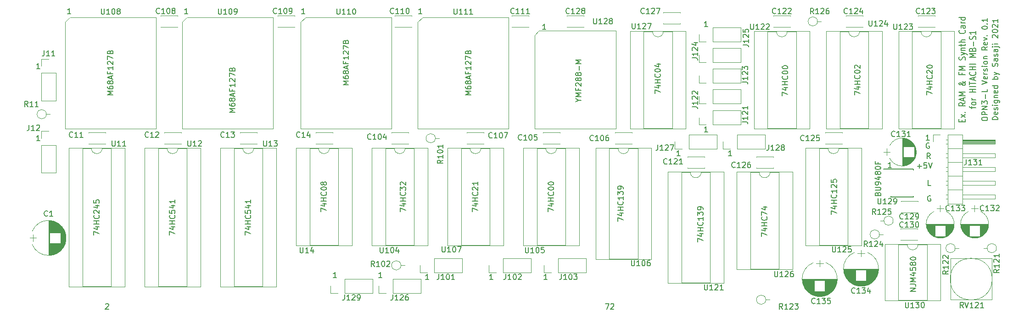
<source format=gbr>
G04 #@! TF.GenerationSoftware,KiCad,Pcbnew,(5.1.8)-1*
G04 #@! TF.CreationDate,2021-03-23T17:38:40+09:00*
G04 #@! TF.ProjectId,EX_MEM_AND_FM,45585f4d-454d-45f4-914e-445f464d2e6b,0.1*
G04 #@! TF.SameCoordinates,PX120bdf8PY82ed558*
G04 #@! TF.FileFunction,Legend,Top*
G04 #@! TF.FilePolarity,Positive*
%FSLAX46Y46*%
G04 Gerber Fmt 4.6, Leading zero omitted, Abs format (unit mm)*
G04 Created by KiCad (PCBNEW (5.1.8)-1) date 2021-03-23 17:38:40*
%MOMM*%
%LPD*%
G01*
G04 APERTURE LIST*
%ADD10C,0.120000*%
%ADD11C,0.150000*%
G04 APERTURE END LIST*
D10*
X180467000Y20447000D02*
X172847000Y20447000D01*
X180467000Y12827000D02*
X180467000Y20447000D01*
X172847000Y12827000D02*
X180467000Y12827000D01*
X172847000Y20447000D02*
X172847000Y12827000D01*
D11*
X178649380Y46157715D02*
X178649380Y46348191D01*
X178697000Y46443429D01*
X178792238Y46538667D01*
X178982714Y46586286D01*
X179316047Y46586286D01*
X179506523Y46538667D01*
X179601761Y46443429D01*
X179649380Y46348191D01*
X179649380Y46157715D01*
X179601761Y46062477D01*
X179506523Y45967239D01*
X179316047Y45919620D01*
X178982714Y45919620D01*
X178792238Y45967239D01*
X178697000Y46062477D01*
X178649380Y46157715D01*
X179649380Y47014858D02*
X178649380Y47014858D01*
X178649380Y47395810D01*
X178697000Y47491048D01*
X178744619Y47538667D01*
X178839857Y47586286D01*
X178982714Y47586286D01*
X179077952Y47538667D01*
X179125571Y47491048D01*
X179173190Y47395810D01*
X179173190Y47014858D01*
X179649380Y48014858D02*
X178649380Y48014858D01*
X179649380Y48586286D01*
X178649380Y48586286D01*
X178649380Y48967239D02*
X178649380Y49586286D01*
X179030333Y49252953D01*
X179030333Y49395810D01*
X179077952Y49491048D01*
X179125571Y49538667D01*
X179220809Y49586286D01*
X179458904Y49586286D01*
X179554142Y49538667D01*
X179601761Y49491048D01*
X179649380Y49395810D01*
X179649380Y49110096D01*
X179601761Y49014858D01*
X179554142Y48967239D01*
X179268428Y50014858D02*
X179268428Y50776762D01*
X179649380Y51729143D02*
X179649380Y51252953D01*
X178649380Y51252953D01*
X178649380Y52681524D02*
X179649380Y53014858D01*
X178649380Y53348191D01*
X179601761Y54062477D02*
X179649380Y53967239D01*
X179649380Y53776762D01*
X179601761Y53681524D01*
X179506523Y53633905D01*
X179125571Y53633905D01*
X179030333Y53681524D01*
X178982714Y53776762D01*
X178982714Y53967239D01*
X179030333Y54062477D01*
X179125571Y54110096D01*
X179220809Y54110096D01*
X179316047Y53633905D01*
X179649380Y54538667D02*
X178982714Y54538667D01*
X179173190Y54538667D02*
X179077952Y54586286D01*
X179030333Y54633905D01*
X178982714Y54729143D01*
X178982714Y54824381D01*
X179601761Y55110096D02*
X179649380Y55205334D01*
X179649380Y55395810D01*
X179601761Y55491048D01*
X179506523Y55538667D01*
X179458904Y55538667D01*
X179363666Y55491048D01*
X179316047Y55395810D01*
X179316047Y55252953D01*
X179268428Y55157715D01*
X179173190Y55110096D01*
X179125571Y55110096D01*
X179030333Y55157715D01*
X178982714Y55252953D01*
X178982714Y55395810D01*
X179030333Y55491048D01*
X179649380Y55967239D02*
X178982714Y55967239D01*
X178649380Y55967239D02*
X178697000Y55919620D01*
X178744619Y55967239D01*
X178697000Y56014858D01*
X178649380Y55967239D01*
X178744619Y55967239D01*
X179649380Y56586286D02*
X179601761Y56491048D01*
X179554142Y56443429D01*
X179458904Y56395810D01*
X179173190Y56395810D01*
X179077952Y56443429D01*
X179030333Y56491048D01*
X178982714Y56586286D01*
X178982714Y56729143D01*
X179030333Y56824381D01*
X179077952Y56872000D01*
X179173190Y56919620D01*
X179458904Y56919620D01*
X179554142Y56872000D01*
X179601761Y56824381D01*
X179649380Y56729143D01*
X179649380Y56586286D01*
X178982714Y57348191D02*
X179649380Y57348191D01*
X179077952Y57348191D02*
X179030333Y57395810D01*
X178982714Y57491048D01*
X178982714Y57633905D01*
X179030333Y57729143D01*
X179125571Y57776762D01*
X179649380Y57776762D01*
X179649380Y59586286D02*
X179173190Y59252953D01*
X179649380Y59014858D02*
X178649380Y59014858D01*
X178649380Y59395810D01*
X178697000Y59491048D01*
X178744619Y59538667D01*
X178839857Y59586286D01*
X178982714Y59586286D01*
X179077952Y59538667D01*
X179125571Y59491048D01*
X179173190Y59395810D01*
X179173190Y59014858D01*
X179601761Y60395810D02*
X179649380Y60300572D01*
X179649380Y60110096D01*
X179601761Y60014858D01*
X179506523Y59967239D01*
X179125571Y59967239D01*
X179030333Y60014858D01*
X178982714Y60110096D01*
X178982714Y60300572D01*
X179030333Y60395810D01*
X179125571Y60443429D01*
X179220809Y60443429D01*
X179316047Y59967239D01*
X178982714Y60776762D02*
X179649380Y61014858D01*
X178982714Y61252953D01*
X179554142Y61633905D02*
X179601761Y61681524D01*
X179649380Y61633905D01*
X179601761Y61586286D01*
X179554142Y61633905D01*
X179649380Y61633905D01*
X178649380Y63062477D02*
X178649380Y63157715D01*
X178697000Y63252953D01*
X178744619Y63300572D01*
X178839857Y63348191D01*
X179030333Y63395810D01*
X179268428Y63395810D01*
X179458904Y63348191D01*
X179554142Y63300572D01*
X179601761Y63252953D01*
X179649380Y63157715D01*
X179649380Y63062477D01*
X179601761Y62967239D01*
X179554142Y62919620D01*
X179458904Y62872000D01*
X179268428Y62824381D01*
X179030333Y62824381D01*
X178839857Y62872000D01*
X178744619Y62919620D01*
X178697000Y62967239D01*
X178649380Y63062477D01*
X179554142Y63824381D02*
X179601761Y63872000D01*
X179649380Y63824381D01*
X179601761Y63776762D01*
X179554142Y63824381D01*
X179649380Y63824381D01*
X179649380Y64824381D02*
X179649380Y64252953D01*
X179649380Y64538667D02*
X178649380Y64538667D01*
X178792238Y64443429D01*
X178887476Y64348191D01*
X178935095Y64252953D01*
X181554380Y46110096D02*
X180554380Y46110096D01*
X180554380Y46348191D01*
X180602000Y46491048D01*
X180697238Y46586286D01*
X180792476Y46633905D01*
X180982952Y46681524D01*
X181125809Y46681524D01*
X181316285Y46633905D01*
X181411523Y46586286D01*
X181506761Y46491048D01*
X181554380Y46348191D01*
X181554380Y46110096D01*
X181506761Y47491048D02*
X181554380Y47395810D01*
X181554380Y47205334D01*
X181506761Y47110096D01*
X181411523Y47062477D01*
X181030571Y47062477D01*
X180935333Y47110096D01*
X180887714Y47205334D01*
X180887714Y47395810D01*
X180935333Y47491048D01*
X181030571Y47538667D01*
X181125809Y47538667D01*
X181221047Y47062477D01*
X181506761Y47919620D02*
X181554380Y48014858D01*
X181554380Y48205334D01*
X181506761Y48300572D01*
X181411523Y48348191D01*
X181363904Y48348191D01*
X181268666Y48300572D01*
X181221047Y48205334D01*
X181221047Y48062477D01*
X181173428Y47967239D01*
X181078190Y47919620D01*
X181030571Y47919620D01*
X180935333Y47967239D01*
X180887714Y48062477D01*
X180887714Y48205334D01*
X180935333Y48300572D01*
X181554380Y48776762D02*
X180887714Y48776762D01*
X180554380Y48776762D02*
X180602000Y48729143D01*
X180649619Y48776762D01*
X180602000Y48824381D01*
X180554380Y48776762D01*
X180649619Y48776762D01*
X180887714Y49681524D02*
X181697238Y49681524D01*
X181792476Y49633905D01*
X181840095Y49586286D01*
X181887714Y49491048D01*
X181887714Y49348191D01*
X181840095Y49252953D01*
X181506761Y49681524D02*
X181554380Y49586286D01*
X181554380Y49395810D01*
X181506761Y49300572D01*
X181459142Y49252953D01*
X181363904Y49205334D01*
X181078190Y49205334D01*
X180982952Y49252953D01*
X180935333Y49300572D01*
X180887714Y49395810D01*
X180887714Y49586286D01*
X180935333Y49681524D01*
X180887714Y50157715D02*
X181554380Y50157715D01*
X180982952Y50157715D02*
X180935333Y50205334D01*
X180887714Y50300572D01*
X180887714Y50443429D01*
X180935333Y50538667D01*
X181030571Y50586286D01*
X181554380Y50586286D01*
X181506761Y51443429D02*
X181554380Y51348191D01*
X181554380Y51157715D01*
X181506761Y51062477D01*
X181411523Y51014858D01*
X181030571Y51014858D01*
X180935333Y51062477D01*
X180887714Y51157715D01*
X180887714Y51348191D01*
X180935333Y51443429D01*
X181030571Y51491048D01*
X181125809Y51491048D01*
X181221047Y51014858D01*
X181554380Y52348191D02*
X180554380Y52348191D01*
X181506761Y52348191D02*
X181554380Y52252953D01*
X181554380Y52062477D01*
X181506761Y51967239D01*
X181459142Y51919620D01*
X181363904Y51872000D01*
X181078190Y51872000D01*
X180982952Y51919620D01*
X180935333Y51967239D01*
X180887714Y52062477D01*
X180887714Y52252953D01*
X180935333Y52348191D01*
X181554380Y53586286D02*
X180554380Y53586286D01*
X180935333Y53586286D02*
X180887714Y53681524D01*
X180887714Y53872000D01*
X180935333Y53967239D01*
X180982952Y54014858D01*
X181078190Y54062477D01*
X181363904Y54062477D01*
X181459142Y54014858D01*
X181506761Y53967239D01*
X181554380Y53872000D01*
X181554380Y53681524D01*
X181506761Y53586286D01*
X180887714Y54395810D02*
X181554380Y54633905D01*
X180887714Y54872000D02*
X181554380Y54633905D01*
X181792476Y54538667D01*
X181840095Y54491048D01*
X181887714Y54395810D01*
X181506761Y55967239D02*
X181554380Y56110096D01*
X181554380Y56348191D01*
X181506761Y56443429D01*
X181459142Y56491048D01*
X181363904Y56538667D01*
X181268666Y56538667D01*
X181173428Y56491048D01*
X181125809Y56443429D01*
X181078190Y56348191D01*
X181030571Y56157715D01*
X180982952Y56062477D01*
X180935333Y56014858D01*
X180840095Y55967239D01*
X180744857Y55967239D01*
X180649619Y56014858D01*
X180602000Y56062477D01*
X180554380Y56157715D01*
X180554380Y56395810D01*
X180602000Y56538667D01*
X181554380Y57395810D02*
X181030571Y57395810D01*
X180935333Y57348191D01*
X180887714Y57252953D01*
X180887714Y57062477D01*
X180935333Y56967239D01*
X181506761Y57395810D02*
X181554380Y57300572D01*
X181554380Y57062477D01*
X181506761Y56967239D01*
X181411523Y56919620D01*
X181316285Y56919620D01*
X181221047Y56967239D01*
X181173428Y57062477D01*
X181173428Y57300572D01*
X181125809Y57395810D01*
X181506761Y57824381D02*
X181554380Y57919620D01*
X181554380Y58110096D01*
X181506761Y58205334D01*
X181411523Y58252953D01*
X181363904Y58252953D01*
X181268666Y58205334D01*
X181221047Y58110096D01*
X181221047Y57967239D01*
X181173428Y57872000D01*
X181078190Y57824381D01*
X181030571Y57824381D01*
X180935333Y57872000D01*
X180887714Y57967239D01*
X180887714Y58110096D01*
X180935333Y58205334D01*
X181554380Y59110096D02*
X181030571Y59110096D01*
X180935333Y59062477D01*
X180887714Y58967239D01*
X180887714Y58776762D01*
X180935333Y58681524D01*
X181506761Y59110096D02*
X181554380Y59014858D01*
X181554380Y58776762D01*
X181506761Y58681524D01*
X181411523Y58633905D01*
X181316285Y58633905D01*
X181221047Y58681524D01*
X181173428Y58776762D01*
X181173428Y59014858D01*
X181125809Y59110096D01*
X180887714Y59586286D02*
X181744857Y59586286D01*
X181840095Y59538667D01*
X181887714Y59443429D01*
X181887714Y59395810D01*
X180554380Y59586286D02*
X180602000Y59538667D01*
X180649619Y59586286D01*
X180602000Y59633905D01*
X180554380Y59586286D01*
X180649619Y59586286D01*
X181554380Y60062477D02*
X180887714Y60062477D01*
X180554380Y60062477D02*
X180602000Y60014858D01*
X180649619Y60062477D01*
X180602000Y60110096D01*
X180554380Y60062477D01*
X180649619Y60062477D01*
X180649619Y61252953D02*
X180602000Y61300572D01*
X180554380Y61395810D01*
X180554380Y61633905D01*
X180602000Y61729143D01*
X180649619Y61776762D01*
X180744857Y61824381D01*
X180840095Y61824381D01*
X180982952Y61776762D01*
X181554380Y61205334D01*
X181554380Y61824381D01*
X180554380Y62443429D02*
X180554380Y62538667D01*
X180602000Y62633905D01*
X180649619Y62681524D01*
X180744857Y62729143D01*
X180935333Y62776762D01*
X181173428Y62776762D01*
X181363904Y62729143D01*
X181459142Y62681524D01*
X181506761Y62633905D01*
X181554380Y62538667D01*
X181554380Y62443429D01*
X181506761Y62348191D01*
X181459142Y62300572D01*
X181363904Y62252953D01*
X181173428Y62205334D01*
X180935333Y62205334D01*
X180744857Y62252953D01*
X180649619Y62300572D01*
X180602000Y62348191D01*
X180554380Y62443429D01*
X180649619Y63157715D02*
X180602000Y63205334D01*
X180554380Y63300572D01*
X180554380Y63538667D01*
X180602000Y63633905D01*
X180649619Y63681524D01*
X180744857Y63729143D01*
X180840095Y63729143D01*
X180982952Y63681524D01*
X181554380Y63110096D01*
X181554380Y63729143D01*
X181554380Y64681524D02*
X181554380Y64110096D01*
X181554380Y64395810D02*
X180554380Y64395810D01*
X180697238Y64300572D01*
X180792476Y64205334D01*
X180840095Y64110096D01*
X174961285Y45729143D02*
X174961285Y46062477D01*
X175589857Y46205334D02*
X175589857Y45729143D01*
X174389857Y45729143D01*
X174389857Y46205334D01*
X175589857Y46538667D02*
X174789857Y47062477D01*
X174789857Y46538667D02*
X175589857Y47062477D01*
X175475571Y47443429D02*
X175532714Y47491048D01*
X175589857Y47443429D01*
X175532714Y47395810D01*
X175475571Y47443429D01*
X175589857Y47443429D01*
X175589857Y49252953D02*
X175018428Y48919620D01*
X175589857Y48681524D02*
X174389857Y48681524D01*
X174389857Y49062477D01*
X174447000Y49157715D01*
X174504142Y49205334D01*
X174618428Y49252953D01*
X174789857Y49252953D01*
X174904142Y49205334D01*
X174961285Y49157715D01*
X175018428Y49062477D01*
X175018428Y48681524D01*
X175247000Y49633905D02*
X175247000Y50110096D01*
X175589857Y49538667D02*
X174389857Y49872000D01*
X175589857Y50205334D01*
X175589857Y50538667D02*
X174389857Y50538667D01*
X175247000Y50872000D01*
X174389857Y51205334D01*
X175589857Y51205334D01*
X175589857Y53252953D02*
X175589857Y53205334D01*
X175532714Y53110096D01*
X175361285Y52967239D01*
X175018428Y52729143D01*
X174847000Y52633905D01*
X174675571Y52586286D01*
X174561285Y52586286D01*
X174447000Y52633905D01*
X174389857Y52729143D01*
X174389857Y52776762D01*
X174447000Y52872000D01*
X174561285Y52919620D01*
X174618428Y52919620D01*
X174732714Y52872000D01*
X174789857Y52824381D01*
X175018428Y52538667D01*
X175075571Y52491048D01*
X175189857Y52443429D01*
X175361285Y52443429D01*
X175475571Y52491048D01*
X175532714Y52538667D01*
X175589857Y52633905D01*
X175589857Y52776762D01*
X175532714Y52872000D01*
X175475571Y52919620D01*
X175247000Y53062477D01*
X175075571Y53110096D01*
X174961285Y53110096D01*
X174961285Y54776762D02*
X174961285Y54443429D01*
X175589857Y54443429D02*
X174389857Y54443429D01*
X174389857Y54919620D01*
X175589857Y55300572D02*
X174389857Y55300572D01*
X175247000Y55633905D01*
X174389857Y55967239D01*
X175589857Y55967239D01*
X175532714Y57157715D02*
X175589857Y57300572D01*
X175589857Y57538667D01*
X175532714Y57633905D01*
X175475571Y57681524D01*
X175361285Y57729143D01*
X175247000Y57729143D01*
X175132714Y57681524D01*
X175075571Y57633905D01*
X175018428Y57538667D01*
X174961285Y57348191D01*
X174904142Y57252953D01*
X174847000Y57205334D01*
X174732714Y57157715D01*
X174618428Y57157715D01*
X174504142Y57205334D01*
X174447000Y57252953D01*
X174389857Y57348191D01*
X174389857Y57586286D01*
X174447000Y57729143D01*
X174789857Y58062477D02*
X175589857Y58300572D01*
X174789857Y58538667D02*
X175589857Y58300572D01*
X175875571Y58205334D01*
X175932714Y58157715D01*
X175989857Y58062477D01*
X174789857Y58919620D02*
X175589857Y58919620D01*
X174904142Y58919620D02*
X174847000Y58967239D01*
X174789857Y59062477D01*
X174789857Y59205334D01*
X174847000Y59300572D01*
X174961285Y59348191D01*
X175589857Y59348191D01*
X174789857Y59681524D02*
X174789857Y60062477D01*
X174389857Y59824381D02*
X175418428Y59824381D01*
X175532714Y59872000D01*
X175589857Y59967239D01*
X175589857Y60062477D01*
X175589857Y60395810D02*
X174389857Y60395810D01*
X175589857Y60824381D02*
X174961285Y60824381D01*
X174847000Y60776762D01*
X174789857Y60681524D01*
X174789857Y60538667D01*
X174847000Y60443429D01*
X174904142Y60395810D01*
X175475571Y62633905D02*
X175532714Y62586286D01*
X175589857Y62443429D01*
X175589857Y62348191D01*
X175532714Y62205334D01*
X175418428Y62110096D01*
X175304142Y62062477D01*
X175075571Y62014858D01*
X174904142Y62014858D01*
X174675571Y62062477D01*
X174561285Y62110096D01*
X174447000Y62205334D01*
X174389857Y62348191D01*
X174389857Y62443429D01*
X174447000Y62586286D01*
X174504142Y62633905D01*
X175589857Y63491048D02*
X174961285Y63491048D01*
X174847000Y63443429D01*
X174789857Y63348191D01*
X174789857Y63157715D01*
X174847000Y63062477D01*
X175532714Y63491048D02*
X175589857Y63395810D01*
X175589857Y63157715D01*
X175532714Y63062477D01*
X175418428Y63014858D01*
X175304142Y63014858D01*
X175189857Y63062477D01*
X175132714Y63157715D01*
X175132714Y63395810D01*
X175075571Y63491048D01*
X175589857Y63967239D02*
X174789857Y63967239D01*
X175018428Y63967239D02*
X174904142Y64014858D01*
X174847000Y64062477D01*
X174789857Y64157715D01*
X174789857Y64252953D01*
X175589857Y65014858D02*
X174389857Y65014858D01*
X175532714Y65014858D02*
X175589857Y64919620D01*
X175589857Y64729143D01*
X175532714Y64633905D01*
X175475571Y64586286D01*
X175361285Y64538667D01*
X175018428Y64538667D01*
X174904142Y64586286D01*
X174847000Y64633905D01*
X174789857Y64729143D01*
X174789857Y64919620D01*
X174847000Y65014858D01*
X176739857Y48181524D02*
X176739857Y48562477D01*
X177539857Y48324381D02*
X176511285Y48324381D01*
X176397000Y48372000D01*
X176339857Y48467239D01*
X176339857Y48562477D01*
X177539857Y49038667D02*
X177482714Y48943429D01*
X177425571Y48895810D01*
X177311285Y48848191D01*
X176968428Y48848191D01*
X176854142Y48895810D01*
X176797000Y48943429D01*
X176739857Y49038667D01*
X176739857Y49181524D01*
X176797000Y49276762D01*
X176854142Y49324381D01*
X176968428Y49372000D01*
X177311285Y49372000D01*
X177425571Y49324381D01*
X177482714Y49276762D01*
X177539857Y49181524D01*
X177539857Y49038667D01*
X177539857Y49800572D02*
X176739857Y49800572D01*
X176968428Y49800572D02*
X176854142Y49848191D01*
X176797000Y49895810D01*
X176739857Y49991048D01*
X176739857Y50086286D01*
X177539857Y51181524D02*
X176339857Y51181524D01*
X176911285Y51181524D02*
X176911285Y51752953D01*
X177539857Y51752953D02*
X176339857Y51752953D01*
X177539857Y52229143D02*
X176339857Y52229143D01*
X176339857Y52562477D02*
X176339857Y53133905D01*
X177539857Y52848191D02*
X176339857Y52848191D01*
X177197000Y53419620D02*
X177197000Y53895810D01*
X177539857Y53324381D02*
X176339857Y53657715D01*
X177539857Y53991048D01*
X177425571Y54895810D02*
X177482714Y54848191D01*
X177539857Y54705334D01*
X177539857Y54610096D01*
X177482714Y54467239D01*
X177368428Y54372000D01*
X177254142Y54324381D01*
X177025571Y54276762D01*
X176854142Y54276762D01*
X176625571Y54324381D01*
X176511285Y54372000D01*
X176397000Y54467239D01*
X176339857Y54610096D01*
X176339857Y54705334D01*
X176397000Y54848191D01*
X176454142Y54895810D01*
X177539857Y55324381D02*
X176339857Y55324381D01*
X176911285Y55324381D02*
X176911285Y55895810D01*
X177539857Y55895810D02*
X176339857Y55895810D01*
X177539857Y56372000D02*
X176339857Y56372000D01*
X177539857Y57610096D02*
X176339857Y57610096D01*
X177197000Y57943429D01*
X176339857Y58276762D01*
X177539857Y58276762D01*
X176911285Y59086286D02*
X176968428Y59229143D01*
X177025571Y59276762D01*
X177139857Y59324381D01*
X177311285Y59324381D01*
X177425571Y59276762D01*
X177482714Y59229143D01*
X177539857Y59133905D01*
X177539857Y58752953D01*
X176339857Y58752953D01*
X176339857Y59086286D01*
X176397000Y59181524D01*
X176454142Y59229143D01*
X176568428Y59276762D01*
X176682714Y59276762D01*
X176797000Y59229143D01*
X176854142Y59181524D01*
X176911285Y59086286D01*
X176911285Y58752953D01*
X177082714Y59752953D02*
X177082714Y60514858D01*
X177482714Y60943429D02*
X177539857Y61086286D01*
X177539857Y61324381D01*
X177482714Y61419620D01*
X177425571Y61467239D01*
X177311285Y61514858D01*
X177197000Y61514858D01*
X177082714Y61467239D01*
X177025571Y61419620D01*
X176968428Y61324381D01*
X176911285Y61133905D01*
X176854142Y61038667D01*
X176797000Y60991048D01*
X176682714Y60943429D01*
X176568428Y60943429D01*
X176454142Y60991048D01*
X176397000Y61038667D01*
X176339857Y61133905D01*
X176339857Y61372000D01*
X176397000Y61514858D01*
X177539857Y62467239D02*
X177539857Y61895810D01*
X177539857Y62181524D02*
X176339857Y62181524D01*
X176511285Y62086286D01*
X176625571Y61991048D01*
X176682714Y61895810D01*
D10*
X67377000Y14037000D02*
X67377000Y15367000D01*
X68707000Y14037000D02*
X67377000Y14037000D01*
X69977000Y14037000D02*
X69977000Y16697000D01*
X69977000Y16697000D02*
X75117000Y16697000D01*
X69977000Y14037000D02*
X75117000Y14037000D01*
X75117000Y14037000D02*
X75117000Y16697000D01*
X149367000Y19507000D02*
X148067000Y19507000D01*
X148717000Y20107000D02*
X148717000Y18907000D01*
X149185000Y13456000D02*
X148249000Y13456000D01*
X149393000Y13496000D02*
X148041000Y13496000D01*
X149551000Y13536000D02*
X147883000Y13536000D01*
X149683000Y13576000D02*
X147751000Y13576000D01*
X149798000Y13616000D02*
X147636000Y13616000D01*
X149901000Y13656000D02*
X147533000Y13656000D01*
X149995000Y13696000D02*
X147439000Y13696000D01*
X150081000Y13736000D02*
X147353000Y13736000D01*
X150162000Y13776000D02*
X147272000Y13776000D01*
X150237000Y13816000D02*
X147197000Y13816000D01*
X150308000Y13856000D02*
X147126000Y13856000D01*
X150375000Y13896000D02*
X147059000Y13896000D01*
X150438000Y13936000D02*
X146996000Y13936000D01*
X150498000Y13976000D02*
X146936000Y13976000D01*
X150556000Y14016000D02*
X146878000Y14016000D01*
X150611000Y14056000D02*
X146823000Y14056000D01*
X150663000Y14096000D02*
X146771000Y14096000D01*
X150714000Y14136000D02*
X146720000Y14136000D01*
X150762000Y14176000D02*
X146672000Y14176000D01*
X150809000Y14216000D02*
X146625000Y14216000D01*
X150854000Y14256000D02*
X146580000Y14256000D01*
X150897000Y14296000D02*
X146537000Y14296000D01*
X150939000Y14336000D02*
X146495000Y14336000D01*
X150979000Y14376000D02*
X146455000Y14376000D01*
X151018000Y14416000D02*
X146416000Y14416000D01*
X147737000Y14456000D02*
X146378000Y14456000D01*
X151056000Y14456000D02*
X149697000Y14456000D01*
X147737000Y14496000D02*
X146342000Y14496000D01*
X151092000Y14496000D02*
X149697000Y14496000D01*
X147737000Y14536000D02*
X146306000Y14536000D01*
X151128000Y14536000D02*
X149697000Y14536000D01*
X147737000Y14576000D02*
X146272000Y14576000D01*
X151162000Y14576000D02*
X149697000Y14576000D01*
X147737000Y14616000D02*
X146239000Y14616000D01*
X151195000Y14616000D02*
X149697000Y14616000D01*
X147737000Y14656000D02*
X146207000Y14656000D01*
X151227000Y14656000D02*
X149697000Y14656000D01*
X147737000Y14696000D02*
X146177000Y14696000D01*
X151257000Y14696000D02*
X149697000Y14696000D01*
X147737000Y14736000D02*
X146147000Y14736000D01*
X151287000Y14736000D02*
X149697000Y14736000D01*
X147737000Y14776000D02*
X146118000Y14776000D01*
X151316000Y14776000D02*
X149697000Y14776000D01*
X147737000Y14816000D02*
X146090000Y14816000D01*
X151344000Y14816000D02*
X149697000Y14816000D01*
X147737000Y14856000D02*
X146063000Y14856000D01*
X151371000Y14856000D02*
X149697000Y14856000D01*
X147737000Y14896000D02*
X146036000Y14896000D01*
X151398000Y14896000D02*
X149697000Y14896000D01*
X147737000Y14936000D02*
X146011000Y14936000D01*
X151423000Y14936000D02*
X149697000Y14936000D01*
X147737000Y14976000D02*
X145986000Y14976000D01*
X151448000Y14976000D02*
X149697000Y14976000D01*
X147737000Y15016000D02*
X145962000Y15016000D01*
X151472000Y15016000D02*
X149697000Y15016000D01*
X147737000Y15056000D02*
X145939000Y15056000D01*
X151495000Y15056000D02*
X149697000Y15056000D01*
X147737000Y15096000D02*
X145917000Y15096000D01*
X151517000Y15096000D02*
X149697000Y15096000D01*
X147737000Y15136000D02*
X145895000Y15136000D01*
X151539000Y15136000D02*
X149697000Y15136000D01*
X147737000Y15176000D02*
X145874000Y15176000D01*
X151560000Y15176000D02*
X149697000Y15176000D01*
X147737000Y15216000D02*
X145854000Y15216000D01*
X151580000Y15216000D02*
X149697000Y15216000D01*
X147737000Y15256000D02*
X145835000Y15256000D01*
X151599000Y15256000D02*
X149697000Y15256000D01*
X147737000Y15296000D02*
X145816000Y15296000D01*
X151618000Y15296000D02*
X149697000Y15296000D01*
X147737000Y15336000D02*
X145798000Y15336000D01*
X151636000Y15336000D02*
X149697000Y15336000D01*
X147737000Y15376000D02*
X145780000Y15376000D01*
X151654000Y15376000D02*
X149697000Y15376000D01*
X147737000Y15416000D02*
X145763000Y15416000D01*
X151671000Y15416000D02*
X149697000Y15416000D01*
X147737000Y15456000D02*
X145747000Y15456000D01*
X151687000Y15456000D02*
X149697000Y15456000D01*
X147737000Y15496000D02*
X145731000Y15496000D01*
X151703000Y15496000D02*
X149697000Y15496000D01*
X147737000Y15536000D02*
X145716000Y15536000D01*
X151718000Y15536000D02*
X149697000Y15536000D01*
X147737000Y15576000D02*
X145702000Y15576000D01*
X151732000Y15576000D02*
X149697000Y15576000D01*
X147737000Y15616000D02*
X145688000Y15616000D01*
X151746000Y15616000D02*
X149697000Y15616000D01*
X147737000Y15656000D02*
X145675000Y15656000D01*
X151759000Y15656000D02*
X149697000Y15656000D01*
X147737000Y15696000D02*
X145662000Y15696000D01*
X151772000Y15696000D02*
X149697000Y15696000D01*
X147737000Y15736000D02*
X145650000Y15736000D01*
X151784000Y15736000D02*
X149697000Y15736000D01*
X147737000Y15776000D02*
X145638000Y15776000D01*
X151796000Y15776000D02*
X149697000Y15776000D01*
X147737000Y15816000D02*
X145627000Y15816000D01*
X151807000Y15816000D02*
X149697000Y15816000D01*
X147737000Y15856000D02*
X145617000Y15856000D01*
X151817000Y15856000D02*
X149697000Y15856000D01*
X147737000Y15896000D02*
X145607000Y15896000D01*
X151827000Y15896000D02*
X149697000Y15896000D01*
X147737000Y15936000D02*
X145598000Y15936000D01*
X151836000Y15936000D02*
X149697000Y15936000D01*
X147737000Y15977000D02*
X145589000Y15977000D01*
X151845000Y15977000D02*
X149697000Y15977000D01*
X147737000Y16017000D02*
X145580000Y16017000D01*
X151854000Y16017000D02*
X149697000Y16017000D01*
X147737000Y16057000D02*
X145573000Y16057000D01*
X151861000Y16057000D02*
X149697000Y16057000D01*
X147737000Y16097000D02*
X145565000Y16097000D01*
X151869000Y16097000D02*
X149697000Y16097000D01*
X147737000Y16137000D02*
X145559000Y16137000D01*
X151875000Y16137000D02*
X149697000Y16137000D01*
X147737000Y16177000D02*
X145552000Y16177000D01*
X151882000Y16177000D02*
X149697000Y16177000D01*
X147737000Y16217000D02*
X145547000Y16217000D01*
X151887000Y16217000D02*
X149697000Y16217000D01*
X147737000Y16257000D02*
X145541000Y16257000D01*
X151893000Y16257000D02*
X149697000Y16257000D01*
X147737000Y16297000D02*
X145537000Y16297000D01*
X151897000Y16297000D02*
X149697000Y16297000D01*
X147737000Y16337000D02*
X145532000Y16337000D01*
X151902000Y16337000D02*
X149697000Y16337000D01*
X147737000Y16377000D02*
X145529000Y16377000D01*
X151905000Y16377000D02*
X149697000Y16377000D01*
X151909000Y16417000D02*
X145525000Y16417000D01*
X151911000Y16457000D02*
X145523000Y16457000D01*
X151914000Y16497000D02*
X145520000Y16497000D01*
X151915000Y16537000D02*
X145519000Y16537000D01*
X151917000Y16577000D02*
X145517000Y16577000D01*
X151917000Y16617000D02*
X145517000Y16617000D01*
X151917000Y16657000D02*
X145517000Y16657000D01*
X149896136Y13639180D02*
G75*
G03*
X149897000Y19674482I-1179136J3017820D01*
G01*
X147537864Y13639180D02*
G75*
G02*
X147537000Y19674482I1179136J3017820D01*
G01*
X147537864Y13639180D02*
G75*
G03*
X149897000Y13639518I1179136J3017820D01*
G01*
X156987000Y21412000D02*
X155687000Y21412000D01*
X156337000Y22012000D02*
X156337000Y20812000D01*
X156805000Y15361000D02*
X155869000Y15361000D01*
X157013000Y15401000D02*
X155661000Y15401000D01*
X157171000Y15441000D02*
X155503000Y15441000D01*
X157303000Y15481000D02*
X155371000Y15481000D01*
X157418000Y15521000D02*
X155256000Y15521000D01*
X157521000Y15561000D02*
X155153000Y15561000D01*
X157615000Y15601000D02*
X155059000Y15601000D01*
X157701000Y15641000D02*
X154973000Y15641000D01*
X157782000Y15681000D02*
X154892000Y15681000D01*
X157857000Y15721000D02*
X154817000Y15721000D01*
X157928000Y15761000D02*
X154746000Y15761000D01*
X157995000Y15801000D02*
X154679000Y15801000D01*
X158058000Y15841000D02*
X154616000Y15841000D01*
X158118000Y15881000D02*
X154556000Y15881000D01*
X158176000Y15921000D02*
X154498000Y15921000D01*
X158231000Y15961000D02*
X154443000Y15961000D01*
X158283000Y16001000D02*
X154391000Y16001000D01*
X158334000Y16041000D02*
X154340000Y16041000D01*
X158382000Y16081000D02*
X154292000Y16081000D01*
X158429000Y16121000D02*
X154245000Y16121000D01*
X158474000Y16161000D02*
X154200000Y16161000D01*
X158517000Y16201000D02*
X154157000Y16201000D01*
X158559000Y16241000D02*
X154115000Y16241000D01*
X158599000Y16281000D02*
X154075000Y16281000D01*
X158638000Y16321000D02*
X154036000Y16321000D01*
X155357000Y16361000D02*
X153998000Y16361000D01*
X158676000Y16361000D02*
X157317000Y16361000D01*
X155357000Y16401000D02*
X153962000Y16401000D01*
X158712000Y16401000D02*
X157317000Y16401000D01*
X155357000Y16441000D02*
X153926000Y16441000D01*
X158748000Y16441000D02*
X157317000Y16441000D01*
X155357000Y16481000D02*
X153892000Y16481000D01*
X158782000Y16481000D02*
X157317000Y16481000D01*
X155357000Y16521000D02*
X153859000Y16521000D01*
X158815000Y16521000D02*
X157317000Y16521000D01*
X155357000Y16561000D02*
X153827000Y16561000D01*
X158847000Y16561000D02*
X157317000Y16561000D01*
X155357000Y16601000D02*
X153797000Y16601000D01*
X158877000Y16601000D02*
X157317000Y16601000D01*
X155357000Y16641000D02*
X153767000Y16641000D01*
X158907000Y16641000D02*
X157317000Y16641000D01*
X155357000Y16681000D02*
X153738000Y16681000D01*
X158936000Y16681000D02*
X157317000Y16681000D01*
X155357000Y16721000D02*
X153710000Y16721000D01*
X158964000Y16721000D02*
X157317000Y16721000D01*
X155357000Y16761000D02*
X153683000Y16761000D01*
X158991000Y16761000D02*
X157317000Y16761000D01*
X155357000Y16801000D02*
X153656000Y16801000D01*
X159018000Y16801000D02*
X157317000Y16801000D01*
X155357000Y16841000D02*
X153631000Y16841000D01*
X159043000Y16841000D02*
X157317000Y16841000D01*
X155357000Y16881000D02*
X153606000Y16881000D01*
X159068000Y16881000D02*
X157317000Y16881000D01*
X155357000Y16921000D02*
X153582000Y16921000D01*
X159092000Y16921000D02*
X157317000Y16921000D01*
X155357000Y16961000D02*
X153559000Y16961000D01*
X159115000Y16961000D02*
X157317000Y16961000D01*
X155357000Y17001000D02*
X153537000Y17001000D01*
X159137000Y17001000D02*
X157317000Y17001000D01*
X155357000Y17041000D02*
X153515000Y17041000D01*
X159159000Y17041000D02*
X157317000Y17041000D01*
X155357000Y17081000D02*
X153494000Y17081000D01*
X159180000Y17081000D02*
X157317000Y17081000D01*
X155357000Y17121000D02*
X153474000Y17121000D01*
X159200000Y17121000D02*
X157317000Y17121000D01*
X155357000Y17161000D02*
X153455000Y17161000D01*
X159219000Y17161000D02*
X157317000Y17161000D01*
X155357000Y17201000D02*
X153436000Y17201000D01*
X159238000Y17201000D02*
X157317000Y17201000D01*
X155357000Y17241000D02*
X153418000Y17241000D01*
X159256000Y17241000D02*
X157317000Y17241000D01*
X155357000Y17281000D02*
X153400000Y17281000D01*
X159274000Y17281000D02*
X157317000Y17281000D01*
X155357000Y17321000D02*
X153383000Y17321000D01*
X159291000Y17321000D02*
X157317000Y17321000D01*
X155357000Y17361000D02*
X153367000Y17361000D01*
X159307000Y17361000D02*
X157317000Y17361000D01*
X155357000Y17401000D02*
X153351000Y17401000D01*
X159323000Y17401000D02*
X157317000Y17401000D01*
X155357000Y17441000D02*
X153336000Y17441000D01*
X159338000Y17441000D02*
X157317000Y17441000D01*
X155357000Y17481000D02*
X153322000Y17481000D01*
X159352000Y17481000D02*
X157317000Y17481000D01*
X155357000Y17521000D02*
X153308000Y17521000D01*
X159366000Y17521000D02*
X157317000Y17521000D01*
X155357000Y17561000D02*
X153295000Y17561000D01*
X159379000Y17561000D02*
X157317000Y17561000D01*
X155357000Y17601000D02*
X153282000Y17601000D01*
X159392000Y17601000D02*
X157317000Y17601000D01*
X155357000Y17641000D02*
X153270000Y17641000D01*
X159404000Y17641000D02*
X157317000Y17641000D01*
X155357000Y17681000D02*
X153258000Y17681000D01*
X159416000Y17681000D02*
X157317000Y17681000D01*
X155357000Y17721000D02*
X153247000Y17721000D01*
X159427000Y17721000D02*
X157317000Y17721000D01*
X155357000Y17761000D02*
X153237000Y17761000D01*
X159437000Y17761000D02*
X157317000Y17761000D01*
X155357000Y17801000D02*
X153227000Y17801000D01*
X159447000Y17801000D02*
X157317000Y17801000D01*
X155357000Y17841000D02*
X153218000Y17841000D01*
X159456000Y17841000D02*
X157317000Y17841000D01*
X155357000Y17882000D02*
X153209000Y17882000D01*
X159465000Y17882000D02*
X157317000Y17882000D01*
X155357000Y17922000D02*
X153200000Y17922000D01*
X159474000Y17922000D02*
X157317000Y17922000D01*
X155357000Y17962000D02*
X153193000Y17962000D01*
X159481000Y17962000D02*
X157317000Y17962000D01*
X155357000Y18002000D02*
X153185000Y18002000D01*
X159489000Y18002000D02*
X157317000Y18002000D01*
X155357000Y18042000D02*
X153179000Y18042000D01*
X159495000Y18042000D02*
X157317000Y18042000D01*
X155357000Y18082000D02*
X153172000Y18082000D01*
X159502000Y18082000D02*
X157317000Y18082000D01*
X155357000Y18122000D02*
X153167000Y18122000D01*
X159507000Y18122000D02*
X157317000Y18122000D01*
X155357000Y18162000D02*
X153161000Y18162000D01*
X159513000Y18162000D02*
X157317000Y18162000D01*
X155357000Y18202000D02*
X153157000Y18202000D01*
X159517000Y18202000D02*
X157317000Y18202000D01*
X155357000Y18242000D02*
X153152000Y18242000D01*
X159522000Y18242000D02*
X157317000Y18242000D01*
X155357000Y18282000D02*
X153149000Y18282000D01*
X159525000Y18282000D02*
X157317000Y18282000D01*
X159529000Y18322000D02*
X153145000Y18322000D01*
X159531000Y18362000D02*
X153143000Y18362000D01*
X159534000Y18402000D02*
X153140000Y18402000D01*
X159535000Y18442000D02*
X153139000Y18442000D01*
X159537000Y18482000D02*
X153137000Y18482000D01*
X159537000Y18522000D02*
X153137000Y18522000D01*
X159537000Y18562000D02*
X153137000Y18562000D01*
X157516136Y15544180D02*
G75*
G03*
X157517000Y21579482I-1179136J3017820D01*
G01*
X155157864Y15544180D02*
G75*
G02*
X155157000Y21579482I1179136J3017820D01*
G01*
X155157864Y15544180D02*
G75*
G03*
X157517000Y15544518I1179136J3017820D01*
G01*
X171592000Y29667000D02*
X170292000Y29667000D01*
X170942000Y30267000D02*
X170942000Y29067000D01*
X171296000Y24256000D02*
X170588000Y24256000D01*
X171501000Y24296000D02*
X170383000Y24296000D01*
X171649000Y24336000D02*
X170235000Y24336000D01*
X171771000Y24376000D02*
X170113000Y24376000D01*
X171876000Y24416000D02*
X170008000Y24416000D01*
X171970000Y24456000D02*
X169914000Y24456000D01*
X172054000Y24496000D02*
X169830000Y24496000D01*
X172131000Y24536000D02*
X169753000Y24536000D01*
X172203000Y24576000D02*
X169681000Y24576000D01*
X169962000Y24616000D02*
X169615000Y24616000D01*
X172269000Y24616000D02*
X171922000Y24616000D01*
X169962000Y24656000D02*
X169552000Y24656000D01*
X172332000Y24656000D02*
X171922000Y24656000D01*
X169962000Y24696000D02*
X169494000Y24696000D01*
X172390000Y24696000D02*
X171922000Y24696000D01*
X169962000Y24736000D02*
X169438000Y24736000D01*
X172446000Y24736000D02*
X171922000Y24736000D01*
X169962000Y24776000D02*
X169386000Y24776000D01*
X172498000Y24776000D02*
X171922000Y24776000D01*
X169962000Y24816000D02*
X169336000Y24816000D01*
X172548000Y24816000D02*
X171922000Y24816000D01*
X169962000Y24856000D02*
X169288000Y24856000D01*
X172596000Y24856000D02*
X171922000Y24856000D01*
X169962000Y24896000D02*
X169243000Y24896000D01*
X172641000Y24896000D02*
X171922000Y24896000D01*
X169962000Y24936000D02*
X169200000Y24936000D01*
X172684000Y24936000D02*
X171922000Y24936000D01*
X169962000Y24976000D02*
X169159000Y24976000D01*
X172725000Y24976000D02*
X171922000Y24976000D01*
X169962000Y25016000D02*
X169119000Y25016000D01*
X172765000Y25016000D02*
X171922000Y25016000D01*
X169962000Y25056000D02*
X169081000Y25056000D01*
X172803000Y25056000D02*
X171922000Y25056000D01*
X169962000Y25096000D02*
X169045000Y25096000D01*
X172839000Y25096000D02*
X171922000Y25096000D01*
X169962000Y25136000D02*
X169010000Y25136000D01*
X172874000Y25136000D02*
X171922000Y25136000D01*
X169962000Y25176000D02*
X168977000Y25176000D01*
X172907000Y25176000D02*
X171922000Y25176000D01*
X169962000Y25216000D02*
X168945000Y25216000D01*
X172939000Y25216000D02*
X171922000Y25216000D01*
X169962000Y25256000D02*
X168914000Y25256000D01*
X172970000Y25256000D02*
X171922000Y25256000D01*
X169962000Y25296000D02*
X168884000Y25296000D01*
X173000000Y25296000D02*
X171922000Y25296000D01*
X169962000Y25336000D02*
X168856000Y25336000D01*
X173028000Y25336000D02*
X171922000Y25336000D01*
X169962000Y25376000D02*
X168829000Y25376000D01*
X173055000Y25376000D02*
X171922000Y25376000D01*
X169962000Y25416000D02*
X168802000Y25416000D01*
X173082000Y25416000D02*
X171922000Y25416000D01*
X169962000Y25456000D02*
X168777000Y25456000D01*
X173107000Y25456000D02*
X171922000Y25456000D01*
X169962000Y25496000D02*
X168753000Y25496000D01*
X173131000Y25496000D02*
X171922000Y25496000D01*
X169962000Y25536000D02*
X168730000Y25536000D01*
X173154000Y25536000D02*
X171922000Y25536000D01*
X169962000Y25576000D02*
X168708000Y25576000D01*
X173176000Y25576000D02*
X171922000Y25576000D01*
X169962000Y25616000D02*
X168686000Y25616000D01*
X173198000Y25616000D02*
X171922000Y25616000D01*
X169962000Y25656000D02*
X168666000Y25656000D01*
X173218000Y25656000D02*
X171922000Y25656000D01*
X169962000Y25696000D02*
X168646000Y25696000D01*
X173238000Y25696000D02*
X171922000Y25696000D01*
X169962000Y25736000D02*
X168627000Y25736000D01*
X173257000Y25736000D02*
X171922000Y25736000D01*
X169962000Y25776000D02*
X168609000Y25776000D01*
X173275000Y25776000D02*
X171922000Y25776000D01*
X169962000Y25816000D02*
X168592000Y25816000D01*
X173292000Y25816000D02*
X171922000Y25816000D01*
X169962000Y25856000D02*
X168576000Y25856000D01*
X173308000Y25856000D02*
X171922000Y25856000D01*
X169962000Y25896000D02*
X168560000Y25896000D01*
X173324000Y25896000D02*
X171922000Y25896000D01*
X169962000Y25936000D02*
X168546000Y25936000D01*
X173338000Y25936000D02*
X171922000Y25936000D01*
X169962000Y25976000D02*
X168532000Y25976000D01*
X173352000Y25976000D02*
X171922000Y25976000D01*
X169962000Y26016000D02*
X168518000Y26016000D01*
X173366000Y26016000D02*
X171922000Y26016000D01*
X169962000Y26056000D02*
X168506000Y26056000D01*
X173378000Y26056000D02*
X171922000Y26056000D01*
X169962000Y26096000D02*
X168494000Y26096000D01*
X173390000Y26096000D02*
X171922000Y26096000D01*
X169962000Y26137000D02*
X168482000Y26137000D01*
X173402000Y26137000D02*
X171922000Y26137000D01*
X169962000Y26177000D02*
X168472000Y26177000D01*
X173412000Y26177000D02*
X171922000Y26177000D01*
X169962000Y26217000D02*
X168462000Y26217000D01*
X173422000Y26217000D02*
X171922000Y26217000D01*
X169962000Y26257000D02*
X168453000Y26257000D01*
X173431000Y26257000D02*
X171922000Y26257000D01*
X169962000Y26297000D02*
X168444000Y26297000D01*
X173440000Y26297000D02*
X171922000Y26297000D01*
X169962000Y26337000D02*
X168436000Y26337000D01*
X173448000Y26337000D02*
X171922000Y26337000D01*
X169962000Y26377000D02*
X168429000Y26377000D01*
X173455000Y26377000D02*
X171922000Y26377000D01*
X169962000Y26417000D02*
X168423000Y26417000D01*
X173461000Y26417000D02*
X171922000Y26417000D01*
X169962000Y26457000D02*
X168417000Y26457000D01*
X173467000Y26457000D02*
X171922000Y26457000D01*
X169962000Y26497000D02*
X168411000Y26497000D01*
X173473000Y26497000D02*
X171922000Y26497000D01*
X169962000Y26537000D02*
X168407000Y26537000D01*
X173477000Y26537000D02*
X171922000Y26537000D01*
X173481000Y26577000D02*
X168403000Y26577000D01*
X173485000Y26617000D02*
X168399000Y26617000D01*
X173488000Y26657000D02*
X168396000Y26657000D01*
X173490000Y26697000D02*
X168394000Y26697000D01*
X173491000Y26737000D02*
X168393000Y26737000D01*
X173492000Y26777000D02*
X168392000Y26777000D01*
X173492000Y26817000D02*
X168392000Y26817000D01*
X172121723Y24511278D02*
G75*
G03*
X172122000Y29122580I-1179723J2305722D01*
G01*
X169762277Y24511278D02*
G75*
G02*
X169762000Y29122580I1179723J2305722D01*
G01*
X169762277Y24511278D02*
G75*
G03*
X172122000Y24511420I1179723J2305722D01*
G01*
X177942000Y29667000D02*
X176642000Y29667000D01*
X177292000Y30267000D02*
X177292000Y29067000D01*
X177646000Y24256000D02*
X176938000Y24256000D01*
X177851000Y24296000D02*
X176733000Y24296000D01*
X177999000Y24336000D02*
X176585000Y24336000D01*
X178121000Y24376000D02*
X176463000Y24376000D01*
X178226000Y24416000D02*
X176358000Y24416000D01*
X178320000Y24456000D02*
X176264000Y24456000D01*
X178404000Y24496000D02*
X176180000Y24496000D01*
X178481000Y24536000D02*
X176103000Y24536000D01*
X178553000Y24576000D02*
X176031000Y24576000D01*
X176312000Y24616000D02*
X175965000Y24616000D01*
X178619000Y24616000D02*
X178272000Y24616000D01*
X176312000Y24656000D02*
X175902000Y24656000D01*
X178682000Y24656000D02*
X178272000Y24656000D01*
X176312000Y24696000D02*
X175844000Y24696000D01*
X178740000Y24696000D02*
X178272000Y24696000D01*
X176312000Y24736000D02*
X175788000Y24736000D01*
X178796000Y24736000D02*
X178272000Y24736000D01*
X176312000Y24776000D02*
X175736000Y24776000D01*
X178848000Y24776000D02*
X178272000Y24776000D01*
X176312000Y24816000D02*
X175686000Y24816000D01*
X178898000Y24816000D02*
X178272000Y24816000D01*
X176312000Y24856000D02*
X175638000Y24856000D01*
X178946000Y24856000D02*
X178272000Y24856000D01*
X176312000Y24896000D02*
X175593000Y24896000D01*
X178991000Y24896000D02*
X178272000Y24896000D01*
X176312000Y24936000D02*
X175550000Y24936000D01*
X179034000Y24936000D02*
X178272000Y24936000D01*
X176312000Y24976000D02*
X175509000Y24976000D01*
X179075000Y24976000D02*
X178272000Y24976000D01*
X176312000Y25016000D02*
X175469000Y25016000D01*
X179115000Y25016000D02*
X178272000Y25016000D01*
X176312000Y25056000D02*
X175431000Y25056000D01*
X179153000Y25056000D02*
X178272000Y25056000D01*
X176312000Y25096000D02*
X175395000Y25096000D01*
X179189000Y25096000D02*
X178272000Y25096000D01*
X176312000Y25136000D02*
X175360000Y25136000D01*
X179224000Y25136000D02*
X178272000Y25136000D01*
X176312000Y25176000D02*
X175327000Y25176000D01*
X179257000Y25176000D02*
X178272000Y25176000D01*
X176312000Y25216000D02*
X175295000Y25216000D01*
X179289000Y25216000D02*
X178272000Y25216000D01*
X176312000Y25256000D02*
X175264000Y25256000D01*
X179320000Y25256000D02*
X178272000Y25256000D01*
X176312000Y25296000D02*
X175234000Y25296000D01*
X179350000Y25296000D02*
X178272000Y25296000D01*
X176312000Y25336000D02*
X175206000Y25336000D01*
X179378000Y25336000D02*
X178272000Y25336000D01*
X176312000Y25376000D02*
X175179000Y25376000D01*
X179405000Y25376000D02*
X178272000Y25376000D01*
X176312000Y25416000D02*
X175152000Y25416000D01*
X179432000Y25416000D02*
X178272000Y25416000D01*
X176312000Y25456000D02*
X175127000Y25456000D01*
X179457000Y25456000D02*
X178272000Y25456000D01*
X176312000Y25496000D02*
X175103000Y25496000D01*
X179481000Y25496000D02*
X178272000Y25496000D01*
X176312000Y25536000D02*
X175080000Y25536000D01*
X179504000Y25536000D02*
X178272000Y25536000D01*
X176312000Y25576000D02*
X175058000Y25576000D01*
X179526000Y25576000D02*
X178272000Y25576000D01*
X176312000Y25616000D02*
X175036000Y25616000D01*
X179548000Y25616000D02*
X178272000Y25616000D01*
X176312000Y25656000D02*
X175016000Y25656000D01*
X179568000Y25656000D02*
X178272000Y25656000D01*
X176312000Y25696000D02*
X174996000Y25696000D01*
X179588000Y25696000D02*
X178272000Y25696000D01*
X176312000Y25736000D02*
X174977000Y25736000D01*
X179607000Y25736000D02*
X178272000Y25736000D01*
X176312000Y25776000D02*
X174959000Y25776000D01*
X179625000Y25776000D02*
X178272000Y25776000D01*
X176312000Y25816000D02*
X174942000Y25816000D01*
X179642000Y25816000D02*
X178272000Y25816000D01*
X176312000Y25856000D02*
X174926000Y25856000D01*
X179658000Y25856000D02*
X178272000Y25856000D01*
X176312000Y25896000D02*
X174910000Y25896000D01*
X179674000Y25896000D02*
X178272000Y25896000D01*
X176312000Y25936000D02*
X174896000Y25936000D01*
X179688000Y25936000D02*
X178272000Y25936000D01*
X176312000Y25976000D02*
X174882000Y25976000D01*
X179702000Y25976000D02*
X178272000Y25976000D01*
X176312000Y26016000D02*
X174868000Y26016000D01*
X179716000Y26016000D02*
X178272000Y26016000D01*
X176312000Y26056000D02*
X174856000Y26056000D01*
X179728000Y26056000D02*
X178272000Y26056000D01*
X176312000Y26096000D02*
X174844000Y26096000D01*
X179740000Y26096000D02*
X178272000Y26096000D01*
X176312000Y26137000D02*
X174832000Y26137000D01*
X179752000Y26137000D02*
X178272000Y26137000D01*
X176312000Y26177000D02*
X174822000Y26177000D01*
X179762000Y26177000D02*
X178272000Y26177000D01*
X176312000Y26217000D02*
X174812000Y26217000D01*
X179772000Y26217000D02*
X178272000Y26217000D01*
X176312000Y26257000D02*
X174803000Y26257000D01*
X179781000Y26257000D02*
X178272000Y26257000D01*
X176312000Y26297000D02*
X174794000Y26297000D01*
X179790000Y26297000D02*
X178272000Y26297000D01*
X176312000Y26337000D02*
X174786000Y26337000D01*
X179798000Y26337000D02*
X178272000Y26337000D01*
X176312000Y26377000D02*
X174779000Y26377000D01*
X179805000Y26377000D02*
X178272000Y26377000D01*
X176312000Y26417000D02*
X174773000Y26417000D01*
X179811000Y26417000D02*
X178272000Y26417000D01*
X176312000Y26457000D02*
X174767000Y26457000D01*
X179817000Y26457000D02*
X178272000Y26457000D01*
X176312000Y26497000D02*
X174761000Y26497000D01*
X179823000Y26497000D02*
X178272000Y26497000D01*
X176312000Y26537000D02*
X174757000Y26537000D01*
X179827000Y26537000D02*
X178272000Y26537000D01*
X179831000Y26577000D02*
X174753000Y26577000D01*
X179835000Y26617000D02*
X174749000Y26617000D01*
X179838000Y26657000D02*
X174746000Y26657000D01*
X179840000Y26697000D02*
X174744000Y26697000D01*
X179841000Y26737000D02*
X174743000Y26737000D01*
X179842000Y26777000D02*
X174742000Y26777000D01*
X179842000Y26817000D02*
X174742000Y26817000D01*
X178471723Y24511278D02*
G75*
G03*
X178472000Y29122580I-1179723J2305722D01*
G01*
X176112277Y24511278D02*
G75*
G02*
X176112000Y29122580I1179723J2305722D01*
G01*
X176112277Y24511278D02*
G75*
G03*
X178472000Y24511420I1179723J2305722D01*
G01*
X171002000Y23107000D02*
X160722000Y23107000D01*
X171002000Y12707000D02*
X171002000Y23107000D01*
X160722000Y12707000D02*
X171002000Y12707000D01*
X160722000Y23107000D02*
X160722000Y12707000D01*
X168512000Y23047000D02*
X166862000Y23047000D01*
X168512000Y12767000D02*
X168512000Y23047000D01*
X163212000Y12767000D02*
X168512000Y12767000D01*
X163212000Y23047000D02*
X163212000Y12767000D01*
X164862000Y23047000D02*
X163212000Y23047000D01*
X166862000Y23047000D02*
G75*
G02*
X164862000Y23047000I-1000000J0D01*
G01*
X161087000Y40782000D02*
X161087000Y39482000D01*
X160487000Y40132000D02*
X161687000Y40132000D01*
X166498000Y40486000D02*
X166498000Y39778000D01*
X166458000Y40691000D02*
X166458000Y39573000D01*
X166418000Y40839000D02*
X166418000Y39425000D01*
X166378000Y40961000D02*
X166378000Y39303000D01*
X166338000Y41066000D02*
X166338000Y39198000D01*
X166298000Y41160000D02*
X166298000Y39104000D01*
X166258000Y41244000D02*
X166258000Y39020000D01*
X166218000Y41321000D02*
X166218000Y38943000D01*
X166178000Y41393000D02*
X166178000Y38871000D01*
X166138000Y39152000D02*
X166138000Y38805000D01*
X166138000Y41459000D02*
X166138000Y41112000D01*
X166098000Y39152000D02*
X166098000Y38742000D01*
X166098000Y41522000D02*
X166098000Y41112000D01*
X166058000Y39152000D02*
X166058000Y38684000D01*
X166058000Y41580000D02*
X166058000Y41112000D01*
X166018000Y39152000D02*
X166018000Y38628000D01*
X166018000Y41636000D02*
X166018000Y41112000D01*
X165978000Y39152000D02*
X165978000Y38576000D01*
X165978000Y41688000D02*
X165978000Y41112000D01*
X165938000Y39152000D02*
X165938000Y38526000D01*
X165938000Y41738000D02*
X165938000Y41112000D01*
X165898000Y39152000D02*
X165898000Y38478000D01*
X165898000Y41786000D02*
X165898000Y41112000D01*
X165858000Y39152000D02*
X165858000Y38433000D01*
X165858000Y41831000D02*
X165858000Y41112000D01*
X165818000Y39152000D02*
X165818000Y38390000D01*
X165818000Y41874000D02*
X165818000Y41112000D01*
X165778000Y39152000D02*
X165778000Y38349000D01*
X165778000Y41915000D02*
X165778000Y41112000D01*
X165738000Y39152000D02*
X165738000Y38309000D01*
X165738000Y41955000D02*
X165738000Y41112000D01*
X165698000Y39152000D02*
X165698000Y38271000D01*
X165698000Y41993000D02*
X165698000Y41112000D01*
X165658000Y39152000D02*
X165658000Y38235000D01*
X165658000Y42029000D02*
X165658000Y41112000D01*
X165618000Y39152000D02*
X165618000Y38200000D01*
X165618000Y42064000D02*
X165618000Y41112000D01*
X165578000Y39152000D02*
X165578000Y38167000D01*
X165578000Y42097000D02*
X165578000Y41112000D01*
X165538000Y39152000D02*
X165538000Y38135000D01*
X165538000Y42129000D02*
X165538000Y41112000D01*
X165498000Y39152000D02*
X165498000Y38104000D01*
X165498000Y42160000D02*
X165498000Y41112000D01*
X165458000Y39152000D02*
X165458000Y38074000D01*
X165458000Y42190000D02*
X165458000Y41112000D01*
X165418000Y39152000D02*
X165418000Y38046000D01*
X165418000Y42218000D02*
X165418000Y41112000D01*
X165378000Y39152000D02*
X165378000Y38019000D01*
X165378000Y42245000D02*
X165378000Y41112000D01*
X165338000Y39152000D02*
X165338000Y37992000D01*
X165338000Y42272000D02*
X165338000Y41112000D01*
X165298000Y39152000D02*
X165298000Y37967000D01*
X165298000Y42297000D02*
X165298000Y41112000D01*
X165258000Y39152000D02*
X165258000Y37943000D01*
X165258000Y42321000D02*
X165258000Y41112000D01*
X165218000Y39152000D02*
X165218000Y37920000D01*
X165218000Y42344000D02*
X165218000Y41112000D01*
X165178000Y39152000D02*
X165178000Y37898000D01*
X165178000Y42366000D02*
X165178000Y41112000D01*
X165138000Y39152000D02*
X165138000Y37876000D01*
X165138000Y42388000D02*
X165138000Y41112000D01*
X165098000Y39152000D02*
X165098000Y37856000D01*
X165098000Y42408000D02*
X165098000Y41112000D01*
X165058000Y39152000D02*
X165058000Y37836000D01*
X165058000Y42428000D02*
X165058000Y41112000D01*
X165018000Y39152000D02*
X165018000Y37817000D01*
X165018000Y42447000D02*
X165018000Y41112000D01*
X164978000Y39152000D02*
X164978000Y37799000D01*
X164978000Y42465000D02*
X164978000Y41112000D01*
X164938000Y39152000D02*
X164938000Y37782000D01*
X164938000Y42482000D02*
X164938000Y41112000D01*
X164898000Y39152000D02*
X164898000Y37766000D01*
X164898000Y42498000D02*
X164898000Y41112000D01*
X164858000Y39152000D02*
X164858000Y37750000D01*
X164858000Y42514000D02*
X164858000Y41112000D01*
X164818000Y39152000D02*
X164818000Y37736000D01*
X164818000Y42528000D02*
X164818000Y41112000D01*
X164778000Y39152000D02*
X164778000Y37722000D01*
X164778000Y42542000D02*
X164778000Y41112000D01*
X164738000Y39152000D02*
X164738000Y37708000D01*
X164738000Y42556000D02*
X164738000Y41112000D01*
X164698000Y39152000D02*
X164698000Y37696000D01*
X164698000Y42568000D02*
X164698000Y41112000D01*
X164658000Y39152000D02*
X164658000Y37684000D01*
X164658000Y42580000D02*
X164658000Y41112000D01*
X164617000Y39152000D02*
X164617000Y37672000D01*
X164617000Y42592000D02*
X164617000Y41112000D01*
X164577000Y39152000D02*
X164577000Y37662000D01*
X164577000Y42602000D02*
X164577000Y41112000D01*
X164537000Y39152000D02*
X164537000Y37652000D01*
X164537000Y42612000D02*
X164537000Y41112000D01*
X164497000Y39152000D02*
X164497000Y37643000D01*
X164497000Y42621000D02*
X164497000Y41112000D01*
X164457000Y39152000D02*
X164457000Y37634000D01*
X164457000Y42630000D02*
X164457000Y41112000D01*
X164417000Y39152000D02*
X164417000Y37626000D01*
X164417000Y42638000D02*
X164417000Y41112000D01*
X164377000Y39152000D02*
X164377000Y37619000D01*
X164377000Y42645000D02*
X164377000Y41112000D01*
X164337000Y39152000D02*
X164337000Y37613000D01*
X164337000Y42651000D02*
X164337000Y41112000D01*
X164297000Y39152000D02*
X164297000Y37607000D01*
X164297000Y42657000D02*
X164297000Y41112000D01*
X164257000Y39152000D02*
X164257000Y37601000D01*
X164257000Y42663000D02*
X164257000Y41112000D01*
X164217000Y39152000D02*
X164217000Y37597000D01*
X164217000Y42667000D02*
X164217000Y41112000D01*
X164177000Y42671000D02*
X164177000Y37593000D01*
X164137000Y42675000D02*
X164137000Y37589000D01*
X164097000Y42678000D02*
X164097000Y37586000D01*
X164057000Y42680000D02*
X164057000Y37584000D01*
X164017000Y42681000D02*
X164017000Y37583000D01*
X163977000Y42682000D02*
X163977000Y37582000D01*
X163937000Y42682000D02*
X163937000Y37582000D01*
X166242722Y41311723D02*
G75*
G03*
X161631420Y41312000I-2305722J-1179723D01*
G01*
X166242722Y38952277D02*
G75*
G02*
X161631420Y38952000I-2305722J1179723D01*
G01*
X166242722Y38952277D02*
G75*
G03*
X166242580Y41312000I-2305722J1179723D01*
G01*
X166767000Y23896000D02*
X166767000Y23832000D01*
X166767000Y25952000D02*
X166767000Y25888000D01*
X163647000Y23896000D02*
X163647000Y23832000D01*
X163647000Y25952000D02*
X163647000Y25888000D01*
X163647000Y23832000D02*
X166767000Y23832000D01*
X163647000Y25952000D02*
X166767000Y25952000D01*
X98187000Y40827000D02*
X96537000Y40827000D01*
X96537000Y40827000D02*
X96537000Y22927000D01*
X96537000Y22927000D02*
X101837000Y22927000D01*
X101837000Y22927000D02*
X101837000Y40827000D01*
X101837000Y40827000D02*
X100187000Y40827000D01*
X94047000Y40887000D02*
X94047000Y22867000D01*
X94047000Y22867000D02*
X104327000Y22867000D01*
X104327000Y22867000D02*
X104327000Y40887000D01*
X104327000Y40887000D02*
X94047000Y40887000D01*
X100187000Y40827000D02*
G75*
G02*
X98187000Y40827000I-1000000J0D01*
G01*
X162277000Y27432000D02*
G75*
G03*
X162277000Y27432000I-860000J0D01*
G01*
X160557000Y27432000D02*
X159877000Y27432000D01*
X159737000Y24892000D02*
G75*
G03*
X159737000Y24892000I-860000J0D01*
G01*
X159737000Y24892000D02*
X160417000Y24892000D01*
X143697000Y36442000D02*
X133417000Y36442000D01*
X143697000Y18422000D02*
X143697000Y36442000D01*
X133417000Y18422000D02*
X143697000Y18422000D01*
X133417000Y36442000D02*
X133417000Y18422000D01*
X141207000Y36382000D02*
X139557000Y36382000D01*
X141207000Y18482000D02*
X141207000Y36382000D01*
X135907000Y18482000D02*
X141207000Y18482000D01*
X135907000Y36382000D02*
X135907000Y18482000D01*
X137557000Y36382000D02*
X135907000Y36382000D01*
X139557000Y36382000D02*
G75*
G02*
X137557000Y36382000I-1000000J0D01*
G01*
X138782000Y12827000D02*
X139462000Y12827000D01*
X138782000Y12827000D02*
G75*
G03*
X138782000Y12827000I-860000J0D01*
G01*
X117872000Y62417000D02*
X116222000Y62417000D01*
X116222000Y62417000D02*
X116222000Y44517000D01*
X116222000Y44517000D02*
X121522000Y44517000D01*
X121522000Y44517000D02*
X121522000Y62417000D01*
X121522000Y62417000D02*
X119872000Y62417000D01*
X113732000Y62477000D02*
X113732000Y44457000D01*
X113732000Y44457000D02*
X124012000Y44457000D01*
X124012000Y44457000D02*
X124012000Y62477000D01*
X124012000Y62477000D02*
X113732000Y62477000D01*
X119872000Y62417000D02*
G75*
G02*
X117872000Y62417000I-1000000J0D01*
G01*
X134172000Y45152000D02*
X134172000Y47812000D01*
X129032000Y45152000D02*
X134172000Y45152000D01*
X129032000Y47812000D02*
X134172000Y47812000D01*
X129032000Y45152000D02*
X129032000Y47812000D01*
X127762000Y45152000D02*
X126432000Y45152000D01*
X126432000Y45152000D02*
X126432000Y46482000D01*
X172382000Y43367000D02*
X172382000Y30547000D01*
X172382000Y30547000D02*
X175042000Y30547000D01*
X175042000Y30547000D02*
X175042000Y43367000D01*
X175042000Y43367000D02*
X172382000Y43367000D01*
X175042000Y42417000D02*
X181042000Y42417000D01*
X181042000Y42417000D02*
X181042000Y41657000D01*
X181042000Y41657000D02*
X175042000Y41657000D01*
X175042000Y42357000D02*
X181042000Y42357000D01*
X175042000Y42237000D02*
X181042000Y42237000D01*
X175042000Y42117000D02*
X181042000Y42117000D01*
X175042000Y41997000D02*
X181042000Y41997000D01*
X175042000Y41877000D02*
X181042000Y41877000D01*
X175042000Y41757000D02*
X181042000Y41757000D01*
X172052000Y42417000D02*
X172382000Y42417000D01*
X172052000Y41657000D02*
X172382000Y41657000D01*
X172382000Y40767000D02*
X175042000Y40767000D01*
X175042000Y39877000D02*
X181042000Y39877000D01*
X181042000Y39877000D02*
X181042000Y39117000D01*
X181042000Y39117000D02*
X175042000Y39117000D01*
X171984929Y39877000D02*
X172382000Y39877000D01*
X171984929Y39117000D02*
X172382000Y39117000D01*
X172382000Y38227000D02*
X175042000Y38227000D01*
X175042000Y37337000D02*
X181042000Y37337000D01*
X181042000Y37337000D02*
X181042000Y36577000D01*
X181042000Y36577000D02*
X175042000Y36577000D01*
X171984929Y37337000D02*
X172382000Y37337000D01*
X171984929Y36577000D02*
X172382000Y36577000D01*
X172382000Y35687000D02*
X175042000Y35687000D01*
X175042000Y34797000D02*
X181042000Y34797000D01*
X181042000Y34797000D02*
X181042000Y34037000D01*
X181042000Y34037000D02*
X175042000Y34037000D01*
X171984929Y34797000D02*
X172382000Y34797000D01*
X171984929Y34037000D02*
X172382000Y34037000D01*
X172382000Y33147000D02*
X175042000Y33147000D01*
X175042000Y32257000D02*
X181042000Y32257000D01*
X181042000Y32257000D02*
X181042000Y31497000D01*
X181042000Y31497000D02*
X175042000Y31497000D01*
X171984929Y32257000D02*
X172382000Y32257000D01*
X171984929Y31497000D02*
X172382000Y31497000D01*
X169672000Y42037000D02*
X169672000Y43307000D01*
X169672000Y43307000D02*
X170942000Y43307000D01*
D11*
X161882000Y36992000D02*
X161882000Y36942000D01*
X166032000Y36992000D02*
X166032000Y36847000D01*
X166032000Y31842000D02*
X166032000Y31987000D01*
X161882000Y31842000D02*
X161882000Y31987000D01*
X161882000Y36992000D02*
X166032000Y36992000D01*
X161882000Y31842000D02*
X166032000Y31842000D01*
X161882000Y36942000D02*
X160482000Y36942000D01*
D10*
X96132000Y44412000D02*
X96132000Y61722000D01*
X111132000Y44412000D02*
X96132000Y44412000D01*
X111132000Y62522000D02*
X111132000Y44412000D01*
X96932000Y62522000D02*
X111132000Y62522000D01*
X96132000Y61722000D02*
X96932000Y62522000D01*
X150257000Y40827000D02*
X148607000Y40827000D01*
X148607000Y40827000D02*
X148607000Y22927000D01*
X148607000Y22927000D02*
X153907000Y22927000D01*
X153907000Y22927000D02*
X153907000Y40827000D01*
X153907000Y40827000D02*
X152257000Y40827000D01*
X146117000Y40887000D02*
X146117000Y22867000D01*
X146117000Y22867000D02*
X156397000Y22867000D01*
X156397000Y22867000D02*
X156397000Y40887000D01*
X156397000Y40887000D02*
X146117000Y40887000D01*
X152257000Y40827000D02*
G75*
G02*
X150257000Y40827000I-1000000J0D01*
G01*
X154067000Y62417000D02*
X152417000Y62417000D01*
X152417000Y62417000D02*
X152417000Y44517000D01*
X152417000Y44517000D02*
X157717000Y44517000D01*
X157717000Y44517000D02*
X157717000Y62417000D01*
X157717000Y62417000D02*
X156067000Y62417000D01*
X149927000Y62477000D02*
X149927000Y44457000D01*
X149927000Y44457000D02*
X160207000Y44457000D01*
X160207000Y44457000D02*
X160207000Y62477000D01*
X160207000Y62477000D02*
X149927000Y62477000D01*
X156067000Y62417000D02*
G75*
G02*
X154067000Y62417000I-1000000J0D01*
G01*
X167402000Y62417000D02*
X165752000Y62417000D01*
X165752000Y62417000D02*
X165752000Y44517000D01*
X165752000Y44517000D02*
X171052000Y44517000D01*
X171052000Y44517000D02*
X171052000Y62417000D01*
X171052000Y62417000D02*
X169402000Y62417000D01*
X163262000Y62477000D02*
X163262000Y44457000D01*
X163262000Y44457000D02*
X173542000Y44457000D01*
X173542000Y44457000D02*
X173542000Y62477000D01*
X173542000Y62477000D02*
X163262000Y62477000D01*
X169402000Y62417000D02*
G75*
G02*
X167402000Y62417000I-1000000J0D01*
G01*
X140732000Y62417000D02*
X139082000Y62417000D01*
X139082000Y62417000D02*
X139082000Y44517000D01*
X139082000Y44517000D02*
X144382000Y44517000D01*
X144382000Y44517000D02*
X144382000Y62417000D01*
X144382000Y62417000D02*
X142732000Y62417000D01*
X136592000Y62477000D02*
X136592000Y44457000D01*
X136592000Y44457000D02*
X146872000Y44457000D01*
X146872000Y44457000D02*
X146872000Y62477000D01*
X146872000Y62477000D02*
X136592000Y62477000D01*
X142732000Y62417000D02*
G75*
G02*
X140732000Y62417000I-1000000J0D01*
G01*
X124857000Y36382000D02*
X123207000Y36382000D01*
X123207000Y36382000D02*
X123207000Y15942000D01*
X123207000Y15942000D02*
X128507000Y15942000D01*
X128507000Y15942000D02*
X128507000Y36382000D01*
X128507000Y36382000D02*
X126857000Y36382000D01*
X120717000Y36442000D02*
X120717000Y15882000D01*
X120717000Y15882000D02*
X130997000Y15882000D01*
X130997000Y15882000D02*
X130997000Y36442000D01*
X130997000Y36442000D02*
X120717000Y36442000D01*
X126857000Y36382000D02*
G75*
G02*
X124857000Y36382000I-1000000J0D01*
G01*
X180527000Y16637000D02*
G75*
G03*
X180527000Y16637000I-3870000J0D01*
G01*
X148307000Y64262000D02*
G75*
G03*
X148307000Y64262000I-860000J0D01*
G01*
X148307000Y64262000D02*
X148987000Y64262000D01*
X173707000Y22352000D02*
G75*
G03*
X173707000Y22352000I-860000J0D01*
G01*
X173707000Y22352000D02*
X174387000Y22352000D01*
X181327000Y22352000D02*
G75*
G03*
X181327000Y22352000I-860000J0D01*
G01*
X179607000Y22352000D02*
X178927000Y22352000D01*
X66227000Y14037000D02*
X66227000Y16697000D01*
X61087000Y14037000D02*
X66227000Y14037000D01*
X61087000Y16697000D02*
X66227000Y16697000D01*
X61087000Y14037000D02*
X61087000Y16697000D01*
X59817000Y14037000D02*
X58487000Y14037000D01*
X58487000Y14037000D02*
X58487000Y15367000D01*
X138617000Y40707000D02*
X138617000Y43367000D01*
X133477000Y40707000D02*
X138617000Y40707000D01*
X133477000Y43367000D02*
X138617000Y43367000D01*
X133477000Y40707000D02*
X133477000Y43367000D01*
X132207000Y40707000D02*
X130877000Y40707000D01*
X130877000Y40707000D02*
X130877000Y42037000D01*
X129727000Y40707000D02*
X129727000Y43367000D01*
X124587000Y40707000D02*
X129727000Y40707000D01*
X124587000Y43367000D02*
X129727000Y43367000D01*
X124587000Y40707000D02*
X124587000Y43367000D01*
X123317000Y40707000D02*
X121987000Y40707000D01*
X121987000Y40707000D02*
X121987000Y42037000D01*
X134172000Y60519000D02*
X134172000Y63179000D01*
X129032000Y60519000D02*
X134172000Y60519000D01*
X129032000Y63179000D02*
X134172000Y63179000D01*
X129032000Y60519000D02*
X129032000Y63179000D01*
X127762000Y60519000D02*
X126432000Y60519000D01*
X126432000Y60519000D02*
X126432000Y61849000D01*
X134172000Y56709000D02*
X134172000Y59369000D01*
X129032000Y56709000D02*
X134172000Y56709000D01*
X129032000Y59369000D02*
X134172000Y59369000D01*
X129032000Y56709000D02*
X129032000Y59369000D01*
X127762000Y56709000D02*
X126432000Y56709000D01*
X126432000Y56709000D02*
X126432000Y58039000D01*
X134172000Y52899000D02*
X134172000Y55559000D01*
X129032000Y52899000D02*
X134172000Y52899000D01*
X129032000Y55559000D02*
X134172000Y55559000D01*
X129032000Y52899000D02*
X129032000Y55559000D01*
X127762000Y52899000D02*
X126432000Y52899000D01*
X126432000Y52899000D02*
X126432000Y54229000D01*
X134172000Y49089000D02*
X134172000Y51749000D01*
X129032000Y49089000D02*
X134172000Y49089000D01*
X129032000Y51749000D02*
X134172000Y51749000D01*
X129032000Y49089000D02*
X129032000Y51749000D01*
X127762000Y49089000D02*
X126432000Y49089000D01*
X126432000Y49089000D02*
X126432000Y50419000D01*
X166807000Y28912000D02*
X163687000Y28912000D01*
X166807000Y31032000D02*
X163687000Y31032000D01*
X166807000Y28912000D02*
X166807000Y28976000D01*
X166807000Y30968000D02*
X166807000Y31032000D01*
X163687000Y28912000D02*
X163687000Y28976000D01*
X163687000Y30968000D02*
X163687000Y31032000D01*
X105212000Y63202000D02*
X102092000Y63202000D01*
X105212000Y65322000D02*
X102092000Y65322000D01*
X105212000Y63202000D02*
X105212000Y63266000D01*
X105212000Y65258000D02*
X105212000Y65322000D01*
X102092000Y63202000D02*
X102092000Y63266000D01*
X102092000Y65258000D02*
X102092000Y65322000D01*
X122952000Y63837000D02*
X119832000Y63837000D01*
X122952000Y65957000D02*
X119832000Y65957000D01*
X122952000Y63837000D02*
X122952000Y63901000D01*
X122952000Y65893000D02*
X122952000Y65957000D01*
X119832000Y63837000D02*
X119832000Y63901000D01*
X119832000Y65893000D02*
X119832000Y65957000D01*
X140137000Y37167000D02*
X137017000Y37167000D01*
X140137000Y39287000D02*
X137017000Y39287000D01*
X140137000Y37167000D02*
X140137000Y37231000D01*
X140137000Y39223000D02*
X140137000Y39287000D01*
X137017000Y37167000D02*
X137017000Y37231000D01*
X137017000Y39223000D02*
X137017000Y39287000D01*
X152837000Y41612000D02*
X149717000Y41612000D01*
X152837000Y43732000D02*
X149717000Y43732000D01*
X152837000Y41612000D02*
X152837000Y41676000D01*
X152837000Y43668000D02*
X152837000Y43732000D01*
X149717000Y41612000D02*
X149717000Y41676000D01*
X149717000Y43668000D02*
X149717000Y43732000D01*
X156647000Y63202000D02*
X153527000Y63202000D01*
X156647000Y65322000D02*
X153527000Y65322000D01*
X156647000Y63202000D02*
X156647000Y63266000D01*
X156647000Y65258000D02*
X156647000Y65322000D01*
X153527000Y63202000D02*
X153527000Y63266000D01*
X153527000Y65258000D02*
X153527000Y65322000D01*
X169982000Y63202000D02*
X166862000Y63202000D01*
X169982000Y65322000D02*
X166862000Y65322000D01*
X169982000Y63202000D02*
X169982000Y63266000D01*
X169982000Y65258000D02*
X169982000Y65322000D01*
X166862000Y63202000D02*
X166862000Y63266000D01*
X166862000Y65258000D02*
X166862000Y65322000D01*
X143312000Y63202000D02*
X140192000Y63202000D01*
X143312000Y65322000D02*
X140192000Y65322000D01*
X143312000Y63202000D02*
X143312000Y63266000D01*
X143312000Y65258000D02*
X143312000Y65322000D01*
X140192000Y63202000D02*
X140192000Y63266000D01*
X140192000Y65258000D02*
X140192000Y65322000D01*
X127437000Y37167000D02*
X124317000Y37167000D01*
X127437000Y39287000D02*
X124317000Y39287000D01*
X127437000Y37167000D02*
X127437000Y37231000D01*
X127437000Y39223000D02*
X127437000Y39287000D01*
X124317000Y37167000D02*
X124317000Y37231000D01*
X124317000Y39223000D02*
X124317000Y39287000D01*
X111522000Y40827000D02*
X109872000Y40827000D01*
X109872000Y40827000D02*
X109872000Y20387000D01*
X109872000Y20387000D02*
X115172000Y20387000D01*
X115172000Y20387000D02*
X115172000Y40827000D01*
X115172000Y40827000D02*
X113522000Y40827000D01*
X107382000Y40887000D02*
X107382000Y20327000D01*
X107382000Y20327000D02*
X117662000Y20327000D01*
X117662000Y20327000D02*
X117662000Y40887000D01*
X117662000Y40887000D02*
X107382000Y40887000D01*
X113522000Y40827000D02*
G75*
G02*
X111522000Y40827000I-1000000J0D01*
G01*
X84217000Y40827000D02*
X82567000Y40827000D01*
X82567000Y40827000D02*
X82567000Y22927000D01*
X82567000Y22927000D02*
X87867000Y22927000D01*
X87867000Y22927000D02*
X87867000Y40827000D01*
X87867000Y40827000D02*
X86217000Y40827000D01*
X80077000Y40887000D02*
X80077000Y22867000D01*
X80077000Y22867000D02*
X90357000Y22867000D01*
X90357000Y22867000D02*
X90357000Y40887000D01*
X90357000Y40887000D02*
X80077000Y40887000D01*
X86217000Y40827000D02*
G75*
G02*
X84217000Y40827000I-1000000J0D01*
G01*
X70247000Y40827000D02*
X68597000Y40827000D01*
X68597000Y40827000D02*
X68597000Y22927000D01*
X68597000Y22927000D02*
X73897000Y22927000D01*
X73897000Y22927000D02*
X73897000Y40827000D01*
X73897000Y40827000D02*
X72247000Y40827000D01*
X66107000Y40887000D02*
X66107000Y22867000D01*
X66107000Y22867000D02*
X76387000Y22867000D01*
X76387000Y22867000D02*
X76387000Y40887000D01*
X76387000Y40887000D02*
X66107000Y40887000D01*
X72247000Y40827000D02*
G75*
G02*
X70247000Y40827000I-1000000J0D01*
G01*
X56277000Y40827000D02*
X54627000Y40827000D01*
X54627000Y40827000D02*
X54627000Y22927000D01*
X54627000Y22927000D02*
X59927000Y22927000D01*
X59927000Y22927000D02*
X59927000Y40827000D01*
X59927000Y40827000D02*
X58277000Y40827000D01*
X52137000Y40887000D02*
X52137000Y22867000D01*
X52137000Y22867000D02*
X62417000Y22867000D01*
X62417000Y22867000D02*
X62417000Y40887000D01*
X62417000Y40887000D02*
X52137000Y40887000D01*
X58277000Y40827000D02*
G75*
G02*
X56277000Y40827000I-1000000J0D01*
G01*
X42307000Y40827000D02*
X40657000Y40827000D01*
X40657000Y40827000D02*
X40657000Y15307000D01*
X40657000Y15307000D02*
X45957000Y15307000D01*
X45957000Y15307000D02*
X45957000Y40827000D01*
X45957000Y40827000D02*
X44307000Y40827000D01*
X38167000Y40887000D02*
X38167000Y15247000D01*
X38167000Y15247000D02*
X48447000Y15247000D01*
X48447000Y15247000D02*
X48447000Y40887000D01*
X48447000Y40887000D02*
X38167000Y40887000D01*
X44307000Y40827000D02*
G75*
G02*
X42307000Y40827000I-1000000J0D01*
G01*
X28337000Y40827000D02*
X26687000Y40827000D01*
X26687000Y40827000D02*
X26687000Y15307000D01*
X26687000Y15307000D02*
X31987000Y15307000D01*
X31987000Y15307000D02*
X31987000Y40827000D01*
X31987000Y40827000D02*
X30337000Y40827000D01*
X24197000Y40887000D02*
X24197000Y15247000D01*
X24197000Y15247000D02*
X34477000Y15247000D01*
X34477000Y15247000D02*
X34477000Y40887000D01*
X34477000Y40887000D02*
X24197000Y40887000D01*
X30337000Y40827000D02*
G75*
G02*
X28337000Y40827000I-1000000J0D01*
G01*
X14367000Y40827000D02*
X12717000Y40827000D01*
X12717000Y40827000D02*
X12717000Y15307000D01*
X12717000Y15307000D02*
X18017000Y15307000D01*
X18017000Y15307000D02*
X18017000Y40827000D01*
X18017000Y40827000D02*
X16367000Y40827000D01*
X10227000Y40887000D02*
X10227000Y15247000D01*
X10227000Y15247000D02*
X20507000Y15247000D01*
X20507000Y15247000D02*
X20507000Y40887000D01*
X20507000Y40887000D02*
X10227000Y40887000D01*
X16367000Y40827000D02*
G75*
G02*
X14367000Y40827000I-1000000J0D01*
G01*
X74560000Y64135000D02*
X75449000Y65024000D01*
X75487000Y65024000D02*
X91324000Y65024000D01*
X91324000Y65024000D02*
X91324000Y44450000D01*
X91324000Y44450000D02*
X74560000Y44450000D01*
X74560000Y44450000D02*
X74560000Y64135000D01*
X52970000Y64135000D02*
X53859000Y65024000D01*
X53897000Y65024000D02*
X69734000Y65024000D01*
X69734000Y65024000D02*
X69734000Y44450000D01*
X69734000Y44450000D02*
X52970000Y44450000D01*
X52970000Y44450000D02*
X52970000Y64135000D01*
X31115000Y64135000D02*
X32004000Y65024000D01*
X32042000Y65024000D02*
X47879000Y65024000D01*
X47879000Y65024000D02*
X47879000Y44450000D01*
X47879000Y44450000D02*
X31115000Y44450000D01*
X31115000Y44450000D02*
X31115000Y64135000D01*
X9525000Y64135000D02*
X10414000Y65024000D01*
X10452000Y65024000D02*
X26289000Y65024000D01*
X26289000Y65024000D02*
X26289000Y44450000D01*
X26289000Y44450000D02*
X9525000Y44450000D01*
X9525000Y44450000D02*
X9525000Y64135000D01*
X71472000Y19177000D02*
G75*
G03*
X71472000Y19177000I-860000J0D01*
G01*
X71472000Y19177000D02*
X72152000Y19177000D01*
X77822000Y42672000D02*
G75*
G03*
X77822000Y42672000I-860000J0D01*
G01*
X77822000Y42672000D02*
X78502000Y42672000D01*
X6067000Y47117000D02*
G75*
G03*
X6067000Y47117000I-860000J0D01*
G01*
X6067000Y47117000D02*
X6747000Y47117000D01*
X105597000Y17847000D02*
X105597000Y20507000D01*
X100457000Y17847000D02*
X105597000Y17847000D01*
X100457000Y20507000D02*
X105597000Y20507000D01*
X100457000Y17847000D02*
X100457000Y20507000D01*
X99187000Y17847000D02*
X97857000Y17847000D01*
X97857000Y17847000D02*
X97857000Y19177000D01*
X95437000Y17847000D02*
X95437000Y20507000D01*
X90297000Y17847000D02*
X95437000Y17847000D01*
X90297000Y20507000D02*
X95437000Y20507000D01*
X90297000Y17847000D02*
X90297000Y20507000D01*
X89027000Y17847000D02*
X87697000Y17847000D01*
X87697000Y17847000D02*
X87697000Y19177000D01*
X82737000Y17847000D02*
X82737000Y20507000D01*
X77597000Y17847000D02*
X82737000Y17847000D01*
X77597000Y20507000D02*
X82737000Y20507000D01*
X77597000Y17847000D02*
X77597000Y20507000D01*
X76327000Y17847000D02*
X74997000Y17847000D01*
X74997000Y17847000D02*
X74997000Y19177000D01*
X5147000Y36262000D02*
X7807000Y36262000D01*
X5147000Y41402000D02*
X5147000Y36262000D01*
X7807000Y41402000D02*
X7807000Y36262000D01*
X5147000Y41402000D02*
X7807000Y41402000D01*
X5147000Y42672000D02*
X5147000Y44002000D01*
X5147000Y44002000D02*
X6477000Y44002000D01*
X5147000Y49597000D02*
X7807000Y49597000D01*
X5147000Y54737000D02*
X5147000Y49597000D01*
X7807000Y54737000D02*
X7807000Y49597000D01*
X5147000Y54737000D02*
X7807000Y54737000D01*
X5147000Y56007000D02*
X5147000Y57337000D01*
X5147000Y57337000D02*
X6477000Y57337000D01*
X91892000Y65322000D02*
X95012000Y65322000D01*
X91892000Y63202000D02*
X95012000Y63202000D01*
X91892000Y65322000D02*
X91892000Y65258000D01*
X91892000Y63266000D02*
X91892000Y63202000D01*
X95012000Y65322000D02*
X95012000Y65258000D01*
X95012000Y63266000D02*
X95012000Y63202000D01*
X70302000Y65322000D02*
X73422000Y65322000D01*
X70302000Y63202000D02*
X73422000Y63202000D01*
X70302000Y65322000D02*
X70302000Y65258000D01*
X70302000Y63266000D02*
X70302000Y63202000D01*
X73422000Y65322000D02*
X73422000Y65258000D01*
X73422000Y63266000D02*
X73422000Y63202000D01*
X48712000Y65322000D02*
X51832000Y65322000D01*
X48712000Y63202000D02*
X51832000Y63202000D01*
X48712000Y65322000D02*
X48712000Y65258000D01*
X48712000Y63266000D02*
X48712000Y63202000D01*
X51832000Y65322000D02*
X51832000Y65258000D01*
X51832000Y63266000D02*
X51832000Y63202000D01*
X27122000Y65322000D02*
X30242000Y65322000D01*
X27122000Y63202000D02*
X30242000Y63202000D01*
X27122000Y65322000D02*
X27122000Y65258000D01*
X27122000Y63266000D02*
X27122000Y63202000D01*
X30242000Y65322000D02*
X30242000Y65258000D01*
X30242000Y63266000D02*
X30242000Y63202000D01*
X86757000Y41612000D02*
X83637000Y41612000D01*
X86757000Y43732000D02*
X83637000Y43732000D01*
X86757000Y41612000D02*
X86757000Y41676000D01*
X86757000Y43668000D02*
X86757000Y43732000D01*
X83637000Y41612000D02*
X83637000Y41676000D01*
X83637000Y43668000D02*
X83637000Y43732000D01*
X114102000Y41612000D02*
X110982000Y41612000D01*
X114102000Y43732000D02*
X110982000Y43732000D01*
X114102000Y41612000D02*
X114102000Y41676000D01*
X114102000Y43668000D02*
X114102000Y43732000D01*
X110982000Y41612000D02*
X110982000Y41676000D01*
X110982000Y43668000D02*
X110982000Y43732000D01*
X100767000Y41612000D02*
X97647000Y41612000D01*
X100767000Y43732000D02*
X97647000Y43732000D01*
X100767000Y41612000D02*
X100767000Y41676000D01*
X100767000Y43668000D02*
X100767000Y43732000D01*
X97647000Y41612000D02*
X97647000Y41676000D01*
X97647000Y43668000D02*
X97647000Y43732000D01*
X72827000Y41612000D02*
X69707000Y41612000D01*
X72827000Y43732000D02*
X69707000Y43732000D01*
X72827000Y41612000D02*
X72827000Y41676000D01*
X72827000Y43668000D02*
X72827000Y43732000D01*
X69707000Y41612000D02*
X69707000Y41676000D01*
X69707000Y43668000D02*
X69707000Y43732000D01*
X58857000Y41612000D02*
X55737000Y41612000D01*
X58857000Y43732000D02*
X55737000Y43732000D01*
X58857000Y41612000D02*
X58857000Y41676000D01*
X58857000Y43668000D02*
X58857000Y43732000D01*
X55737000Y41612000D02*
X55737000Y41676000D01*
X55737000Y43668000D02*
X55737000Y43732000D01*
X44887000Y41612000D02*
X41767000Y41612000D01*
X44887000Y43732000D02*
X41767000Y43732000D01*
X44887000Y41612000D02*
X44887000Y41676000D01*
X44887000Y43668000D02*
X44887000Y43732000D01*
X41767000Y41612000D02*
X41767000Y41676000D01*
X41767000Y43668000D02*
X41767000Y43732000D01*
X30917000Y41612000D02*
X27797000Y41612000D01*
X30917000Y43732000D02*
X27797000Y43732000D01*
X30917000Y41612000D02*
X30917000Y41676000D01*
X30917000Y43668000D02*
X30917000Y43732000D01*
X27797000Y41612000D02*
X27797000Y41676000D01*
X27797000Y43668000D02*
X27797000Y43732000D01*
X16947000Y41612000D02*
X13827000Y41612000D01*
X16947000Y43732000D02*
X13827000Y43732000D01*
X16947000Y41612000D02*
X16947000Y41676000D01*
X16947000Y43668000D02*
X16947000Y43732000D01*
X13827000Y41612000D02*
X13827000Y41676000D01*
X13827000Y43668000D02*
X13827000Y43732000D01*
X6457000Y27457000D02*
X6457000Y21057000D01*
X6497000Y27457000D02*
X6497000Y21057000D01*
X6537000Y27457000D02*
X6537000Y21057000D01*
X6577000Y27455000D02*
X6577000Y21059000D01*
X6617000Y27454000D02*
X6617000Y21060000D01*
X6657000Y27451000D02*
X6657000Y21063000D01*
X6697000Y27449000D02*
X6697000Y21065000D01*
X6737000Y27445000D02*
X6737000Y25237000D01*
X6737000Y23277000D02*
X6737000Y21069000D01*
X6777000Y27442000D02*
X6777000Y25237000D01*
X6777000Y23277000D02*
X6777000Y21072000D01*
X6817000Y27437000D02*
X6817000Y25237000D01*
X6817000Y23277000D02*
X6817000Y21077000D01*
X6857000Y27433000D02*
X6857000Y25237000D01*
X6857000Y23277000D02*
X6857000Y21081000D01*
X6897000Y27427000D02*
X6897000Y25237000D01*
X6897000Y23277000D02*
X6897000Y21087000D01*
X6937000Y27422000D02*
X6937000Y25237000D01*
X6937000Y23277000D02*
X6937000Y21092000D01*
X6977000Y27415000D02*
X6977000Y25237000D01*
X6977000Y23277000D02*
X6977000Y21099000D01*
X7017000Y27409000D02*
X7017000Y25237000D01*
X7017000Y23277000D02*
X7017000Y21105000D01*
X7057000Y27401000D02*
X7057000Y25237000D01*
X7057000Y23277000D02*
X7057000Y21113000D01*
X7097000Y27394000D02*
X7097000Y25237000D01*
X7097000Y23277000D02*
X7097000Y21120000D01*
X7137000Y27385000D02*
X7137000Y25237000D01*
X7137000Y23277000D02*
X7137000Y21129000D01*
X7178000Y27376000D02*
X7178000Y25237000D01*
X7178000Y23277000D02*
X7178000Y21138000D01*
X7218000Y27367000D02*
X7218000Y25237000D01*
X7218000Y23277000D02*
X7218000Y21147000D01*
X7258000Y27357000D02*
X7258000Y25237000D01*
X7258000Y23277000D02*
X7258000Y21157000D01*
X7298000Y27347000D02*
X7298000Y25237000D01*
X7298000Y23277000D02*
X7298000Y21167000D01*
X7338000Y27336000D02*
X7338000Y25237000D01*
X7338000Y23277000D02*
X7338000Y21178000D01*
X7378000Y27324000D02*
X7378000Y25237000D01*
X7378000Y23277000D02*
X7378000Y21190000D01*
X7418000Y27312000D02*
X7418000Y25237000D01*
X7418000Y23277000D02*
X7418000Y21202000D01*
X7458000Y27299000D02*
X7458000Y25237000D01*
X7458000Y23277000D02*
X7458000Y21215000D01*
X7498000Y27286000D02*
X7498000Y25237000D01*
X7498000Y23277000D02*
X7498000Y21228000D01*
X7538000Y27272000D02*
X7538000Y25237000D01*
X7538000Y23277000D02*
X7538000Y21242000D01*
X7578000Y27258000D02*
X7578000Y25237000D01*
X7578000Y23277000D02*
X7578000Y21256000D01*
X7618000Y27243000D02*
X7618000Y25237000D01*
X7618000Y23277000D02*
X7618000Y21271000D01*
X7658000Y27227000D02*
X7658000Y25237000D01*
X7658000Y23277000D02*
X7658000Y21287000D01*
X7698000Y27211000D02*
X7698000Y25237000D01*
X7698000Y23277000D02*
X7698000Y21303000D01*
X7738000Y27194000D02*
X7738000Y25237000D01*
X7738000Y23277000D02*
X7738000Y21320000D01*
X7778000Y27176000D02*
X7778000Y25237000D01*
X7778000Y23277000D02*
X7778000Y21338000D01*
X7818000Y27158000D02*
X7818000Y25237000D01*
X7818000Y23277000D02*
X7818000Y21356000D01*
X7858000Y27139000D02*
X7858000Y25237000D01*
X7858000Y23277000D02*
X7858000Y21375000D01*
X7898000Y27120000D02*
X7898000Y25237000D01*
X7898000Y23277000D02*
X7898000Y21394000D01*
X7938000Y27100000D02*
X7938000Y25237000D01*
X7938000Y23277000D02*
X7938000Y21414000D01*
X7978000Y27079000D02*
X7978000Y25237000D01*
X7978000Y23277000D02*
X7978000Y21435000D01*
X8018000Y27057000D02*
X8018000Y25237000D01*
X8018000Y23277000D02*
X8018000Y21457000D01*
X8058000Y27035000D02*
X8058000Y25237000D01*
X8058000Y23277000D02*
X8058000Y21479000D01*
X8098000Y27012000D02*
X8098000Y25237000D01*
X8098000Y23277000D02*
X8098000Y21502000D01*
X8138000Y26988000D02*
X8138000Y25237000D01*
X8138000Y23277000D02*
X8138000Y21526000D01*
X8178000Y26963000D02*
X8178000Y25237000D01*
X8178000Y23277000D02*
X8178000Y21551000D01*
X8218000Y26938000D02*
X8218000Y25237000D01*
X8218000Y23277000D02*
X8218000Y21576000D01*
X8258000Y26911000D02*
X8258000Y25237000D01*
X8258000Y23277000D02*
X8258000Y21603000D01*
X8298000Y26884000D02*
X8298000Y25237000D01*
X8298000Y23277000D02*
X8298000Y21630000D01*
X8338000Y26856000D02*
X8338000Y25237000D01*
X8338000Y23277000D02*
X8338000Y21658000D01*
X8378000Y26827000D02*
X8378000Y25237000D01*
X8378000Y23277000D02*
X8378000Y21687000D01*
X8418000Y26797000D02*
X8418000Y25237000D01*
X8418000Y23277000D02*
X8418000Y21717000D01*
X8458000Y26767000D02*
X8458000Y25237000D01*
X8458000Y23277000D02*
X8458000Y21747000D01*
X8498000Y26735000D02*
X8498000Y25237000D01*
X8498000Y23277000D02*
X8498000Y21779000D01*
X8538000Y26702000D02*
X8538000Y25237000D01*
X8538000Y23277000D02*
X8538000Y21812000D01*
X8578000Y26668000D02*
X8578000Y25237000D01*
X8578000Y23277000D02*
X8578000Y21846000D01*
X8618000Y26632000D02*
X8618000Y25237000D01*
X8618000Y23277000D02*
X8618000Y21882000D01*
X8658000Y26596000D02*
X8658000Y25237000D01*
X8658000Y23277000D02*
X8658000Y21918000D01*
X8698000Y26558000D02*
X8698000Y21956000D01*
X8738000Y26519000D02*
X8738000Y21995000D01*
X8778000Y26479000D02*
X8778000Y22035000D01*
X8818000Y26437000D02*
X8818000Y22077000D01*
X8858000Y26394000D02*
X8858000Y22120000D01*
X8898000Y26349000D02*
X8898000Y22165000D01*
X8938000Y26302000D02*
X8938000Y22212000D01*
X8978000Y26254000D02*
X8978000Y22260000D01*
X9018000Y26203000D02*
X9018000Y22311000D01*
X9058000Y26151000D02*
X9058000Y22363000D01*
X9098000Y26096000D02*
X9098000Y22418000D01*
X9138000Y26038000D02*
X9138000Y22476000D01*
X9178000Y25978000D02*
X9178000Y22536000D01*
X9218000Y25915000D02*
X9218000Y22599000D01*
X9258000Y25848000D02*
X9258000Y22666000D01*
X9298000Y25777000D02*
X9298000Y22737000D01*
X9338000Y25702000D02*
X9338000Y22812000D01*
X9378000Y25621000D02*
X9378000Y22893000D01*
X9418000Y25535000D02*
X9418000Y22979000D01*
X9458000Y25441000D02*
X9458000Y23073000D01*
X9498000Y25338000D02*
X9498000Y23176000D01*
X9538000Y25223000D02*
X9538000Y23291000D01*
X9578000Y25091000D02*
X9578000Y23423000D01*
X9618000Y24933000D02*
X9618000Y23581000D01*
X9658000Y24725000D02*
X9658000Y23789000D01*
X3007000Y24257000D02*
X4207000Y24257000D01*
X3607000Y24907000D02*
X3607000Y23607000D01*
X9474820Y25436136D02*
G75*
G03*
X3439518Y25437000I-3017820J-1179136D01*
G01*
X9474820Y23077864D02*
G75*
G02*
X3439518Y23077000I-3017820J1179136D01*
G01*
X9474820Y23077864D02*
G75*
G03*
X9474482Y25437000I-3017820J1179136D01*
G01*
D11*
X16986285Y12009381D02*
X17033904Y12057000D01*
X17129142Y12104620D01*
X17367238Y12104620D01*
X17462476Y12057000D01*
X17510095Y12009381D01*
X17557714Y11914143D01*
X17557714Y11818905D01*
X17510095Y11676048D01*
X16938666Y11104620D01*
X17557714Y11104620D01*
X109172476Y12104620D02*
X109839142Y12104620D01*
X109410571Y11104620D01*
X110172476Y12009381D02*
X110220095Y12057000D01*
X110315333Y12104620D01*
X110553428Y12104620D01*
X110648666Y12057000D01*
X110696285Y12009381D01*
X110743904Y11914143D01*
X110743904Y11818905D01*
X110696285Y11676048D01*
X110124857Y11104620D01*
X110743904Y11104620D01*
X69961285Y13755620D02*
X69961285Y13041334D01*
X69913666Y12898477D01*
X69818428Y12803239D01*
X69675571Y12755620D01*
X69580333Y12755620D01*
X70961285Y12755620D02*
X70389857Y12755620D01*
X70675571Y12755620D02*
X70675571Y13755620D01*
X70580333Y13612762D01*
X70485095Y13517524D01*
X70389857Y13469905D01*
X71342238Y13660381D02*
X71389857Y13708000D01*
X71485095Y13755620D01*
X71723190Y13755620D01*
X71818428Y13708000D01*
X71866047Y13660381D01*
X71913666Y13565143D01*
X71913666Y13469905D01*
X71866047Y13327048D01*
X71294619Y12755620D01*
X71913666Y12755620D01*
X72770809Y13755620D02*
X72580333Y13755620D01*
X72485095Y13708000D01*
X72437476Y13660381D01*
X72342238Y13517524D01*
X72294619Y13327048D01*
X72294619Y12946096D01*
X72342238Y12850858D01*
X72389857Y12803239D01*
X72485095Y12755620D01*
X72675571Y12755620D01*
X72770809Y12803239D01*
X72818428Y12850858D01*
X72866047Y12946096D01*
X72866047Y13184191D01*
X72818428Y13279429D01*
X72770809Y13327048D01*
X72675571Y13374667D01*
X72485095Y13374667D01*
X72389857Y13327048D01*
X72342238Y13279429D01*
X72294619Y13184191D01*
X67976714Y16946620D02*
X67405285Y16946620D01*
X67691000Y16946620D02*
X67691000Y17946620D01*
X67595761Y17803762D01*
X67500523Y17708524D01*
X67405285Y17660905D01*
X147851952Y12215858D02*
X147804333Y12168239D01*
X147661476Y12120620D01*
X147566238Y12120620D01*
X147423380Y12168239D01*
X147328142Y12263477D01*
X147280523Y12358715D01*
X147232904Y12549191D01*
X147232904Y12692048D01*
X147280523Y12882524D01*
X147328142Y12977762D01*
X147423380Y13073000D01*
X147566238Y13120620D01*
X147661476Y13120620D01*
X147804333Y13073000D01*
X147851952Y13025381D01*
X148804333Y12120620D02*
X148232904Y12120620D01*
X148518619Y12120620D02*
X148518619Y13120620D01*
X148423380Y12977762D01*
X148328142Y12882524D01*
X148232904Y12834905D01*
X149137666Y13120620D02*
X149756714Y13120620D01*
X149423380Y12739667D01*
X149566238Y12739667D01*
X149661476Y12692048D01*
X149709095Y12644429D01*
X149756714Y12549191D01*
X149756714Y12311096D01*
X149709095Y12215858D01*
X149661476Y12168239D01*
X149566238Y12120620D01*
X149280523Y12120620D01*
X149185285Y12168239D01*
X149137666Y12215858D01*
X150661476Y13120620D02*
X150185285Y13120620D01*
X150137666Y12644429D01*
X150185285Y12692048D01*
X150280523Y12739667D01*
X150518619Y12739667D01*
X150613857Y12692048D01*
X150661476Y12644429D01*
X150709095Y12549191D01*
X150709095Y12311096D01*
X150661476Y12215858D01*
X150613857Y12168239D01*
X150518619Y12120620D01*
X150280523Y12120620D01*
X150185285Y12168239D01*
X150137666Y12215858D01*
X155217952Y14120858D02*
X155170333Y14073239D01*
X155027476Y14025620D01*
X154932238Y14025620D01*
X154789380Y14073239D01*
X154694142Y14168477D01*
X154646523Y14263715D01*
X154598904Y14454191D01*
X154598904Y14597048D01*
X154646523Y14787524D01*
X154694142Y14882762D01*
X154789380Y14978000D01*
X154932238Y15025620D01*
X155027476Y15025620D01*
X155170333Y14978000D01*
X155217952Y14930381D01*
X156170333Y14025620D02*
X155598904Y14025620D01*
X155884619Y14025620D02*
X155884619Y15025620D01*
X155789380Y14882762D01*
X155694142Y14787524D01*
X155598904Y14739905D01*
X156503666Y15025620D02*
X157122714Y15025620D01*
X156789380Y14644667D01*
X156932238Y14644667D01*
X157027476Y14597048D01*
X157075095Y14549429D01*
X157122714Y14454191D01*
X157122714Y14216096D01*
X157075095Y14120858D01*
X157027476Y14073239D01*
X156932238Y14025620D01*
X156646523Y14025620D01*
X156551285Y14073239D01*
X156503666Y14120858D01*
X157979857Y14692286D02*
X157979857Y14025620D01*
X157741761Y15073239D02*
X157503666Y14358953D01*
X158122714Y14358953D01*
X172616952Y29360858D02*
X172569333Y29313239D01*
X172426476Y29265620D01*
X172331238Y29265620D01*
X172188380Y29313239D01*
X172093142Y29408477D01*
X172045523Y29503715D01*
X171997904Y29694191D01*
X171997904Y29837048D01*
X172045523Y30027524D01*
X172093142Y30122762D01*
X172188380Y30218000D01*
X172331238Y30265620D01*
X172426476Y30265620D01*
X172569333Y30218000D01*
X172616952Y30170381D01*
X173569333Y29265620D02*
X172997904Y29265620D01*
X173283619Y29265620D02*
X173283619Y30265620D01*
X173188380Y30122762D01*
X173093142Y30027524D01*
X172997904Y29979905D01*
X173902666Y30265620D02*
X174521714Y30265620D01*
X174188380Y29884667D01*
X174331238Y29884667D01*
X174426476Y29837048D01*
X174474095Y29789429D01*
X174521714Y29694191D01*
X174521714Y29456096D01*
X174474095Y29360858D01*
X174426476Y29313239D01*
X174331238Y29265620D01*
X174045523Y29265620D01*
X173950285Y29313239D01*
X173902666Y29360858D01*
X174855047Y30265620D02*
X175474095Y30265620D01*
X175140761Y29884667D01*
X175283619Y29884667D01*
X175378857Y29837048D01*
X175426476Y29789429D01*
X175474095Y29694191D01*
X175474095Y29456096D01*
X175426476Y29360858D01*
X175378857Y29313239D01*
X175283619Y29265620D01*
X174997904Y29265620D01*
X174902666Y29313239D01*
X174855047Y29360858D01*
X178966952Y29360858D02*
X178919333Y29313239D01*
X178776476Y29265620D01*
X178681238Y29265620D01*
X178538380Y29313239D01*
X178443142Y29408477D01*
X178395523Y29503715D01*
X178347904Y29694191D01*
X178347904Y29837048D01*
X178395523Y30027524D01*
X178443142Y30122762D01*
X178538380Y30218000D01*
X178681238Y30265620D01*
X178776476Y30265620D01*
X178919333Y30218000D01*
X178966952Y30170381D01*
X179919333Y29265620D02*
X179347904Y29265620D01*
X179633619Y29265620D02*
X179633619Y30265620D01*
X179538380Y30122762D01*
X179443142Y30027524D01*
X179347904Y29979905D01*
X180252666Y30265620D02*
X180871714Y30265620D01*
X180538380Y29884667D01*
X180681238Y29884667D01*
X180776476Y29837048D01*
X180824095Y29789429D01*
X180871714Y29694191D01*
X180871714Y29456096D01*
X180824095Y29360858D01*
X180776476Y29313239D01*
X180681238Y29265620D01*
X180395523Y29265620D01*
X180300285Y29313239D01*
X180252666Y29360858D01*
X181252666Y30170381D02*
X181300285Y30218000D01*
X181395523Y30265620D01*
X181633619Y30265620D01*
X181728857Y30218000D01*
X181776476Y30170381D01*
X181824095Y30075143D01*
X181824095Y29979905D01*
X181776476Y29837048D01*
X181205047Y29265620D01*
X181824095Y29265620D01*
X164528714Y12358620D02*
X164528714Y11549096D01*
X164576333Y11453858D01*
X164623952Y11406239D01*
X164719190Y11358620D01*
X164909666Y11358620D01*
X165004904Y11406239D01*
X165052523Y11453858D01*
X165100142Y11549096D01*
X165100142Y12358620D01*
X166100142Y11358620D02*
X165528714Y11358620D01*
X165814428Y11358620D02*
X165814428Y12358620D01*
X165719190Y12215762D01*
X165623952Y12120524D01*
X165528714Y12072905D01*
X166433476Y12358620D02*
X167052523Y12358620D01*
X166719190Y11977667D01*
X166862047Y11977667D01*
X166957285Y11930048D01*
X167004904Y11882429D01*
X167052523Y11787191D01*
X167052523Y11549096D01*
X167004904Y11453858D01*
X166957285Y11406239D01*
X166862047Y11358620D01*
X166576333Y11358620D01*
X166481095Y11406239D01*
X166433476Y11453858D01*
X167671571Y12358620D02*
X167766809Y12358620D01*
X167862047Y12311000D01*
X167909666Y12263381D01*
X167957285Y12168143D01*
X168004904Y11977667D01*
X168004904Y11739572D01*
X167957285Y11549096D01*
X167909666Y11453858D01*
X167862047Y11406239D01*
X167766809Y11358620D01*
X167671571Y11358620D01*
X167576333Y11406239D01*
X167528714Y11453858D01*
X167481095Y11549096D01*
X167433476Y11739572D01*
X167433476Y11977667D01*
X167481095Y12168143D01*
X167528714Y12263381D01*
X167576333Y12311000D01*
X167671571Y12358620D01*
X166441380Y14383143D02*
X165441380Y14383143D01*
X166441380Y14954572D01*
X165441380Y14954572D01*
X165441380Y15716477D02*
X166155666Y15716477D01*
X166298523Y15668858D01*
X166393761Y15573620D01*
X166441380Y15430762D01*
X166441380Y15335524D01*
X166441380Y16192667D02*
X165441380Y16192667D01*
X166155666Y16526000D01*
X165441380Y16859334D01*
X166441380Y16859334D01*
X165774714Y17764096D02*
X166441380Y17764096D01*
X165393761Y17526000D02*
X166108047Y17287905D01*
X166108047Y17906953D01*
X165441380Y18764096D02*
X165441380Y18287905D01*
X165917571Y18240286D01*
X165869952Y18287905D01*
X165822333Y18383143D01*
X165822333Y18621239D01*
X165869952Y18716477D01*
X165917571Y18764096D01*
X166012809Y18811715D01*
X166250904Y18811715D01*
X166346142Y18764096D01*
X166393761Y18716477D01*
X166441380Y18621239D01*
X166441380Y18383143D01*
X166393761Y18287905D01*
X166346142Y18240286D01*
X165869952Y19383143D02*
X165822333Y19287905D01*
X165774714Y19240286D01*
X165679476Y19192667D01*
X165631857Y19192667D01*
X165536619Y19240286D01*
X165489000Y19287905D01*
X165441380Y19383143D01*
X165441380Y19573620D01*
X165489000Y19668858D01*
X165536619Y19716477D01*
X165631857Y19764096D01*
X165679476Y19764096D01*
X165774714Y19716477D01*
X165822333Y19668858D01*
X165869952Y19573620D01*
X165869952Y19383143D01*
X165917571Y19287905D01*
X165965190Y19240286D01*
X166060428Y19192667D01*
X166250904Y19192667D01*
X166346142Y19240286D01*
X166393761Y19287905D01*
X166441380Y19383143D01*
X166441380Y19573620D01*
X166393761Y19668858D01*
X166346142Y19716477D01*
X166250904Y19764096D01*
X166060428Y19764096D01*
X165965190Y19716477D01*
X165917571Y19668858D01*
X165869952Y19573620D01*
X165441380Y20383143D02*
X165441380Y20478381D01*
X165489000Y20573620D01*
X165536619Y20621239D01*
X165631857Y20668858D01*
X165822333Y20716477D01*
X166060428Y20716477D01*
X166250904Y20668858D01*
X166346142Y20621239D01*
X166393761Y20573620D01*
X166441380Y20478381D01*
X166441380Y20383143D01*
X166393761Y20287905D01*
X166346142Y20240286D01*
X166250904Y20192667D01*
X166060428Y20145048D01*
X165822333Y20145048D01*
X165631857Y20192667D01*
X165536619Y20240286D01*
X165489000Y20287905D01*
X165441380Y20383143D01*
X162583952Y43076858D02*
X162536333Y43029239D01*
X162393476Y42981620D01*
X162298238Y42981620D01*
X162155380Y43029239D01*
X162060142Y43124477D01*
X162012523Y43219715D01*
X161964904Y43410191D01*
X161964904Y43553048D01*
X162012523Y43743524D01*
X162060142Y43838762D01*
X162155380Y43934000D01*
X162298238Y43981620D01*
X162393476Y43981620D01*
X162536333Y43934000D01*
X162583952Y43886381D01*
X163536333Y42981620D02*
X162964904Y42981620D01*
X163250619Y42981620D02*
X163250619Y43981620D01*
X163155380Y43838762D01*
X163060142Y43743524D01*
X162964904Y43695905D01*
X163869666Y43981620D02*
X164488714Y43981620D01*
X164155380Y43600667D01*
X164298238Y43600667D01*
X164393476Y43553048D01*
X164441095Y43505429D01*
X164488714Y43410191D01*
X164488714Y43172096D01*
X164441095Y43076858D01*
X164393476Y43029239D01*
X164298238Y42981620D01*
X164012523Y42981620D01*
X163917285Y43029239D01*
X163869666Y43076858D01*
X165441095Y42981620D02*
X164869666Y42981620D01*
X165155380Y42981620D02*
X165155380Y43981620D01*
X165060142Y43838762D01*
X164964904Y43743524D01*
X164869666Y43695905D01*
X164107952Y26312858D02*
X164060333Y26265239D01*
X163917476Y26217620D01*
X163822238Y26217620D01*
X163679380Y26265239D01*
X163584142Y26360477D01*
X163536523Y26455715D01*
X163488904Y26646191D01*
X163488904Y26789048D01*
X163536523Y26979524D01*
X163584142Y27074762D01*
X163679380Y27170000D01*
X163822238Y27217620D01*
X163917476Y27217620D01*
X164060333Y27170000D01*
X164107952Y27122381D01*
X165060333Y26217620D02*
X164488904Y26217620D01*
X164774619Y26217620D02*
X164774619Y27217620D01*
X164679380Y27074762D01*
X164584142Y26979524D01*
X164488904Y26931905D01*
X165393666Y27217620D02*
X166012714Y27217620D01*
X165679380Y26836667D01*
X165822238Y26836667D01*
X165917476Y26789048D01*
X165965095Y26741429D01*
X166012714Y26646191D01*
X166012714Y26408096D01*
X165965095Y26312858D01*
X165917476Y26265239D01*
X165822238Y26217620D01*
X165536523Y26217620D01*
X165441285Y26265239D01*
X165393666Y26312858D01*
X166631761Y27217620D02*
X166727000Y27217620D01*
X166822238Y27170000D01*
X166869857Y27122381D01*
X166917476Y27027143D01*
X166965095Y26836667D01*
X166965095Y26598572D01*
X166917476Y26408096D01*
X166869857Y26312858D01*
X166822238Y26265239D01*
X166727000Y26217620D01*
X166631761Y26217620D01*
X166536523Y26265239D01*
X166488904Y26312858D01*
X166441285Y26408096D01*
X166393666Y26598572D01*
X166393666Y26836667D01*
X166441285Y27027143D01*
X166488904Y27122381D01*
X166536523Y27170000D01*
X166631761Y27217620D01*
X94424714Y22518620D02*
X94424714Y21709096D01*
X94472333Y21613858D01*
X94519952Y21566239D01*
X94615190Y21518620D01*
X94805666Y21518620D01*
X94900904Y21566239D01*
X94948523Y21613858D01*
X94996142Y21709096D01*
X94996142Y22518620D01*
X95996142Y21518620D02*
X95424714Y21518620D01*
X95710428Y21518620D02*
X95710428Y22518620D01*
X95615190Y22375762D01*
X95519952Y22280524D01*
X95424714Y22232905D01*
X96615190Y22518620D02*
X96710428Y22518620D01*
X96805666Y22471000D01*
X96853285Y22423381D01*
X96900904Y22328143D01*
X96948523Y22137667D01*
X96948523Y21899572D01*
X96900904Y21709096D01*
X96853285Y21613858D01*
X96805666Y21566239D01*
X96710428Y21518620D01*
X96615190Y21518620D01*
X96519952Y21566239D01*
X96472333Y21613858D01*
X96424714Y21709096D01*
X96377095Y21899572D01*
X96377095Y22137667D01*
X96424714Y22328143D01*
X96472333Y22423381D01*
X96519952Y22471000D01*
X96615190Y22518620D01*
X97853285Y22518620D02*
X97377095Y22518620D01*
X97329476Y22042429D01*
X97377095Y22090048D01*
X97472333Y22137667D01*
X97710428Y22137667D01*
X97805666Y22090048D01*
X97853285Y22042429D01*
X97900904Y21947191D01*
X97900904Y21709096D01*
X97853285Y21613858D01*
X97805666Y21566239D01*
X97710428Y21518620D01*
X97472333Y21518620D01*
X97377095Y21566239D01*
X97329476Y21613858D01*
X98639380Y29091286D02*
X98639380Y29757953D01*
X99639380Y29329381D01*
X98972714Y30567477D02*
X99639380Y30567477D01*
X98591761Y30329381D02*
X99306047Y30091286D01*
X99306047Y30710334D01*
X99639380Y31091286D02*
X98639380Y31091286D01*
X99115571Y31091286D02*
X99115571Y31662715D01*
X99639380Y31662715D02*
X98639380Y31662715D01*
X99544142Y32710334D02*
X99591761Y32662715D01*
X99639380Y32519858D01*
X99639380Y32424620D01*
X99591761Y32281762D01*
X99496523Y32186524D01*
X99401285Y32138905D01*
X99210809Y32091286D01*
X99067952Y32091286D01*
X98877476Y32138905D01*
X98782238Y32186524D01*
X98687000Y32281762D01*
X98639380Y32424620D01*
X98639380Y32519858D01*
X98687000Y32662715D01*
X98734619Y32710334D01*
X98639380Y33329381D02*
X98639380Y33424620D01*
X98687000Y33519858D01*
X98734619Y33567477D01*
X98829857Y33615096D01*
X99020333Y33662715D01*
X99258428Y33662715D01*
X99448904Y33615096D01*
X99544142Y33567477D01*
X99591761Y33519858D01*
X99639380Y33424620D01*
X99639380Y33329381D01*
X99591761Y33234143D01*
X99544142Y33186524D01*
X99448904Y33138905D01*
X99258428Y33091286D01*
X99020333Y33091286D01*
X98829857Y33138905D01*
X98734619Y33186524D01*
X98687000Y33234143D01*
X98639380Y33329381D01*
X98639380Y34281762D02*
X98639380Y34377000D01*
X98687000Y34472239D01*
X98734619Y34519858D01*
X98829857Y34567477D01*
X99020333Y34615096D01*
X99258428Y34615096D01*
X99448904Y34567477D01*
X99544142Y34519858D01*
X99591761Y34472239D01*
X99639380Y34377000D01*
X99639380Y34281762D01*
X99591761Y34186524D01*
X99544142Y34138905D01*
X99448904Y34091286D01*
X99258428Y34043667D01*
X99020333Y34043667D01*
X98829857Y34091286D01*
X98734619Y34138905D01*
X98687000Y34186524D01*
X98639380Y34281762D01*
X159027952Y28630620D02*
X158694619Y29106810D01*
X158456523Y28630620D02*
X158456523Y29630620D01*
X158837476Y29630620D01*
X158932714Y29583000D01*
X158980333Y29535381D01*
X159027952Y29440143D01*
X159027952Y29297286D01*
X158980333Y29202048D01*
X158932714Y29154429D01*
X158837476Y29106810D01*
X158456523Y29106810D01*
X159980333Y28630620D02*
X159408904Y28630620D01*
X159694619Y28630620D02*
X159694619Y29630620D01*
X159599380Y29487762D01*
X159504142Y29392524D01*
X159408904Y29344905D01*
X160361285Y29535381D02*
X160408904Y29583000D01*
X160504142Y29630620D01*
X160742238Y29630620D01*
X160837476Y29583000D01*
X160885095Y29535381D01*
X160932714Y29440143D01*
X160932714Y29344905D01*
X160885095Y29202048D01*
X160313666Y28630620D01*
X160932714Y28630620D01*
X161837476Y29630620D02*
X161361285Y29630620D01*
X161313666Y29154429D01*
X161361285Y29202048D01*
X161456523Y29249667D01*
X161694619Y29249667D01*
X161789857Y29202048D01*
X161837476Y29154429D01*
X161885095Y29059191D01*
X161885095Y28821096D01*
X161837476Y28725858D01*
X161789857Y28678239D01*
X161694619Y28630620D01*
X161456523Y28630620D01*
X161361285Y28678239D01*
X161313666Y28725858D01*
X157503952Y22661620D02*
X157170619Y23137810D01*
X156932523Y22661620D02*
X156932523Y23661620D01*
X157313476Y23661620D01*
X157408714Y23614000D01*
X157456333Y23566381D01*
X157503952Y23471143D01*
X157503952Y23328286D01*
X157456333Y23233048D01*
X157408714Y23185429D01*
X157313476Y23137810D01*
X156932523Y23137810D01*
X158456333Y22661620D02*
X157884904Y22661620D01*
X158170619Y22661620D02*
X158170619Y23661620D01*
X158075380Y23518762D01*
X157980142Y23423524D01*
X157884904Y23375905D01*
X158837285Y23566381D02*
X158884904Y23614000D01*
X158980142Y23661620D01*
X159218238Y23661620D01*
X159313476Y23614000D01*
X159361095Y23566381D01*
X159408714Y23471143D01*
X159408714Y23375905D01*
X159361095Y23233048D01*
X158789666Y22661620D01*
X159408714Y22661620D01*
X160265857Y23328286D02*
X160265857Y22661620D01*
X160027761Y23709239D02*
X159789666Y22994953D01*
X160408714Y22994953D01*
X140398714Y18073620D02*
X140398714Y17264096D01*
X140446333Y17168858D01*
X140493952Y17121239D01*
X140589190Y17073620D01*
X140779666Y17073620D01*
X140874904Y17121239D01*
X140922523Y17168858D01*
X140970142Y17264096D01*
X140970142Y18073620D01*
X141970142Y17073620D02*
X141398714Y17073620D01*
X141684428Y17073620D02*
X141684428Y18073620D01*
X141589190Y17930762D01*
X141493952Y17835524D01*
X141398714Y17787905D01*
X142351095Y17978381D02*
X142398714Y18026000D01*
X142493952Y18073620D01*
X142732047Y18073620D01*
X142827285Y18026000D01*
X142874904Y17978381D01*
X142922523Y17883143D01*
X142922523Y17787905D01*
X142874904Y17645048D01*
X142303476Y17073620D01*
X142922523Y17073620D01*
X143779666Y18073620D02*
X143589190Y18073620D01*
X143493952Y18026000D01*
X143446333Y17978381D01*
X143351095Y17835524D01*
X143303476Y17645048D01*
X143303476Y17264096D01*
X143351095Y17168858D01*
X143398714Y17121239D01*
X143493952Y17073620D01*
X143684428Y17073620D01*
X143779666Y17121239D01*
X143827285Y17168858D01*
X143874904Y17264096D01*
X143874904Y17502191D01*
X143827285Y17597429D01*
X143779666Y17645048D01*
X143684428Y17692667D01*
X143493952Y17692667D01*
X143398714Y17645048D01*
X143351095Y17597429D01*
X143303476Y17502191D01*
X138009380Y24519286D02*
X138009380Y25185953D01*
X139009380Y24757381D01*
X138342714Y25995477D02*
X139009380Y25995477D01*
X137961761Y25757381D02*
X138676047Y25519286D01*
X138676047Y26138334D01*
X139009380Y26519286D02*
X138009380Y26519286D01*
X138485571Y26519286D02*
X138485571Y27090715D01*
X139009380Y27090715D02*
X138009380Y27090715D01*
X138914142Y28138334D02*
X138961761Y28090715D01*
X139009380Y27947858D01*
X139009380Y27852620D01*
X138961761Y27709762D01*
X138866523Y27614524D01*
X138771285Y27566905D01*
X138580809Y27519286D01*
X138437952Y27519286D01*
X138247476Y27566905D01*
X138152238Y27614524D01*
X138057000Y27709762D01*
X138009380Y27852620D01*
X138009380Y27947858D01*
X138057000Y28090715D01*
X138104619Y28138334D01*
X138009380Y28471667D02*
X138009380Y29138334D01*
X139009380Y28709762D01*
X138342714Y29947858D02*
X139009380Y29947858D01*
X137961761Y29709762D02*
X138676047Y29471667D01*
X138676047Y30090715D01*
X141882952Y11104620D02*
X141549619Y11580810D01*
X141311523Y11104620D02*
X141311523Y12104620D01*
X141692476Y12104620D01*
X141787714Y12057000D01*
X141835333Y12009381D01*
X141882952Y11914143D01*
X141882952Y11771286D01*
X141835333Y11676048D01*
X141787714Y11628429D01*
X141692476Y11580810D01*
X141311523Y11580810D01*
X142835333Y11104620D02*
X142263904Y11104620D01*
X142549619Y11104620D02*
X142549619Y12104620D01*
X142454380Y11961762D01*
X142359142Y11866524D01*
X142263904Y11818905D01*
X143216285Y12009381D02*
X143263904Y12057000D01*
X143359142Y12104620D01*
X143597238Y12104620D01*
X143692476Y12057000D01*
X143740095Y12009381D01*
X143787714Y11914143D01*
X143787714Y11818905D01*
X143740095Y11676048D01*
X143168666Y11104620D01*
X143787714Y11104620D01*
X144121047Y12104620D02*
X144740095Y12104620D01*
X144406761Y11723667D01*
X144549619Y11723667D01*
X144644857Y11676048D01*
X144692476Y11628429D01*
X144740095Y11533191D01*
X144740095Y11295096D01*
X144692476Y11199858D01*
X144644857Y11152239D01*
X144549619Y11104620D01*
X144263904Y11104620D01*
X144168666Y11152239D01*
X144121047Y11199858D01*
X114109714Y63920620D02*
X114109714Y63111096D01*
X114157333Y63015858D01*
X114204952Y62968239D01*
X114300190Y62920620D01*
X114490666Y62920620D01*
X114585904Y62968239D01*
X114633523Y63015858D01*
X114681142Y63111096D01*
X114681142Y63920620D01*
X115681142Y62920620D02*
X115109714Y62920620D01*
X115395428Y62920620D02*
X115395428Y63920620D01*
X115300190Y63777762D01*
X115204952Y63682524D01*
X115109714Y63634905D01*
X116062095Y63825381D02*
X116109714Y63873000D01*
X116204952Y63920620D01*
X116443047Y63920620D01*
X116538285Y63873000D01*
X116585904Y63825381D01*
X116633523Y63730143D01*
X116633523Y63634905D01*
X116585904Y63492048D01*
X116014476Y62920620D01*
X116633523Y62920620D01*
X116966857Y63920620D02*
X117633523Y63920620D01*
X117204952Y62920620D01*
X118324380Y50935286D02*
X118324380Y51601953D01*
X119324380Y51173381D01*
X118657714Y52411477D02*
X119324380Y52411477D01*
X118276761Y52173381D02*
X118991047Y51935286D01*
X118991047Y52554334D01*
X119324380Y52935286D02*
X118324380Y52935286D01*
X118800571Y52935286D02*
X118800571Y53506715D01*
X119324380Y53506715D02*
X118324380Y53506715D01*
X119229142Y54554334D02*
X119276761Y54506715D01*
X119324380Y54363858D01*
X119324380Y54268620D01*
X119276761Y54125762D01*
X119181523Y54030524D01*
X119086285Y53982905D01*
X118895809Y53935286D01*
X118752952Y53935286D01*
X118562476Y53982905D01*
X118467238Y54030524D01*
X118372000Y54125762D01*
X118324380Y54268620D01*
X118324380Y54363858D01*
X118372000Y54506715D01*
X118419619Y54554334D01*
X118324380Y55173381D02*
X118324380Y55268620D01*
X118372000Y55363858D01*
X118419619Y55411477D01*
X118514857Y55459096D01*
X118705333Y55506715D01*
X118943428Y55506715D01*
X119133904Y55459096D01*
X119229142Y55411477D01*
X119276761Y55363858D01*
X119324380Y55268620D01*
X119324380Y55173381D01*
X119276761Y55078143D01*
X119229142Y55030524D01*
X119133904Y54982905D01*
X118943428Y54935286D01*
X118705333Y54935286D01*
X118514857Y54982905D01*
X118419619Y55030524D01*
X118372000Y55078143D01*
X118324380Y55173381D01*
X118657714Y56363858D02*
X119324380Y56363858D01*
X118276761Y56125762D02*
X118991047Y55887667D01*
X118991047Y56506715D01*
X134453380Y45704286D02*
X135167666Y45704286D01*
X135310523Y45656667D01*
X135405761Y45561429D01*
X135453380Y45418572D01*
X135453380Y45323334D01*
X135453380Y46704286D02*
X135453380Y46132858D01*
X135453380Y46418572D02*
X134453380Y46418572D01*
X134596238Y46323334D01*
X134691476Y46228096D01*
X134739095Y46132858D01*
X134548619Y47085239D02*
X134501000Y47132858D01*
X134453380Y47228096D01*
X134453380Y47466191D01*
X134501000Y47561429D01*
X134548619Y47609048D01*
X134643857Y47656667D01*
X134739095Y47656667D01*
X134881952Y47609048D01*
X135453380Y47037620D01*
X135453380Y47656667D01*
X135453380Y48609048D02*
X135453380Y48037620D01*
X135453380Y48323334D02*
X134453380Y48323334D01*
X134596238Y48228096D01*
X134691476Y48132858D01*
X134739095Y48037620D01*
X128047714Y43870620D02*
X127476285Y43870620D01*
X127762000Y43870620D02*
X127762000Y44870620D01*
X127666761Y44727762D01*
X127571523Y44632524D01*
X127476285Y44584905D01*
X175752285Y38774620D02*
X175752285Y38060334D01*
X175704666Y37917477D01*
X175609428Y37822239D01*
X175466571Y37774620D01*
X175371333Y37774620D01*
X176752285Y37774620D02*
X176180857Y37774620D01*
X176466571Y37774620D02*
X176466571Y38774620D01*
X176371333Y38631762D01*
X176276095Y38536524D01*
X176180857Y38488905D01*
X177085619Y38774620D02*
X177704666Y38774620D01*
X177371333Y38393667D01*
X177514190Y38393667D01*
X177609428Y38346048D01*
X177657047Y38298429D01*
X177704666Y38203191D01*
X177704666Y37965096D01*
X177657047Y37869858D01*
X177609428Y37822239D01*
X177514190Y37774620D01*
X177228476Y37774620D01*
X177133238Y37822239D01*
X177085619Y37869858D01*
X178657047Y37774620D02*
X178085619Y37774620D01*
X178371333Y37774620D02*
X178371333Y38774620D01*
X178276095Y38631762D01*
X178180857Y38536524D01*
X178085619Y38488905D01*
X168941714Y42346620D02*
X168370285Y42346620D01*
X168656000Y42346620D02*
X168656000Y43346620D01*
X168560761Y43203762D01*
X168465523Y43108524D01*
X168370285Y43060905D01*
X169092523Y38917620D02*
X168759190Y39393810D01*
X168521095Y38917620D02*
X168521095Y39917620D01*
X168902047Y39917620D01*
X168997285Y39870000D01*
X169044904Y39822381D01*
X169092523Y39727143D01*
X169092523Y39584286D01*
X169044904Y39489048D01*
X168997285Y39441429D01*
X168902047Y39393810D01*
X168521095Y39393810D01*
X169219523Y33964620D02*
X168743333Y33964620D01*
X168743333Y34964620D01*
X166735285Y37520572D02*
X167497190Y37520572D01*
X167116238Y37139620D02*
X167116238Y37901524D01*
X168449571Y38139620D02*
X167973380Y38139620D01*
X167925761Y37663429D01*
X167973380Y37711048D01*
X168068619Y37758667D01*
X168306714Y37758667D01*
X168401952Y37711048D01*
X168449571Y37663429D01*
X168497190Y37568191D01*
X168497190Y37330096D01*
X168449571Y37234858D01*
X168401952Y37187239D01*
X168306714Y37139620D01*
X168068619Y37139620D01*
X167973380Y37187239D01*
X167925761Y37234858D01*
X168782904Y38139620D02*
X169116238Y37139620D01*
X169449571Y38139620D01*
X168917904Y41775000D02*
X168822666Y41822620D01*
X168679809Y41822620D01*
X168536952Y41775000D01*
X168441714Y41679762D01*
X168394095Y41584524D01*
X168346476Y41394048D01*
X168346476Y41251191D01*
X168394095Y41060715D01*
X168441714Y40965477D01*
X168536952Y40870239D01*
X168679809Y40822620D01*
X168775047Y40822620D01*
X168917904Y40870239D01*
X168965523Y40917858D01*
X168965523Y41251191D01*
X168775047Y41251191D01*
X169171904Y31996000D02*
X169076666Y32043620D01*
X168933809Y32043620D01*
X168790952Y31996000D01*
X168695714Y31900762D01*
X168648095Y31805524D01*
X168600476Y31615048D01*
X168600476Y31472191D01*
X168648095Y31281715D01*
X168695714Y31186477D01*
X168790952Y31091239D01*
X168933809Y31043620D01*
X169029047Y31043620D01*
X169171904Y31091239D01*
X169219523Y31138858D01*
X169219523Y31472191D01*
X169029047Y31472191D01*
X159448714Y31535620D02*
X159448714Y30726096D01*
X159496333Y30630858D01*
X159543952Y30583239D01*
X159639190Y30535620D01*
X159829666Y30535620D01*
X159924904Y30583239D01*
X159972523Y30630858D01*
X160020142Y30726096D01*
X160020142Y31535620D01*
X161020142Y30535620D02*
X160448714Y30535620D01*
X160734428Y30535620D02*
X160734428Y31535620D01*
X160639190Y31392762D01*
X160543952Y31297524D01*
X160448714Y31249905D01*
X161401095Y31440381D02*
X161448714Y31488000D01*
X161543952Y31535620D01*
X161782047Y31535620D01*
X161877285Y31488000D01*
X161924904Y31440381D01*
X161972523Y31345143D01*
X161972523Y31249905D01*
X161924904Y31107048D01*
X161353476Y30535620D01*
X161972523Y30535620D01*
X162448714Y30535620D02*
X162639190Y30535620D01*
X162734428Y30583239D01*
X162782047Y30630858D01*
X162877285Y30773715D01*
X162924904Y30964191D01*
X162924904Y31345143D01*
X162877285Y31440381D01*
X162829666Y31488000D01*
X162734428Y31535620D01*
X162543952Y31535620D01*
X162448714Y31488000D01*
X162401095Y31440381D01*
X162353476Y31345143D01*
X162353476Y31107048D01*
X162401095Y31011810D01*
X162448714Y30964191D01*
X162543952Y30916572D01*
X162734428Y30916572D01*
X162829666Y30964191D01*
X162877285Y31011810D01*
X162924904Y31107048D01*
X159440571Y32393286D02*
X159488190Y32536143D01*
X159535809Y32583762D01*
X159631047Y32631381D01*
X159773904Y32631381D01*
X159869142Y32583762D01*
X159916761Y32536143D01*
X159964380Y32440905D01*
X159964380Y32059953D01*
X158964380Y32059953D01*
X158964380Y32393286D01*
X159012000Y32488524D01*
X159059619Y32536143D01*
X159154857Y32583762D01*
X159250095Y32583762D01*
X159345333Y32536143D01*
X159392952Y32488524D01*
X159440571Y32393286D01*
X159440571Y32059953D01*
X158964380Y33059953D02*
X159773904Y33059953D01*
X159869142Y33107572D01*
X159916761Y33155191D01*
X159964380Y33250429D01*
X159964380Y33440905D01*
X159916761Y33536143D01*
X159869142Y33583762D01*
X159773904Y33631381D01*
X158964380Y33631381D01*
X159964380Y34155191D02*
X159964380Y34345667D01*
X159916761Y34440905D01*
X159869142Y34488524D01*
X159726285Y34583762D01*
X159535809Y34631381D01*
X159154857Y34631381D01*
X159059619Y34583762D01*
X159012000Y34536143D01*
X158964380Y34440905D01*
X158964380Y34250429D01*
X159012000Y34155191D01*
X159059619Y34107572D01*
X159154857Y34059953D01*
X159392952Y34059953D01*
X159488190Y34107572D01*
X159535809Y34155191D01*
X159583428Y34250429D01*
X159583428Y34440905D01*
X159535809Y34536143D01*
X159488190Y34583762D01*
X159392952Y34631381D01*
X159297714Y35488524D02*
X159964380Y35488524D01*
X158916761Y35250429D02*
X159631047Y35012334D01*
X159631047Y35631381D01*
X159392952Y36155191D02*
X159345333Y36059953D01*
X159297714Y36012334D01*
X159202476Y35964715D01*
X159154857Y35964715D01*
X159059619Y36012334D01*
X159012000Y36059953D01*
X158964380Y36155191D01*
X158964380Y36345667D01*
X159012000Y36440905D01*
X159059619Y36488524D01*
X159154857Y36536143D01*
X159202476Y36536143D01*
X159297714Y36488524D01*
X159345333Y36440905D01*
X159392952Y36345667D01*
X159392952Y36155191D01*
X159440571Y36059953D01*
X159488190Y36012334D01*
X159583428Y35964715D01*
X159773904Y35964715D01*
X159869142Y36012334D01*
X159916761Y36059953D01*
X159964380Y36155191D01*
X159964380Y36345667D01*
X159916761Y36440905D01*
X159869142Y36488524D01*
X159773904Y36536143D01*
X159583428Y36536143D01*
X159488190Y36488524D01*
X159440571Y36440905D01*
X159392952Y36345667D01*
X158964380Y37155191D02*
X158964380Y37250429D01*
X159012000Y37345667D01*
X159059619Y37393286D01*
X159154857Y37440905D01*
X159345333Y37488524D01*
X159583428Y37488524D01*
X159773904Y37440905D01*
X159869142Y37393286D01*
X159916761Y37345667D01*
X159964380Y37250429D01*
X159964380Y37155191D01*
X159916761Y37059953D01*
X159869142Y37012334D01*
X159773904Y36964715D01*
X159583428Y36917096D01*
X159345333Y36917096D01*
X159154857Y36964715D01*
X159059619Y37012334D01*
X159012000Y37059953D01*
X158964380Y37155191D01*
X159440571Y38250429D02*
X159440571Y37917096D01*
X159964380Y37917096D02*
X158964380Y37917096D01*
X158964380Y38393286D01*
X161956714Y37266620D02*
X161385285Y37266620D01*
X161671000Y37266620D02*
X161671000Y38266620D01*
X161575761Y38123762D01*
X161480523Y38028524D01*
X161385285Y37980905D01*
X106997714Y64809620D02*
X106997714Y64000096D01*
X107045333Y63904858D01*
X107092952Y63857239D01*
X107188190Y63809620D01*
X107378666Y63809620D01*
X107473904Y63857239D01*
X107521523Y63904858D01*
X107569142Y64000096D01*
X107569142Y64809620D01*
X108569142Y63809620D02*
X107997714Y63809620D01*
X108283428Y63809620D02*
X108283428Y64809620D01*
X108188190Y64666762D01*
X108092952Y64571524D01*
X107997714Y64523905D01*
X108950095Y64714381D02*
X108997714Y64762000D01*
X109092952Y64809620D01*
X109331047Y64809620D01*
X109426285Y64762000D01*
X109473904Y64714381D01*
X109521523Y64619143D01*
X109521523Y64523905D01*
X109473904Y64381048D01*
X108902476Y63809620D01*
X109521523Y63809620D01*
X110092952Y64381048D02*
X109997714Y64428667D01*
X109950095Y64476286D01*
X109902476Y64571524D01*
X109902476Y64619143D01*
X109950095Y64714381D01*
X109997714Y64762000D01*
X110092952Y64809620D01*
X110283428Y64809620D01*
X110378666Y64762000D01*
X110426285Y64714381D01*
X110473904Y64619143D01*
X110473904Y64571524D01*
X110426285Y64476286D01*
X110378666Y64428667D01*
X110283428Y64381048D01*
X110092952Y64381048D01*
X109997714Y64333429D01*
X109950095Y64285810D01*
X109902476Y64190572D01*
X109902476Y64000096D01*
X109950095Y63904858D01*
X109997714Y63857239D01*
X110092952Y63809620D01*
X110283428Y63809620D01*
X110378666Y63857239D01*
X110426285Y63904858D01*
X110473904Y64000096D01*
X110473904Y64190572D01*
X110426285Y64285810D01*
X110378666Y64333429D01*
X110283428Y64381048D01*
X104243190Y49720953D02*
X104719380Y49720953D01*
X103719380Y49387620D02*
X104243190Y49720953D01*
X103719380Y50054286D01*
X104719380Y50387620D02*
X103719380Y50387620D01*
X104433666Y50720953D01*
X103719380Y51054286D01*
X104719380Y51054286D01*
X104195571Y51863810D02*
X104195571Y51530477D01*
X104719380Y51530477D02*
X103719380Y51530477D01*
X103719380Y52006667D01*
X103814619Y52340000D02*
X103767000Y52387620D01*
X103719380Y52482858D01*
X103719380Y52720953D01*
X103767000Y52816191D01*
X103814619Y52863810D01*
X103909857Y52911429D01*
X104005095Y52911429D01*
X104147952Y52863810D01*
X104719380Y52292381D01*
X104719380Y52911429D01*
X104147952Y53482858D02*
X104100333Y53387620D01*
X104052714Y53340000D01*
X103957476Y53292381D01*
X103909857Y53292381D01*
X103814619Y53340000D01*
X103767000Y53387620D01*
X103719380Y53482858D01*
X103719380Y53673334D01*
X103767000Y53768572D01*
X103814619Y53816191D01*
X103909857Y53863810D01*
X103957476Y53863810D01*
X104052714Y53816191D01*
X104100333Y53768572D01*
X104147952Y53673334D01*
X104147952Y53482858D01*
X104195571Y53387620D01*
X104243190Y53340000D01*
X104338428Y53292381D01*
X104528904Y53292381D01*
X104624142Y53340000D01*
X104671761Y53387620D01*
X104719380Y53482858D01*
X104719380Y53673334D01*
X104671761Y53768572D01*
X104624142Y53816191D01*
X104528904Y53863810D01*
X104338428Y53863810D01*
X104243190Y53816191D01*
X104195571Y53768572D01*
X104147952Y53673334D01*
X104147952Y54435239D02*
X104100333Y54340000D01*
X104052714Y54292381D01*
X103957476Y54244762D01*
X103909857Y54244762D01*
X103814619Y54292381D01*
X103767000Y54340000D01*
X103719380Y54435239D01*
X103719380Y54625715D01*
X103767000Y54720953D01*
X103814619Y54768572D01*
X103909857Y54816191D01*
X103957476Y54816191D01*
X104052714Y54768572D01*
X104100333Y54720953D01*
X104147952Y54625715D01*
X104147952Y54435239D01*
X104195571Y54340000D01*
X104243190Y54292381D01*
X104338428Y54244762D01*
X104528904Y54244762D01*
X104624142Y54292381D01*
X104671761Y54340000D01*
X104719380Y54435239D01*
X104719380Y54625715D01*
X104671761Y54720953D01*
X104624142Y54768572D01*
X104528904Y54816191D01*
X104338428Y54816191D01*
X104243190Y54768572D01*
X104195571Y54720953D01*
X104147952Y54625715D01*
X104338428Y55244762D02*
X104338428Y56006667D01*
X104719380Y56482858D02*
X103719380Y56482858D01*
X104433666Y56816191D01*
X103719380Y57149524D01*
X104719380Y57149524D01*
X98202714Y62793620D02*
X97631285Y62793620D01*
X97917000Y62793620D02*
X97917000Y63793620D01*
X97821761Y63650762D01*
X97726523Y63555524D01*
X97631285Y63507905D01*
X151066714Y22645620D02*
X151066714Y21836096D01*
X151114333Y21740858D01*
X151161952Y21693239D01*
X151257190Y21645620D01*
X151447666Y21645620D01*
X151542904Y21693239D01*
X151590523Y21740858D01*
X151638142Y21836096D01*
X151638142Y22645620D01*
X152638142Y21645620D02*
X152066714Y21645620D01*
X152352428Y21645620D02*
X152352428Y22645620D01*
X152257190Y22502762D01*
X152161952Y22407524D01*
X152066714Y22359905D01*
X153019095Y22550381D02*
X153066714Y22598000D01*
X153161952Y22645620D01*
X153400047Y22645620D01*
X153495285Y22598000D01*
X153542904Y22550381D01*
X153590523Y22455143D01*
X153590523Y22359905D01*
X153542904Y22217048D01*
X152971476Y21645620D01*
X153590523Y21645620D01*
X154495285Y22645620D02*
X154019095Y22645620D01*
X153971476Y22169429D01*
X154019095Y22217048D01*
X154114333Y22264667D01*
X154352428Y22264667D01*
X154447666Y22217048D01*
X154495285Y22169429D01*
X154542904Y22074191D01*
X154542904Y21836096D01*
X154495285Y21740858D01*
X154447666Y21693239D01*
X154352428Y21645620D01*
X154114333Y21645620D01*
X154019095Y21693239D01*
X153971476Y21740858D01*
X150836380Y28615096D02*
X150836380Y29281762D01*
X151836380Y28853191D01*
X151169714Y30091286D02*
X151836380Y30091286D01*
X150788761Y29853191D02*
X151503047Y29615096D01*
X151503047Y30234143D01*
X151836380Y30615096D02*
X150836380Y30615096D01*
X151312571Y30615096D02*
X151312571Y31186524D01*
X151836380Y31186524D02*
X150836380Y31186524D01*
X151741142Y32234143D02*
X151788761Y32186524D01*
X151836380Y32043667D01*
X151836380Y31948429D01*
X151788761Y31805572D01*
X151693523Y31710334D01*
X151598285Y31662715D01*
X151407809Y31615096D01*
X151264952Y31615096D01*
X151074476Y31662715D01*
X150979238Y31710334D01*
X150884000Y31805572D01*
X150836380Y31948429D01*
X150836380Y32043667D01*
X150884000Y32186524D01*
X150931619Y32234143D01*
X151836380Y33186524D02*
X151836380Y32615096D01*
X151836380Y32900810D02*
X150836380Y32900810D01*
X150979238Y32805572D01*
X151074476Y32710334D01*
X151122095Y32615096D01*
X150931619Y33567477D02*
X150884000Y33615096D01*
X150836380Y33710334D01*
X150836380Y33948429D01*
X150884000Y34043667D01*
X150931619Y34091286D01*
X151026857Y34138905D01*
X151122095Y34138905D01*
X151264952Y34091286D01*
X151836380Y33519858D01*
X151836380Y34138905D01*
X150836380Y35043667D02*
X150836380Y34567477D01*
X151312571Y34519858D01*
X151264952Y34567477D01*
X151217333Y34662715D01*
X151217333Y34900810D01*
X151264952Y34996048D01*
X151312571Y35043667D01*
X151407809Y35091286D01*
X151645904Y35091286D01*
X151741142Y35043667D01*
X151788761Y34996048D01*
X151836380Y34900810D01*
X151836380Y34662715D01*
X151788761Y34567477D01*
X151741142Y34519858D01*
X157797714Y64428620D02*
X157797714Y63619096D01*
X157845333Y63523858D01*
X157892952Y63476239D01*
X157988190Y63428620D01*
X158178666Y63428620D01*
X158273904Y63476239D01*
X158321523Y63523858D01*
X158369142Y63619096D01*
X158369142Y64428620D01*
X159369142Y63428620D02*
X158797714Y63428620D01*
X159083428Y63428620D02*
X159083428Y64428620D01*
X158988190Y64285762D01*
X158892952Y64190524D01*
X158797714Y64142905D01*
X159750095Y64333381D02*
X159797714Y64381000D01*
X159892952Y64428620D01*
X160131047Y64428620D01*
X160226285Y64381000D01*
X160273904Y64333381D01*
X160321523Y64238143D01*
X160321523Y64142905D01*
X160273904Y64000048D01*
X159702476Y63428620D01*
X160321523Y63428620D01*
X161178666Y64095286D02*
X161178666Y63428620D01*
X160940571Y64476239D02*
X160702476Y63761953D01*
X161321523Y63761953D01*
X155154380Y50681286D02*
X155154380Y51347953D01*
X156154380Y50919381D01*
X155487714Y52157477D02*
X156154380Y52157477D01*
X155106761Y51919381D02*
X155821047Y51681286D01*
X155821047Y52300334D01*
X156154380Y52681286D02*
X155154380Y52681286D01*
X155630571Y52681286D02*
X155630571Y53252715D01*
X156154380Y53252715D02*
X155154380Y53252715D01*
X156059142Y54300334D02*
X156106761Y54252715D01*
X156154380Y54109858D01*
X156154380Y54014620D01*
X156106761Y53871762D01*
X156011523Y53776524D01*
X155916285Y53728905D01*
X155725809Y53681286D01*
X155582952Y53681286D01*
X155392476Y53728905D01*
X155297238Y53776524D01*
X155202000Y53871762D01*
X155154380Y54014620D01*
X155154380Y54109858D01*
X155202000Y54252715D01*
X155249619Y54300334D01*
X155154380Y54919381D02*
X155154380Y55014620D01*
X155202000Y55109858D01*
X155249619Y55157477D01*
X155344857Y55205096D01*
X155535333Y55252715D01*
X155773428Y55252715D01*
X155963904Y55205096D01*
X156059142Y55157477D01*
X156106761Y55109858D01*
X156154380Y55014620D01*
X156154380Y54919381D01*
X156106761Y54824143D01*
X156059142Y54776524D01*
X155963904Y54728905D01*
X155773428Y54681286D01*
X155535333Y54681286D01*
X155344857Y54728905D01*
X155249619Y54776524D01*
X155202000Y54824143D01*
X155154380Y54919381D01*
X155249619Y55633667D02*
X155202000Y55681286D01*
X155154380Y55776524D01*
X155154380Y56014620D01*
X155202000Y56109858D01*
X155249619Y56157477D01*
X155344857Y56205096D01*
X155440095Y56205096D01*
X155582952Y56157477D01*
X156154380Y55586048D01*
X156154380Y56205096D01*
X162369714Y63793620D02*
X162369714Y62984096D01*
X162417333Y62888858D01*
X162464952Y62841239D01*
X162560190Y62793620D01*
X162750666Y62793620D01*
X162845904Y62841239D01*
X162893523Y62888858D01*
X162941142Y62984096D01*
X162941142Y63793620D01*
X163941142Y62793620D02*
X163369714Y62793620D01*
X163655428Y62793620D02*
X163655428Y63793620D01*
X163560190Y63650762D01*
X163464952Y63555524D01*
X163369714Y63507905D01*
X164322095Y63698381D02*
X164369714Y63746000D01*
X164464952Y63793620D01*
X164703047Y63793620D01*
X164798285Y63746000D01*
X164845904Y63698381D01*
X164893523Y63603143D01*
X164893523Y63507905D01*
X164845904Y63365048D01*
X164274476Y62793620D01*
X164893523Y62793620D01*
X165226857Y63793620D02*
X165845904Y63793620D01*
X165512571Y63412667D01*
X165655428Y63412667D01*
X165750666Y63365048D01*
X165798285Y63317429D01*
X165845904Y63222191D01*
X165845904Y62984096D01*
X165798285Y62888858D01*
X165750666Y62841239D01*
X165655428Y62793620D01*
X165369714Y62793620D01*
X165274476Y62841239D01*
X165226857Y62888858D01*
X168489380Y50681286D02*
X168489380Y51347953D01*
X169489380Y50919381D01*
X168822714Y52157477D02*
X169489380Y52157477D01*
X168441761Y51919381D02*
X169156047Y51681286D01*
X169156047Y52300334D01*
X169489380Y52681286D02*
X168489380Y52681286D01*
X168965571Y52681286D02*
X168965571Y53252715D01*
X169489380Y53252715D02*
X168489380Y53252715D01*
X169394142Y54300334D02*
X169441761Y54252715D01*
X169489380Y54109858D01*
X169489380Y54014620D01*
X169441761Y53871762D01*
X169346523Y53776524D01*
X169251285Y53728905D01*
X169060809Y53681286D01*
X168917952Y53681286D01*
X168727476Y53728905D01*
X168632238Y53776524D01*
X168537000Y53871762D01*
X168489380Y54014620D01*
X168489380Y54109858D01*
X168537000Y54252715D01*
X168584619Y54300334D01*
X168584619Y54681286D02*
X168537000Y54728905D01*
X168489380Y54824143D01*
X168489380Y55062239D01*
X168537000Y55157477D01*
X168584619Y55205096D01*
X168679857Y55252715D01*
X168775095Y55252715D01*
X168917952Y55205096D01*
X169489380Y54633667D01*
X169489380Y55252715D01*
X168489380Y55871762D02*
X168489380Y55967000D01*
X168537000Y56062239D01*
X168584619Y56109858D01*
X168679857Y56157477D01*
X168870333Y56205096D01*
X169108428Y56205096D01*
X169298904Y56157477D01*
X169394142Y56109858D01*
X169441761Y56062239D01*
X169489380Y55967000D01*
X169489380Y55871762D01*
X169441761Y55776524D01*
X169394142Y55728905D01*
X169298904Y55681286D01*
X169108428Y55633667D01*
X168870333Y55633667D01*
X168679857Y55681286D01*
X168584619Y55728905D01*
X168537000Y55776524D01*
X168489380Y55871762D01*
X135953714Y63793620D02*
X135953714Y62984096D01*
X136001333Y62888858D01*
X136048952Y62841239D01*
X136144190Y62793620D01*
X136334666Y62793620D01*
X136429904Y62841239D01*
X136477523Y62888858D01*
X136525142Y62984096D01*
X136525142Y63793620D01*
X137525142Y62793620D02*
X136953714Y62793620D01*
X137239428Y62793620D02*
X137239428Y63793620D01*
X137144190Y63650762D01*
X137048952Y63555524D01*
X136953714Y63507905D01*
X137906095Y63698381D02*
X137953714Y63746000D01*
X138048952Y63793620D01*
X138287047Y63793620D01*
X138382285Y63746000D01*
X138429904Y63698381D01*
X138477523Y63603143D01*
X138477523Y63507905D01*
X138429904Y63365048D01*
X137858476Y62793620D01*
X138477523Y62793620D01*
X138858476Y63698381D02*
X138906095Y63746000D01*
X139001333Y63793620D01*
X139239428Y63793620D01*
X139334666Y63746000D01*
X139382285Y63698381D01*
X139429904Y63603143D01*
X139429904Y63507905D01*
X139382285Y63365048D01*
X138810857Y62793620D01*
X139429904Y62793620D01*
X141819380Y50554286D02*
X141819380Y51220953D01*
X142819380Y50792381D01*
X142152714Y52030477D02*
X142819380Y52030477D01*
X141771761Y51792381D02*
X142486047Y51554286D01*
X142486047Y52173334D01*
X142819380Y52554286D02*
X141819380Y52554286D01*
X142295571Y52554286D02*
X142295571Y53125715D01*
X142819380Y53125715D02*
X141819380Y53125715D01*
X142724142Y54173334D02*
X142771761Y54125715D01*
X142819380Y53982858D01*
X142819380Y53887620D01*
X142771761Y53744762D01*
X142676523Y53649524D01*
X142581285Y53601905D01*
X142390809Y53554286D01*
X142247952Y53554286D01*
X142057476Y53601905D01*
X141962238Y53649524D01*
X141867000Y53744762D01*
X141819380Y53887620D01*
X141819380Y53982858D01*
X141867000Y54125715D01*
X141914619Y54173334D01*
X141819380Y54792381D02*
X141819380Y54887620D01*
X141867000Y54982858D01*
X141914619Y55030477D01*
X142009857Y55078096D01*
X142200333Y55125715D01*
X142438428Y55125715D01*
X142628904Y55078096D01*
X142724142Y55030477D01*
X142771761Y54982858D01*
X142819380Y54887620D01*
X142819380Y54792381D01*
X142771761Y54697143D01*
X142724142Y54649524D01*
X142628904Y54601905D01*
X142438428Y54554286D01*
X142200333Y54554286D01*
X142009857Y54601905D01*
X141914619Y54649524D01*
X141867000Y54697143D01*
X141819380Y54792381D01*
X141819380Y55744762D02*
X141819380Y55840000D01*
X141867000Y55935239D01*
X141914619Y55982858D01*
X142009857Y56030477D01*
X142200333Y56078096D01*
X142438428Y56078096D01*
X142628904Y56030477D01*
X142724142Y55982858D01*
X142771761Y55935239D01*
X142819380Y55840000D01*
X142819380Y55744762D01*
X142771761Y55649524D01*
X142724142Y55601905D01*
X142628904Y55554286D01*
X142438428Y55506667D01*
X142200333Y55506667D01*
X142009857Y55554286D01*
X141914619Y55601905D01*
X141867000Y55649524D01*
X141819380Y55744762D01*
X127444714Y15660620D02*
X127444714Y14851096D01*
X127492333Y14755858D01*
X127539952Y14708239D01*
X127635190Y14660620D01*
X127825666Y14660620D01*
X127920904Y14708239D01*
X127968523Y14755858D01*
X128016142Y14851096D01*
X128016142Y15660620D01*
X129016142Y14660620D02*
X128444714Y14660620D01*
X128730428Y14660620D02*
X128730428Y15660620D01*
X128635190Y15517762D01*
X128539952Y15422524D01*
X128444714Y15374905D01*
X129397095Y15565381D02*
X129444714Y15613000D01*
X129539952Y15660620D01*
X129778047Y15660620D01*
X129873285Y15613000D01*
X129920904Y15565381D01*
X129968523Y15470143D01*
X129968523Y15374905D01*
X129920904Y15232048D01*
X129349476Y14660620D01*
X129968523Y14660620D01*
X130920904Y14660620D02*
X130349476Y14660620D01*
X130635190Y14660620D02*
X130635190Y15660620D01*
X130539952Y15517762D01*
X130444714Y15422524D01*
X130349476Y15374905D01*
X126198380Y23535096D02*
X126198380Y24201762D01*
X127198380Y23773191D01*
X126531714Y25011286D02*
X127198380Y25011286D01*
X126150761Y24773191D02*
X126865047Y24535096D01*
X126865047Y25154143D01*
X127198380Y25535096D02*
X126198380Y25535096D01*
X126674571Y25535096D02*
X126674571Y26106524D01*
X127198380Y26106524D02*
X126198380Y26106524D01*
X127103142Y27154143D02*
X127150761Y27106524D01*
X127198380Y26963667D01*
X127198380Y26868429D01*
X127150761Y26725572D01*
X127055523Y26630334D01*
X126960285Y26582715D01*
X126769809Y26535096D01*
X126626952Y26535096D01*
X126436476Y26582715D01*
X126341238Y26630334D01*
X126246000Y26725572D01*
X126198380Y26868429D01*
X126198380Y26963667D01*
X126246000Y27106524D01*
X126293619Y27154143D01*
X127198380Y28106524D02*
X127198380Y27535096D01*
X127198380Y27820810D02*
X126198380Y27820810D01*
X126341238Y27725572D01*
X126436476Y27630334D01*
X126484095Y27535096D01*
X126198380Y28439858D02*
X126198380Y29058905D01*
X126579333Y28725572D01*
X126579333Y28868429D01*
X126626952Y28963667D01*
X126674571Y29011286D01*
X126769809Y29058905D01*
X127007904Y29058905D01*
X127103142Y29011286D01*
X127150761Y28963667D01*
X127198380Y28868429D01*
X127198380Y28582715D01*
X127150761Y28487477D01*
X127103142Y28439858D01*
X127198380Y29535096D02*
X127198380Y29725572D01*
X127150761Y29820810D01*
X127103142Y29868429D01*
X126960285Y29963667D01*
X126769809Y30011286D01*
X126388857Y30011286D01*
X126293619Y29963667D01*
X126246000Y29916048D01*
X126198380Y29820810D01*
X126198380Y29630334D01*
X126246000Y29535096D01*
X126293619Y29487477D01*
X126388857Y29439858D01*
X126626952Y29439858D01*
X126722190Y29487477D01*
X126769809Y29535096D01*
X126817428Y29630334D01*
X126817428Y29820810D01*
X126769809Y29916048D01*
X126722190Y29963667D01*
X126626952Y30011286D01*
X175236380Y11358620D02*
X174903047Y11834810D01*
X174664952Y11358620D02*
X174664952Y12358620D01*
X175045904Y12358620D01*
X175141142Y12311000D01*
X175188761Y12263381D01*
X175236380Y12168143D01*
X175236380Y12025286D01*
X175188761Y11930048D01*
X175141142Y11882429D01*
X175045904Y11834810D01*
X174664952Y11834810D01*
X175522095Y12358620D02*
X175855428Y11358620D01*
X176188761Y12358620D01*
X177045904Y11358620D02*
X176474476Y11358620D01*
X176760190Y11358620D02*
X176760190Y12358620D01*
X176664952Y12215762D01*
X176569714Y12120524D01*
X176474476Y12072905D01*
X177426857Y12263381D02*
X177474476Y12311000D01*
X177569714Y12358620D01*
X177807809Y12358620D01*
X177903047Y12311000D01*
X177950666Y12263381D01*
X177998285Y12168143D01*
X177998285Y12072905D01*
X177950666Y11930048D01*
X177379238Y11358620D01*
X177998285Y11358620D01*
X178950666Y11358620D02*
X178379238Y11358620D01*
X178664952Y11358620D02*
X178664952Y12358620D01*
X178569714Y12215762D01*
X178474476Y12120524D01*
X178379238Y12072905D01*
X147597952Y65669620D02*
X147264619Y66145810D01*
X147026523Y65669620D02*
X147026523Y66669620D01*
X147407476Y66669620D01*
X147502714Y66622000D01*
X147550333Y66574381D01*
X147597952Y66479143D01*
X147597952Y66336286D01*
X147550333Y66241048D01*
X147502714Y66193429D01*
X147407476Y66145810D01*
X147026523Y66145810D01*
X148550333Y65669620D02*
X147978904Y65669620D01*
X148264619Y65669620D02*
X148264619Y66669620D01*
X148169380Y66526762D01*
X148074142Y66431524D01*
X147978904Y66383905D01*
X148931285Y66574381D02*
X148978904Y66622000D01*
X149074142Y66669620D01*
X149312238Y66669620D01*
X149407476Y66622000D01*
X149455095Y66574381D01*
X149502714Y66479143D01*
X149502714Y66383905D01*
X149455095Y66241048D01*
X148883666Y65669620D01*
X149502714Y65669620D01*
X150359857Y66669620D02*
X150169380Y66669620D01*
X150074142Y66622000D01*
X150026523Y66574381D01*
X149931285Y66431524D01*
X149883666Y66241048D01*
X149883666Y65860096D01*
X149931285Y65764858D01*
X149978904Y65717239D01*
X150074142Y65669620D01*
X150264619Y65669620D01*
X150359857Y65717239D01*
X150407476Y65764858D01*
X150455095Y65860096D01*
X150455095Y66098191D01*
X150407476Y66193429D01*
X150359857Y66241048D01*
X150264619Y66288667D01*
X150074142Y66288667D01*
X149978904Y66241048D01*
X149931285Y66193429D01*
X149883666Y66098191D01*
X172410380Y18184953D02*
X171934190Y17851620D01*
X172410380Y17613524D02*
X171410380Y17613524D01*
X171410380Y17994477D01*
X171458000Y18089715D01*
X171505619Y18137334D01*
X171600857Y18184953D01*
X171743714Y18184953D01*
X171838952Y18137334D01*
X171886571Y18089715D01*
X171934190Y17994477D01*
X171934190Y17613524D01*
X172410380Y19137334D02*
X172410380Y18565905D01*
X172410380Y18851620D02*
X171410380Y18851620D01*
X171553238Y18756381D01*
X171648476Y18661143D01*
X171696095Y18565905D01*
X171505619Y19518286D02*
X171458000Y19565905D01*
X171410380Y19661143D01*
X171410380Y19899239D01*
X171458000Y19994477D01*
X171505619Y20042096D01*
X171600857Y20089715D01*
X171696095Y20089715D01*
X171838952Y20042096D01*
X172410380Y19470667D01*
X172410380Y20089715D01*
X171505619Y20470667D02*
X171458000Y20518286D01*
X171410380Y20613524D01*
X171410380Y20851620D01*
X171458000Y20946858D01*
X171505619Y20994477D01*
X171600857Y21042096D01*
X171696095Y21042096D01*
X171838952Y20994477D01*
X172410380Y20423048D01*
X172410380Y21042096D01*
X181808380Y18438953D02*
X181332190Y18105620D01*
X181808380Y17867524D02*
X180808380Y17867524D01*
X180808380Y18248477D01*
X180856000Y18343715D01*
X180903619Y18391334D01*
X180998857Y18438953D01*
X181141714Y18438953D01*
X181236952Y18391334D01*
X181284571Y18343715D01*
X181332190Y18248477D01*
X181332190Y17867524D01*
X181808380Y19391334D02*
X181808380Y18819905D01*
X181808380Y19105620D02*
X180808380Y19105620D01*
X180951238Y19010381D01*
X181046476Y18915143D01*
X181094095Y18819905D01*
X180903619Y19772286D02*
X180856000Y19819905D01*
X180808380Y19915143D01*
X180808380Y20153239D01*
X180856000Y20248477D01*
X180903619Y20296096D01*
X180998857Y20343715D01*
X181094095Y20343715D01*
X181236952Y20296096D01*
X181808380Y19724667D01*
X181808380Y20343715D01*
X181808380Y21296096D02*
X181808380Y20724667D01*
X181808380Y21010381D02*
X180808380Y21010381D01*
X180951238Y20915143D01*
X181046476Y20819905D01*
X181094095Y20724667D01*
X61071285Y13755620D02*
X61071285Y13041334D01*
X61023666Y12898477D01*
X60928428Y12803239D01*
X60785571Y12755620D01*
X60690333Y12755620D01*
X62071285Y12755620D02*
X61499857Y12755620D01*
X61785571Y12755620D02*
X61785571Y13755620D01*
X61690333Y13612762D01*
X61595095Y13517524D01*
X61499857Y13469905D01*
X62452238Y13660381D02*
X62499857Y13708000D01*
X62595095Y13755620D01*
X62833190Y13755620D01*
X62928428Y13708000D01*
X62976047Y13660381D01*
X63023666Y13565143D01*
X63023666Y13469905D01*
X62976047Y13327048D01*
X62404619Y12755620D01*
X63023666Y12755620D01*
X63499857Y12755620D02*
X63690333Y12755620D01*
X63785571Y12803239D01*
X63833190Y12850858D01*
X63928428Y12993715D01*
X63976047Y13184191D01*
X63976047Y13565143D01*
X63928428Y13660381D01*
X63880809Y13708000D01*
X63785571Y13755620D01*
X63595095Y13755620D01*
X63499857Y13708000D01*
X63452238Y13660381D01*
X63404619Y13565143D01*
X63404619Y13327048D01*
X63452238Y13231810D01*
X63499857Y13184191D01*
X63595095Y13136572D01*
X63785571Y13136572D01*
X63880809Y13184191D01*
X63928428Y13231810D01*
X63976047Y13327048D01*
X59594714Y16946620D02*
X59023285Y16946620D01*
X59309000Y16946620D02*
X59309000Y17946620D01*
X59213761Y17803762D01*
X59118523Y17708524D01*
X59023285Y17660905D01*
X139303285Y41441620D02*
X139303285Y40727334D01*
X139255666Y40584477D01*
X139160428Y40489239D01*
X139017571Y40441620D01*
X138922333Y40441620D01*
X140303285Y40441620D02*
X139731857Y40441620D01*
X140017571Y40441620D02*
X140017571Y41441620D01*
X139922333Y41298762D01*
X139827095Y41203524D01*
X139731857Y41155905D01*
X140684238Y41346381D02*
X140731857Y41394000D01*
X140827095Y41441620D01*
X141065190Y41441620D01*
X141160428Y41394000D01*
X141208047Y41346381D01*
X141255666Y41251143D01*
X141255666Y41155905D01*
X141208047Y41013048D01*
X140636619Y40441620D01*
X141255666Y40441620D01*
X141827095Y41013048D02*
X141731857Y41060667D01*
X141684238Y41108286D01*
X141636619Y41203524D01*
X141636619Y41251143D01*
X141684238Y41346381D01*
X141731857Y41394000D01*
X141827095Y41441620D01*
X142017571Y41441620D01*
X142112809Y41394000D01*
X142160428Y41346381D01*
X142208047Y41251143D01*
X142208047Y41203524D01*
X142160428Y41108286D01*
X142112809Y41060667D01*
X142017571Y41013048D01*
X141827095Y41013048D01*
X141731857Y40965429D01*
X141684238Y40917810D01*
X141636619Y40822572D01*
X141636619Y40632096D01*
X141684238Y40536858D01*
X141731857Y40489239D01*
X141827095Y40441620D01*
X142017571Y40441620D01*
X142112809Y40489239D01*
X142160428Y40536858D01*
X142208047Y40632096D01*
X142208047Y40822572D01*
X142160428Y40917810D01*
X142112809Y40965429D01*
X142017571Y41013048D01*
X132492714Y39425620D02*
X131921285Y39425620D01*
X132207000Y39425620D02*
X132207000Y40425620D01*
X132111761Y40282762D01*
X132016523Y40187524D01*
X131921285Y40139905D01*
X118856285Y41441620D02*
X118856285Y40727334D01*
X118808666Y40584477D01*
X118713428Y40489239D01*
X118570571Y40441620D01*
X118475333Y40441620D01*
X119856285Y40441620D02*
X119284857Y40441620D01*
X119570571Y40441620D02*
X119570571Y41441620D01*
X119475333Y41298762D01*
X119380095Y41203524D01*
X119284857Y41155905D01*
X120237238Y41346381D02*
X120284857Y41394000D01*
X120380095Y41441620D01*
X120618190Y41441620D01*
X120713428Y41394000D01*
X120761047Y41346381D01*
X120808666Y41251143D01*
X120808666Y41155905D01*
X120761047Y41013048D01*
X120189619Y40441620D01*
X120808666Y40441620D01*
X121142000Y41441620D02*
X121808666Y41441620D01*
X121380095Y40441620D01*
X122967714Y39425620D02*
X122396285Y39425620D01*
X122682000Y39425620D02*
X122682000Y40425620D01*
X122586761Y40282762D01*
X122491523Y40187524D01*
X122396285Y40139905D01*
X134580380Y59928286D02*
X135294666Y59928286D01*
X135437523Y59880667D01*
X135532761Y59785429D01*
X135580380Y59642572D01*
X135580380Y59547334D01*
X135580380Y60928286D02*
X135580380Y60356858D01*
X135580380Y60642572D02*
X134580380Y60642572D01*
X134723238Y60547334D01*
X134818476Y60452096D01*
X134866095Y60356858D01*
X134675619Y61309239D02*
X134628000Y61356858D01*
X134580380Y61452096D01*
X134580380Y61690191D01*
X134628000Y61785429D01*
X134675619Y61833048D01*
X134770857Y61880667D01*
X134866095Y61880667D01*
X135008952Y61833048D01*
X135580380Y61261620D01*
X135580380Y61880667D01*
X134580380Y62785429D02*
X134580380Y62309239D01*
X135056571Y62261620D01*
X135008952Y62309239D01*
X134961333Y62404477D01*
X134961333Y62642572D01*
X135008952Y62737810D01*
X135056571Y62785429D01*
X135151809Y62833048D01*
X135389904Y62833048D01*
X135485142Y62785429D01*
X135532761Y62737810D01*
X135580380Y62642572D01*
X135580380Y62404477D01*
X135532761Y62309239D01*
X135485142Y62261620D01*
X128047714Y63301620D02*
X127476285Y63301620D01*
X127762000Y63301620D02*
X127762000Y64301620D01*
X127666761Y64158762D01*
X127571523Y64063524D01*
X127476285Y64015905D01*
X125182380Y57515286D02*
X125896666Y57515286D01*
X126039523Y57467667D01*
X126134761Y57372429D01*
X126182380Y57229572D01*
X126182380Y57134334D01*
X126182380Y58515286D02*
X126182380Y57943858D01*
X126182380Y58229572D02*
X125182380Y58229572D01*
X125325238Y58134334D01*
X125420476Y58039096D01*
X125468095Y57943858D01*
X125277619Y58896239D02*
X125230000Y58943858D01*
X125182380Y59039096D01*
X125182380Y59277191D01*
X125230000Y59372429D01*
X125277619Y59420048D01*
X125372857Y59467667D01*
X125468095Y59467667D01*
X125610952Y59420048D01*
X126182380Y58848620D01*
X126182380Y59467667D01*
X125515714Y60324810D02*
X126182380Y60324810D01*
X125134761Y60086715D02*
X125849047Y59848620D01*
X125849047Y60467667D01*
X134453380Y53070286D02*
X135167666Y53070286D01*
X135310523Y53022667D01*
X135405761Y52927429D01*
X135453380Y52784572D01*
X135453380Y52689334D01*
X135453380Y54070286D02*
X135453380Y53498858D01*
X135453380Y53784572D02*
X134453380Y53784572D01*
X134596238Y53689334D01*
X134691476Y53594096D01*
X134739095Y53498858D01*
X134548619Y54451239D02*
X134501000Y54498858D01*
X134453380Y54594096D01*
X134453380Y54832191D01*
X134501000Y54927429D01*
X134548619Y54975048D01*
X134643857Y55022667D01*
X134739095Y55022667D01*
X134881952Y54975048D01*
X135453380Y54403620D01*
X135453380Y55022667D01*
X134453380Y55356000D02*
X134453380Y55975048D01*
X134834333Y55641715D01*
X134834333Y55784572D01*
X134881952Y55879810D01*
X134929571Y55927429D01*
X135024809Y55975048D01*
X135262904Y55975048D01*
X135358142Y55927429D01*
X135405761Y55879810D01*
X135453380Y55784572D01*
X135453380Y55498858D01*
X135405761Y55403620D01*
X135358142Y55356000D01*
X125182380Y48498286D02*
X125896666Y48498286D01*
X126039523Y48450667D01*
X126134761Y48355429D01*
X126182380Y48212572D01*
X126182380Y48117334D01*
X126182380Y49498286D02*
X126182380Y48926858D01*
X126182380Y49212572D02*
X125182380Y49212572D01*
X125325238Y49117334D01*
X125420476Y49022096D01*
X125468095Y48926858D01*
X125277619Y49879239D02*
X125230000Y49926858D01*
X125182380Y50022096D01*
X125182380Y50260191D01*
X125230000Y50355429D01*
X125277619Y50403048D01*
X125372857Y50450667D01*
X125468095Y50450667D01*
X125610952Y50403048D01*
X126182380Y49831620D01*
X126182380Y50450667D01*
X125277619Y50831620D02*
X125230000Y50879239D01*
X125182380Y50974477D01*
X125182380Y51212572D01*
X125230000Y51307810D01*
X125277619Y51355429D01*
X125372857Y51403048D01*
X125468095Y51403048D01*
X125610952Y51355429D01*
X126182380Y50784000D01*
X126182380Y51403048D01*
X164107952Y27836858D02*
X164060333Y27789239D01*
X163917476Y27741620D01*
X163822238Y27741620D01*
X163679380Y27789239D01*
X163584142Y27884477D01*
X163536523Y27979715D01*
X163488904Y28170191D01*
X163488904Y28313048D01*
X163536523Y28503524D01*
X163584142Y28598762D01*
X163679380Y28694000D01*
X163822238Y28741620D01*
X163917476Y28741620D01*
X164060333Y28694000D01*
X164107952Y28646381D01*
X165060333Y27741620D02*
X164488904Y27741620D01*
X164774619Y27741620D02*
X164774619Y28741620D01*
X164679380Y28598762D01*
X164584142Y28503524D01*
X164488904Y28455905D01*
X165441285Y28646381D02*
X165488904Y28694000D01*
X165584142Y28741620D01*
X165822238Y28741620D01*
X165917476Y28694000D01*
X165965095Y28646381D01*
X166012714Y28551143D01*
X166012714Y28455905D01*
X165965095Y28313048D01*
X165393666Y27741620D01*
X166012714Y27741620D01*
X166488904Y27741620D02*
X166679380Y27741620D01*
X166774619Y27789239D01*
X166822238Y27836858D01*
X166917476Y27979715D01*
X166965095Y28170191D01*
X166965095Y28551143D01*
X166917476Y28646381D01*
X166869857Y28694000D01*
X166774619Y28741620D01*
X166584142Y28741620D01*
X166488904Y28694000D01*
X166441285Y28646381D01*
X166393666Y28551143D01*
X166393666Y28313048D01*
X166441285Y28217810D01*
X166488904Y28170191D01*
X166584142Y28122572D01*
X166774619Y28122572D01*
X166869857Y28170191D01*
X166917476Y28217810D01*
X166965095Y28313048D01*
X102532952Y65809858D02*
X102485333Y65762239D01*
X102342476Y65714620D01*
X102247238Y65714620D01*
X102104380Y65762239D01*
X102009142Y65857477D01*
X101961523Y65952715D01*
X101913904Y66143191D01*
X101913904Y66286048D01*
X101961523Y66476524D01*
X102009142Y66571762D01*
X102104380Y66667000D01*
X102247238Y66714620D01*
X102342476Y66714620D01*
X102485333Y66667000D01*
X102532952Y66619381D01*
X103485333Y65714620D02*
X102913904Y65714620D01*
X103199619Y65714620D02*
X103199619Y66714620D01*
X103104380Y66571762D01*
X103009142Y66476524D01*
X102913904Y66428905D01*
X103866285Y66619381D02*
X103913904Y66667000D01*
X104009142Y66714620D01*
X104247238Y66714620D01*
X104342476Y66667000D01*
X104390095Y66619381D01*
X104437714Y66524143D01*
X104437714Y66428905D01*
X104390095Y66286048D01*
X103818666Y65714620D01*
X104437714Y65714620D01*
X105009142Y66286048D02*
X104913904Y66333667D01*
X104866285Y66381286D01*
X104818666Y66476524D01*
X104818666Y66524143D01*
X104866285Y66619381D01*
X104913904Y66667000D01*
X105009142Y66714620D01*
X105199619Y66714620D01*
X105294857Y66667000D01*
X105342476Y66619381D01*
X105390095Y66524143D01*
X105390095Y66476524D01*
X105342476Y66381286D01*
X105294857Y66333667D01*
X105199619Y66286048D01*
X105009142Y66286048D01*
X104913904Y66238429D01*
X104866285Y66190810D01*
X104818666Y66095572D01*
X104818666Y65905096D01*
X104866285Y65809858D01*
X104913904Y65762239D01*
X105009142Y65714620D01*
X105199619Y65714620D01*
X105294857Y65762239D01*
X105342476Y65809858D01*
X105390095Y65905096D01*
X105390095Y66095572D01*
X105342476Y66190810D01*
X105294857Y66238429D01*
X105199619Y66286048D01*
X116355952Y65809858D02*
X116308333Y65762239D01*
X116165476Y65714620D01*
X116070238Y65714620D01*
X115927380Y65762239D01*
X115832142Y65857477D01*
X115784523Y65952715D01*
X115736904Y66143191D01*
X115736904Y66286048D01*
X115784523Y66476524D01*
X115832142Y66571762D01*
X115927380Y66667000D01*
X116070238Y66714620D01*
X116165476Y66714620D01*
X116308333Y66667000D01*
X116355952Y66619381D01*
X117308333Y65714620D02*
X116736904Y65714620D01*
X117022619Y65714620D02*
X117022619Y66714620D01*
X116927380Y66571762D01*
X116832142Y66476524D01*
X116736904Y66428905D01*
X117689285Y66619381D02*
X117736904Y66667000D01*
X117832142Y66714620D01*
X118070238Y66714620D01*
X118165476Y66667000D01*
X118213095Y66619381D01*
X118260714Y66524143D01*
X118260714Y66428905D01*
X118213095Y66286048D01*
X117641666Y65714620D01*
X118260714Y65714620D01*
X118594047Y66714620D02*
X119260714Y66714620D01*
X118832142Y65714620D01*
X133119952Y37361858D02*
X133072333Y37314239D01*
X132929476Y37266620D01*
X132834238Y37266620D01*
X132691380Y37314239D01*
X132596142Y37409477D01*
X132548523Y37504715D01*
X132500904Y37695191D01*
X132500904Y37838048D01*
X132548523Y38028524D01*
X132596142Y38123762D01*
X132691380Y38219000D01*
X132834238Y38266620D01*
X132929476Y38266620D01*
X133072333Y38219000D01*
X133119952Y38171381D01*
X134072333Y37266620D02*
X133500904Y37266620D01*
X133786619Y37266620D02*
X133786619Y38266620D01*
X133691380Y38123762D01*
X133596142Y38028524D01*
X133500904Y37980905D01*
X134453285Y38171381D02*
X134500904Y38219000D01*
X134596142Y38266620D01*
X134834238Y38266620D01*
X134929476Y38219000D01*
X134977095Y38171381D01*
X135024714Y38076143D01*
X135024714Y37980905D01*
X134977095Y37838048D01*
X134405666Y37266620D01*
X135024714Y37266620D01*
X135881857Y38266620D02*
X135691380Y38266620D01*
X135596142Y38219000D01*
X135548523Y38171381D01*
X135453285Y38028524D01*
X135405666Y37838048D01*
X135405666Y37457096D01*
X135453285Y37361858D01*
X135500904Y37314239D01*
X135596142Y37266620D01*
X135786619Y37266620D01*
X135881857Y37314239D01*
X135929476Y37361858D01*
X135977095Y37457096D01*
X135977095Y37695191D01*
X135929476Y37790429D01*
X135881857Y37838048D01*
X135786619Y37885667D01*
X135596142Y37885667D01*
X135500904Y37838048D01*
X135453285Y37790429D01*
X135405666Y37695191D01*
X145819952Y42314858D02*
X145772333Y42267239D01*
X145629476Y42219620D01*
X145534238Y42219620D01*
X145391380Y42267239D01*
X145296142Y42362477D01*
X145248523Y42457715D01*
X145200904Y42648191D01*
X145200904Y42791048D01*
X145248523Y42981524D01*
X145296142Y43076762D01*
X145391380Y43172000D01*
X145534238Y43219620D01*
X145629476Y43219620D01*
X145772333Y43172000D01*
X145819952Y43124381D01*
X146772333Y42219620D02*
X146200904Y42219620D01*
X146486619Y42219620D02*
X146486619Y43219620D01*
X146391380Y43076762D01*
X146296142Y42981524D01*
X146200904Y42933905D01*
X147153285Y43124381D02*
X147200904Y43172000D01*
X147296142Y43219620D01*
X147534238Y43219620D01*
X147629476Y43172000D01*
X147677095Y43124381D01*
X147724714Y43029143D01*
X147724714Y42933905D01*
X147677095Y42791048D01*
X147105666Y42219620D01*
X147724714Y42219620D01*
X148629476Y43219620D02*
X148153285Y43219620D01*
X148105666Y42743429D01*
X148153285Y42791048D01*
X148248523Y42838667D01*
X148486619Y42838667D01*
X148581857Y42791048D01*
X148629476Y42743429D01*
X148677095Y42648191D01*
X148677095Y42410096D01*
X148629476Y42314858D01*
X148581857Y42267239D01*
X148486619Y42219620D01*
X148248523Y42219620D01*
X148153285Y42267239D01*
X148105666Y42314858D01*
X153820952Y65809858D02*
X153773333Y65762239D01*
X153630476Y65714620D01*
X153535238Y65714620D01*
X153392380Y65762239D01*
X153297142Y65857477D01*
X153249523Y65952715D01*
X153201904Y66143191D01*
X153201904Y66286048D01*
X153249523Y66476524D01*
X153297142Y66571762D01*
X153392380Y66667000D01*
X153535238Y66714620D01*
X153630476Y66714620D01*
X153773333Y66667000D01*
X153820952Y66619381D01*
X154773333Y65714620D02*
X154201904Y65714620D01*
X154487619Y65714620D02*
X154487619Y66714620D01*
X154392380Y66571762D01*
X154297142Y66476524D01*
X154201904Y66428905D01*
X155154285Y66619381D02*
X155201904Y66667000D01*
X155297142Y66714620D01*
X155535238Y66714620D01*
X155630476Y66667000D01*
X155678095Y66619381D01*
X155725714Y66524143D01*
X155725714Y66428905D01*
X155678095Y66286048D01*
X155106666Y65714620D01*
X155725714Y65714620D01*
X156582857Y66381286D02*
X156582857Y65714620D01*
X156344761Y66762239D02*
X156106666Y66047953D01*
X156725714Y66047953D01*
X167155952Y65809858D02*
X167108333Y65762239D01*
X166965476Y65714620D01*
X166870238Y65714620D01*
X166727380Y65762239D01*
X166632142Y65857477D01*
X166584523Y65952715D01*
X166536904Y66143191D01*
X166536904Y66286048D01*
X166584523Y66476524D01*
X166632142Y66571762D01*
X166727380Y66667000D01*
X166870238Y66714620D01*
X166965476Y66714620D01*
X167108333Y66667000D01*
X167155952Y66619381D01*
X168108333Y65714620D02*
X167536904Y65714620D01*
X167822619Y65714620D02*
X167822619Y66714620D01*
X167727380Y66571762D01*
X167632142Y66476524D01*
X167536904Y66428905D01*
X168489285Y66619381D02*
X168536904Y66667000D01*
X168632142Y66714620D01*
X168870238Y66714620D01*
X168965476Y66667000D01*
X169013095Y66619381D01*
X169060714Y66524143D01*
X169060714Y66428905D01*
X169013095Y66286048D01*
X168441666Y65714620D01*
X169060714Y65714620D01*
X169394047Y66714620D02*
X170013095Y66714620D01*
X169679761Y66333667D01*
X169822619Y66333667D01*
X169917857Y66286048D01*
X169965476Y66238429D01*
X170013095Y66143191D01*
X170013095Y65905096D01*
X169965476Y65809858D01*
X169917857Y65762239D01*
X169822619Y65714620D01*
X169536904Y65714620D01*
X169441666Y65762239D01*
X169394047Y65809858D01*
X140612952Y65809858D02*
X140565333Y65762239D01*
X140422476Y65714620D01*
X140327238Y65714620D01*
X140184380Y65762239D01*
X140089142Y65857477D01*
X140041523Y65952715D01*
X139993904Y66143191D01*
X139993904Y66286048D01*
X140041523Y66476524D01*
X140089142Y66571762D01*
X140184380Y66667000D01*
X140327238Y66714620D01*
X140422476Y66714620D01*
X140565333Y66667000D01*
X140612952Y66619381D01*
X141565333Y65714620D02*
X140993904Y65714620D01*
X141279619Y65714620D02*
X141279619Y66714620D01*
X141184380Y66571762D01*
X141089142Y66476524D01*
X140993904Y66428905D01*
X141946285Y66619381D02*
X141993904Y66667000D01*
X142089142Y66714620D01*
X142327238Y66714620D01*
X142422476Y66667000D01*
X142470095Y66619381D01*
X142517714Y66524143D01*
X142517714Y66428905D01*
X142470095Y66286048D01*
X141898666Y65714620D01*
X142517714Y65714620D01*
X142898666Y66619381D02*
X142946285Y66667000D01*
X143041523Y66714620D01*
X143279619Y66714620D01*
X143374857Y66667000D01*
X143422476Y66619381D01*
X143470095Y66524143D01*
X143470095Y66428905D01*
X143422476Y66286048D01*
X142851047Y65714620D01*
X143470095Y65714620D01*
X120546952Y37996858D02*
X120499333Y37949239D01*
X120356476Y37901620D01*
X120261238Y37901620D01*
X120118380Y37949239D01*
X120023142Y38044477D01*
X119975523Y38139715D01*
X119927904Y38330191D01*
X119927904Y38473048D01*
X119975523Y38663524D01*
X120023142Y38758762D01*
X120118380Y38854000D01*
X120261238Y38901620D01*
X120356476Y38901620D01*
X120499333Y38854000D01*
X120546952Y38806381D01*
X121499333Y37901620D02*
X120927904Y37901620D01*
X121213619Y37901620D02*
X121213619Y38901620D01*
X121118380Y38758762D01*
X121023142Y38663524D01*
X120927904Y38615905D01*
X121880285Y38806381D02*
X121927904Y38854000D01*
X122023142Y38901620D01*
X122261238Y38901620D01*
X122356476Y38854000D01*
X122404095Y38806381D01*
X122451714Y38711143D01*
X122451714Y38615905D01*
X122404095Y38473048D01*
X121832666Y37901620D01*
X122451714Y37901620D01*
X123404095Y37901620D02*
X122832666Y37901620D01*
X123118380Y37901620D02*
X123118380Y38901620D01*
X123023142Y38758762D01*
X122927904Y38663524D01*
X122832666Y38615905D01*
X113982714Y20105620D02*
X113982714Y19296096D01*
X114030333Y19200858D01*
X114077952Y19153239D01*
X114173190Y19105620D01*
X114363666Y19105620D01*
X114458904Y19153239D01*
X114506523Y19200858D01*
X114554142Y19296096D01*
X114554142Y20105620D01*
X115554142Y19105620D02*
X114982714Y19105620D01*
X115268428Y19105620D02*
X115268428Y20105620D01*
X115173190Y19962762D01*
X115077952Y19867524D01*
X114982714Y19819905D01*
X116173190Y20105620D02*
X116268428Y20105620D01*
X116363666Y20058000D01*
X116411285Y20010381D01*
X116458904Y19915143D01*
X116506523Y19724667D01*
X116506523Y19486572D01*
X116458904Y19296096D01*
X116411285Y19200858D01*
X116363666Y19153239D01*
X116268428Y19105620D01*
X116173190Y19105620D01*
X116077952Y19153239D01*
X116030333Y19200858D01*
X115982714Y19296096D01*
X115935095Y19486572D01*
X115935095Y19724667D01*
X115982714Y19915143D01*
X116030333Y20010381D01*
X116077952Y20058000D01*
X116173190Y20105620D01*
X117363666Y20105620D02*
X117173190Y20105620D01*
X117077952Y20058000D01*
X117030333Y20010381D01*
X116935095Y19867524D01*
X116887476Y19677048D01*
X116887476Y19296096D01*
X116935095Y19200858D01*
X116982714Y19153239D01*
X117077952Y19105620D01*
X117268428Y19105620D01*
X117363666Y19153239D01*
X117411285Y19200858D01*
X117458904Y19296096D01*
X117458904Y19534191D01*
X117411285Y19629429D01*
X117363666Y19677048D01*
X117268428Y19724667D01*
X117077952Y19724667D01*
X116982714Y19677048D01*
X116935095Y19629429D01*
X116887476Y19534191D01*
X111466380Y27345096D02*
X111466380Y28011762D01*
X112466380Y27583191D01*
X111799714Y28821286D02*
X112466380Y28821286D01*
X111418761Y28583191D02*
X112133047Y28345096D01*
X112133047Y28964143D01*
X112466380Y29345096D02*
X111466380Y29345096D01*
X111942571Y29345096D02*
X111942571Y29916524D01*
X112466380Y29916524D02*
X111466380Y29916524D01*
X112371142Y30964143D02*
X112418761Y30916524D01*
X112466380Y30773667D01*
X112466380Y30678429D01*
X112418761Y30535572D01*
X112323523Y30440334D01*
X112228285Y30392715D01*
X112037809Y30345096D01*
X111894952Y30345096D01*
X111704476Y30392715D01*
X111609238Y30440334D01*
X111514000Y30535572D01*
X111466380Y30678429D01*
X111466380Y30773667D01*
X111514000Y30916524D01*
X111561619Y30964143D01*
X112466380Y31916524D02*
X112466380Y31345096D01*
X112466380Y31630810D02*
X111466380Y31630810D01*
X111609238Y31535572D01*
X111704476Y31440334D01*
X111752095Y31345096D01*
X111466380Y32249858D02*
X111466380Y32868905D01*
X111847333Y32535572D01*
X111847333Y32678429D01*
X111894952Y32773667D01*
X111942571Y32821286D01*
X112037809Y32868905D01*
X112275904Y32868905D01*
X112371142Y32821286D01*
X112418761Y32773667D01*
X112466380Y32678429D01*
X112466380Y32392715D01*
X112418761Y32297477D01*
X112371142Y32249858D01*
X112466380Y33345096D02*
X112466380Y33535572D01*
X112418761Y33630810D01*
X112371142Y33678429D01*
X112228285Y33773667D01*
X112037809Y33821286D01*
X111656857Y33821286D01*
X111561619Y33773667D01*
X111514000Y33726048D01*
X111466380Y33630810D01*
X111466380Y33440334D01*
X111514000Y33345096D01*
X111561619Y33297477D01*
X111656857Y33249858D01*
X111894952Y33249858D01*
X111990190Y33297477D01*
X112037809Y33345096D01*
X112085428Y33440334D01*
X112085428Y33630810D01*
X112037809Y33726048D01*
X111990190Y33773667D01*
X111894952Y33821286D01*
X79057714Y22645620D02*
X79057714Y21836096D01*
X79105333Y21740858D01*
X79152952Y21693239D01*
X79248190Y21645620D01*
X79438666Y21645620D01*
X79533904Y21693239D01*
X79581523Y21740858D01*
X79629142Y21836096D01*
X79629142Y22645620D01*
X80629142Y21645620D02*
X80057714Y21645620D01*
X80343428Y21645620D02*
X80343428Y22645620D01*
X80248190Y22502762D01*
X80152952Y22407524D01*
X80057714Y22359905D01*
X81248190Y22645620D02*
X81343428Y22645620D01*
X81438666Y22598000D01*
X81486285Y22550381D01*
X81533904Y22455143D01*
X81581523Y22264667D01*
X81581523Y22026572D01*
X81533904Y21836096D01*
X81486285Y21740858D01*
X81438666Y21693239D01*
X81343428Y21645620D01*
X81248190Y21645620D01*
X81152952Y21693239D01*
X81105333Y21740858D01*
X81057714Y21836096D01*
X81010095Y22026572D01*
X81010095Y22264667D01*
X81057714Y22455143D01*
X81105333Y22550381D01*
X81152952Y22598000D01*
X81248190Y22645620D01*
X81914857Y22645620D02*
X82581523Y22645620D01*
X82152952Y21645620D01*
X84669380Y29091286D02*
X84669380Y29757953D01*
X85669380Y29329381D01*
X85002714Y30567477D02*
X85669380Y30567477D01*
X84621761Y30329381D02*
X85336047Y30091286D01*
X85336047Y30710334D01*
X85669380Y31091286D02*
X84669380Y31091286D01*
X85145571Y31091286D02*
X85145571Y31662715D01*
X85669380Y31662715D02*
X84669380Y31662715D01*
X85574142Y32710334D02*
X85621761Y32662715D01*
X85669380Y32519858D01*
X85669380Y32424620D01*
X85621761Y32281762D01*
X85526523Y32186524D01*
X85431285Y32138905D01*
X85240809Y32091286D01*
X85097952Y32091286D01*
X84907476Y32138905D01*
X84812238Y32186524D01*
X84717000Y32281762D01*
X84669380Y32424620D01*
X84669380Y32519858D01*
X84717000Y32662715D01*
X84764619Y32710334D01*
X84764619Y33091286D02*
X84717000Y33138905D01*
X84669380Y33234143D01*
X84669380Y33472239D01*
X84717000Y33567477D01*
X84764619Y33615096D01*
X84859857Y33662715D01*
X84955095Y33662715D01*
X85097952Y33615096D01*
X85669380Y33043667D01*
X85669380Y33662715D01*
X85669380Y34615096D02*
X85669380Y34043667D01*
X85669380Y34329381D02*
X84669380Y34329381D01*
X84812238Y34234143D01*
X84907476Y34138905D01*
X84955095Y34043667D01*
X67627714Y22518620D02*
X67627714Y21709096D01*
X67675333Y21613858D01*
X67722952Y21566239D01*
X67818190Y21518620D01*
X68008666Y21518620D01*
X68103904Y21566239D01*
X68151523Y21613858D01*
X68199142Y21709096D01*
X68199142Y22518620D01*
X69199142Y21518620D02*
X68627714Y21518620D01*
X68913428Y21518620D02*
X68913428Y22518620D01*
X68818190Y22375762D01*
X68722952Y22280524D01*
X68627714Y22232905D01*
X69818190Y22518620D02*
X69913428Y22518620D01*
X70008666Y22471000D01*
X70056285Y22423381D01*
X70103904Y22328143D01*
X70151523Y22137667D01*
X70151523Y21899572D01*
X70103904Y21709096D01*
X70056285Y21613858D01*
X70008666Y21566239D01*
X69913428Y21518620D01*
X69818190Y21518620D01*
X69722952Y21566239D01*
X69675333Y21613858D01*
X69627714Y21709096D01*
X69580095Y21899572D01*
X69580095Y22137667D01*
X69627714Y22328143D01*
X69675333Y22423381D01*
X69722952Y22471000D01*
X69818190Y22518620D01*
X71008666Y22185286D02*
X71008666Y21518620D01*
X70770571Y22566239D02*
X70532476Y21851953D01*
X71151523Y21851953D01*
X71334380Y29091286D02*
X71334380Y29757953D01*
X72334380Y29329381D01*
X71667714Y30567477D02*
X72334380Y30567477D01*
X71286761Y30329381D02*
X72001047Y30091286D01*
X72001047Y30710334D01*
X72334380Y31091286D02*
X71334380Y31091286D01*
X71810571Y31091286D02*
X71810571Y31662715D01*
X72334380Y31662715D02*
X71334380Y31662715D01*
X72239142Y32710334D02*
X72286761Y32662715D01*
X72334380Y32519858D01*
X72334380Y32424620D01*
X72286761Y32281762D01*
X72191523Y32186524D01*
X72096285Y32138905D01*
X71905809Y32091286D01*
X71762952Y32091286D01*
X71572476Y32138905D01*
X71477238Y32186524D01*
X71382000Y32281762D01*
X71334380Y32424620D01*
X71334380Y32519858D01*
X71382000Y32662715D01*
X71429619Y32710334D01*
X71334380Y33043667D02*
X71334380Y33662715D01*
X71715333Y33329381D01*
X71715333Y33472239D01*
X71762952Y33567477D01*
X71810571Y33615096D01*
X71905809Y33662715D01*
X72143904Y33662715D01*
X72239142Y33615096D01*
X72286761Y33567477D01*
X72334380Y33472239D01*
X72334380Y33186524D01*
X72286761Y33091286D01*
X72239142Y33043667D01*
X71429619Y34043667D02*
X71382000Y34091286D01*
X71334380Y34186524D01*
X71334380Y34424620D01*
X71382000Y34519858D01*
X71429619Y34567477D01*
X71524857Y34615096D01*
X71620095Y34615096D01*
X71762952Y34567477D01*
X72334380Y33996048D01*
X72334380Y34615096D01*
X52863904Y22518620D02*
X52863904Y21709096D01*
X52911523Y21613858D01*
X52959142Y21566239D01*
X53054380Y21518620D01*
X53244857Y21518620D01*
X53340095Y21566239D01*
X53387714Y21613858D01*
X53435333Y21709096D01*
X53435333Y22518620D01*
X54435333Y21518620D02*
X53863904Y21518620D01*
X54149619Y21518620D02*
X54149619Y22518620D01*
X54054380Y22375762D01*
X53959142Y22280524D01*
X53863904Y22232905D01*
X55292476Y22185286D02*
X55292476Y21518620D01*
X55054380Y22566239D02*
X54816285Y21851953D01*
X55435333Y21851953D01*
X56729380Y29091286D02*
X56729380Y29757953D01*
X57729380Y29329381D01*
X57062714Y30567477D02*
X57729380Y30567477D01*
X56681761Y30329381D02*
X57396047Y30091286D01*
X57396047Y30710334D01*
X57729380Y31091286D02*
X56729380Y31091286D01*
X57205571Y31091286D02*
X57205571Y31662715D01*
X57729380Y31662715D02*
X56729380Y31662715D01*
X57634142Y32710334D02*
X57681761Y32662715D01*
X57729380Y32519858D01*
X57729380Y32424620D01*
X57681761Y32281762D01*
X57586523Y32186524D01*
X57491285Y32138905D01*
X57300809Y32091286D01*
X57157952Y32091286D01*
X56967476Y32138905D01*
X56872238Y32186524D01*
X56777000Y32281762D01*
X56729380Y32424620D01*
X56729380Y32519858D01*
X56777000Y32662715D01*
X56824619Y32710334D01*
X56729380Y33329381D02*
X56729380Y33424620D01*
X56777000Y33519858D01*
X56824619Y33567477D01*
X56919857Y33615096D01*
X57110333Y33662715D01*
X57348428Y33662715D01*
X57538904Y33615096D01*
X57634142Y33567477D01*
X57681761Y33519858D01*
X57729380Y33424620D01*
X57729380Y33329381D01*
X57681761Y33234143D01*
X57634142Y33186524D01*
X57538904Y33138905D01*
X57348428Y33091286D01*
X57110333Y33091286D01*
X56919857Y33138905D01*
X56824619Y33186524D01*
X56777000Y33234143D01*
X56729380Y33329381D01*
X57157952Y34234143D02*
X57110333Y34138905D01*
X57062714Y34091286D01*
X56967476Y34043667D01*
X56919857Y34043667D01*
X56824619Y34091286D01*
X56777000Y34138905D01*
X56729380Y34234143D01*
X56729380Y34424620D01*
X56777000Y34519858D01*
X56824619Y34567477D01*
X56919857Y34615096D01*
X56967476Y34615096D01*
X57062714Y34567477D01*
X57110333Y34519858D01*
X57157952Y34424620D01*
X57157952Y34234143D01*
X57205571Y34138905D01*
X57253190Y34091286D01*
X57348428Y34043667D01*
X57538904Y34043667D01*
X57634142Y34091286D01*
X57681761Y34138905D01*
X57729380Y34234143D01*
X57729380Y34424620D01*
X57681761Y34519858D01*
X57634142Y34567477D01*
X57538904Y34615096D01*
X57348428Y34615096D01*
X57253190Y34567477D01*
X57205571Y34519858D01*
X57157952Y34424620D01*
X46132904Y42203620D02*
X46132904Y41394096D01*
X46180523Y41298858D01*
X46228142Y41251239D01*
X46323380Y41203620D01*
X46513857Y41203620D01*
X46609095Y41251239D01*
X46656714Y41298858D01*
X46704333Y41394096D01*
X46704333Y42203620D01*
X47704333Y41203620D02*
X47132904Y41203620D01*
X47418619Y41203620D02*
X47418619Y42203620D01*
X47323380Y42060762D01*
X47228142Y41965524D01*
X47132904Y41917905D01*
X48037666Y42203620D02*
X48656714Y42203620D01*
X48323380Y41822667D01*
X48466238Y41822667D01*
X48561476Y41775048D01*
X48609095Y41727429D01*
X48656714Y41632191D01*
X48656714Y41394096D01*
X48609095Y41298858D01*
X48561476Y41251239D01*
X48466238Y41203620D01*
X48180523Y41203620D01*
X48085285Y41251239D01*
X48037666Y41298858D01*
X42759380Y24805096D02*
X42759380Y25471762D01*
X43759380Y25043191D01*
X43092714Y26281286D02*
X43759380Y26281286D01*
X42711761Y26043191D02*
X43426047Y25805096D01*
X43426047Y26424143D01*
X43759380Y26805096D02*
X42759380Y26805096D01*
X43235571Y26805096D02*
X43235571Y27376524D01*
X43759380Y27376524D02*
X42759380Y27376524D01*
X43664142Y28424143D02*
X43711761Y28376524D01*
X43759380Y28233667D01*
X43759380Y28138429D01*
X43711761Y27995572D01*
X43616523Y27900334D01*
X43521285Y27852715D01*
X43330809Y27805096D01*
X43187952Y27805096D01*
X42997476Y27852715D01*
X42902238Y27900334D01*
X42807000Y27995572D01*
X42759380Y28138429D01*
X42759380Y28233667D01*
X42807000Y28376524D01*
X42854619Y28424143D01*
X42759380Y29328905D02*
X42759380Y28852715D01*
X43235571Y28805096D01*
X43187952Y28852715D01*
X43140333Y28947953D01*
X43140333Y29186048D01*
X43187952Y29281286D01*
X43235571Y29328905D01*
X43330809Y29376524D01*
X43568904Y29376524D01*
X43664142Y29328905D01*
X43711761Y29281286D01*
X43759380Y29186048D01*
X43759380Y28947953D01*
X43711761Y28852715D01*
X43664142Y28805096D01*
X43092714Y30233667D02*
X43759380Y30233667D01*
X42711761Y29995572D02*
X43426047Y29757477D01*
X43426047Y30376524D01*
X43759380Y31281286D02*
X43759380Y30709858D01*
X43759380Y30995572D02*
X42759380Y30995572D01*
X42902238Y30900334D01*
X42997476Y30805096D01*
X43045095Y30709858D01*
X32162904Y42203620D02*
X32162904Y41394096D01*
X32210523Y41298858D01*
X32258142Y41251239D01*
X32353380Y41203620D01*
X32543857Y41203620D01*
X32639095Y41251239D01*
X32686714Y41298858D01*
X32734333Y41394096D01*
X32734333Y42203620D01*
X33734333Y41203620D02*
X33162904Y41203620D01*
X33448619Y41203620D02*
X33448619Y42203620D01*
X33353380Y42060762D01*
X33258142Y41965524D01*
X33162904Y41917905D01*
X34115285Y42108381D02*
X34162904Y42156000D01*
X34258142Y42203620D01*
X34496238Y42203620D01*
X34591476Y42156000D01*
X34639095Y42108381D01*
X34686714Y42013143D01*
X34686714Y41917905D01*
X34639095Y41775048D01*
X34067666Y41203620D01*
X34686714Y41203620D01*
X28789380Y24805096D02*
X28789380Y25471762D01*
X29789380Y25043191D01*
X29122714Y26281286D02*
X29789380Y26281286D01*
X28741761Y26043191D02*
X29456047Y25805096D01*
X29456047Y26424143D01*
X29789380Y26805096D02*
X28789380Y26805096D01*
X29265571Y26805096D02*
X29265571Y27376524D01*
X29789380Y27376524D02*
X28789380Y27376524D01*
X29694142Y28424143D02*
X29741761Y28376524D01*
X29789380Y28233667D01*
X29789380Y28138429D01*
X29741761Y27995572D01*
X29646523Y27900334D01*
X29551285Y27852715D01*
X29360809Y27805096D01*
X29217952Y27805096D01*
X29027476Y27852715D01*
X28932238Y27900334D01*
X28837000Y27995572D01*
X28789380Y28138429D01*
X28789380Y28233667D01*
X28837000Y28376524D01*
X28884619Y28424143D01*
X28789380Y29328905D02*
X28789380Y28852715D01*
X29265571Y28805096D01*
X29217952Y28852715D01*
X29170333Y28947953D01*
X29170333Y29186048D01*
X29217952Y29281286D01*
X29265571Y29328905D01*
X29360809Y29376524D01*
X29598904Y29376524D01*
X29694142Y29328905D01*
X29741761Y29281286D01*
X29789380Y29186048D01*
X29789380Y28947953D01*
X29741761Y28852715D01*
X29694142Y28805096D01*
X29122714Y30233667D02*
X29789380Y30233667D01*
X28741761Y29995572D02*
X29456047Y29757477D01*
X29456047Y30376524D01*
X29789380Y31281286D02*
X29789380Y30709858D01*
X29789380Y30995572D02*
X28789380Y30995572D01*
X28932238Y30900334D01*
X29027476Y30805096D01*
X29075095Y30709858D01*
X18192904Y42203620D02*
X18192904Y41394096D01*
X18240523Y41298858D01*
X18288142Y41251239D01*
X18383380Y41203620D01*
X18573857Y41203620D01*
X18669095Y41251239D01*
X18716714Y41298858D01*
X18764333Y41394096D01*
X18764333Y42203620D01*
X19764333Y41203620D02*
X19192904Y41203620D01*
X19478619Y41203620D02*
X19478619Y42203620D01*
X19383380Y42060762D01*
X19288142Y41965524D01*
X19192904Y41917905D01*
X20716714Y41203620D02*
X20145285Y41203620D01*
X20431000Y41203620D02*
X20431000Y42203620D01*
X20335761Y42060762D01*
X20240523Y41965524D01*
X20145285Y41917905D01*
X14819380Y24805096D02*
X14819380Y25471762D01*
X15819380Y25043191D01*
X15152714Y26281286D02*
X15819380Y26281286D01*
X14771761Y26043191D02*
X15486047Y25805096D01*
X15486047Y26424143D01*
X15819380Y26805096D02*
X14819380Y26805096D01*
X15295571Y26805096D02*
X15295571Y27376524D01*
X15819380Y27376524D02*
X14819380Y27376524D01*
X15724142Y28424143D02*
X15771761Y28376524D01*
X15819380Y28233667D01*
X15819380Y28138429D01*
X15771761Y27995572D01*
X15676523Y27900334D01*
X15581285Y27852715D01*
X15390809Y27805096D01*
X15247952Y27805096D01*
X15057476Y27852715D01*
X14962238Y27900334D01*
X14867000Y27995572D01*
X14819380Y28138429D01*
X14819380Y28233667D01*
X14867000Y28376524D01*
X14914619Y28424143D01*
X14914619Y28805096D02*
X14867000Y28852715D01*
X14819380Y28947953D01*
X14819380Y29186048D01*
X14867000Y29281286D01*
X14914619Y29328905D01*
X15009857Y29376524D01*
X15105095Y29376524D01*
X15247952Y29328905D01*
X15819380Y28757477D01*
X15819380Y29376524D01*
X15152714Y30233667D02*
X15819380Y30233667D01*
X14771761Y29995572D02*
X15486047Y29757477D01*
X15486047Y30376524D01*
X14819380Y31233667D02*
X14819380Y30757477D01*
X15295571Y30709858D01*
X15247952Y30757477D01*
X15200333Y30852715D01*
X15200333Y31090810D01*
X15247952Y31186048D01*
X15295571Y31233667D01*
X15390809Y31281286D01*
X15628904Y31281286D01*
X15724142Y31233667D01*
X15771761Y31186048D01*
X15819380Y31090810D01*
X15819380Y30852715D01*
X15771761Y30757477D01*
X15724142Y30709858D01*
X81227714Y66609620D02*
X81227714Y65800096D01*
X81275333Y65704858D01*
X81322952Y65657239D01*
X81418190Y65609620D01*
X81608666Y65609620D01*
X81703904Y65657239D01*
X81751523Y65704858D01*
X81799142Y65800096D01*
X81799142Y66609620D01*
X82799142Y65609620D02*
X82227714Y65609620D01*
X82513428Y65609620D02*
X82513428Y66609620D01*
X82418190Y66466762D01*
X82322952Y66371524D01*
X82227714Y66323905D01*
X83751523Y65609620D02*
X83180095Y65609620D01*
X83465809Y65609620D02*
X83465809Y66609620D01*
X83370571Y66466762D01*
X83275333Y66371524D01*
X83180095Y66323905D01*
X84703904Y65609620D02*
X84132476Y65609620D01*
X84418190Y65609620D02*
X84418190Y66609620D01*
X84322952Y66466762D01*
X84227714Y66371524D01*
X84132476Y66323905D01*
X84399380Y50665572D02*
X83399380Y50665572D01*
X84113666Y50998905D01*
X83399380Y51332239D01*
X84399380Y51332239D01*
X83399380Y52237000D02*
X83399380Y52046524D01*
X83447000Y51951286D01*
X83494619Y51903667D01*
X83637476Y51808429D01*
X83827952Y51760810D01*
X84208904Y51760810D01*
X84304142Y51808429D01*
X84351761Y51856048D01*
X84399380Y51951286D01*
X84399380Y52141762D01*
X84351761Y52237000D01*
X84304142Y52284620D01*
X84208904Y52332239D01*
X83970809Y52332239D01*
X83875571Y52284620D01*
X83827952Y52237000D01*
X83780333Y52141762D01*
X83780333Y51951286D01*
X83827952Y51856048D01*
X83875571Y51808429D01*
X83970809Y51760810D01*
X83827952Y52903667D02*
X83780333Y52808429D01*
X83732714Y52760810D01*
X83637476Y52713191D01*
X83589857Y52713191D01*
X83494619Y52760810D01*
X83447000Y52808429D01*
X83399380Y52903667D01*
X83399380Y53094143D01*
X83447000Y53189381D01*
X83494619Y53237000D01*
X83589857Y53284620D01*
X83637476Y53284620D01*
X83732714Y53237000D01*
X83780333Y53189381D01*
X83827952Y53094143D01*
X83827952Y52903667D01*
X83875571Y52808429D01*
X83923190Y52760810D01*
X84018428Y52713191D01*
X84208904Y52713191D01*
X84304142Y52760810D01*
X84351761Y52808429D01*
X84399380Y52903667D01*
X84399380Y53094143D01*
X84351761Y53189381D01*
X84304142Y53237000D01*
X84208904Y53284620D01*
X84018428Y53284620D01*
X83923190Y53237000D01*
X83875571Y53189381D01*
X83827952Y53094143D01*
X84113666Y53665572D02*
X84113666Y54141762D01*
X84399380Y53570334D02*
X83399380Y53903667D01*
X84399380Y54237000D01*
X83875571Y54903667D02*
X83875571Y54570334D01*
X84399380Y54570334D02*
X83399380Y54570334D01*
X83399380Y55046524D01*
X84399380Y55951286D02*
X84399380Y55379858D01*
X84399380Y55665572D02*
X83399380Y55665572D01*
X83542238Y55570334D01*
X83637476Y55475096D01*
X83685095Y55379858D01*
X83494619Y56332239D02*
X83447000Y56379858D01*
X83399380Y56475096D01*
X83399380Y56713191D01*
X83447000Y56808429D01*
X83494619Y56856048D01*
X83589857Y56903667D01*
X83685095Y56903667D01*
X83827952Y56856048D01*
X84399380Y56284620D01*
X84399380Y56903667D01*
X83399380Y57237000D02*
X83399380Y57903667D01*
X84399380Y57475096D01*
X83875571Y58617953D02*
X83923190Y58760810D01*
X83970809Y58808429D01*
X84066047Y58856048D01*
X84208904Y58856048D01*
X84304142Y58808429D01*
X84351761Y58760810D01*
X84399380Y58665572D01*
X84399380Y58284620D01*
X83399380Y58284620D01*
X83399380Y58617953D01*
X83447000Y58713191D01*
X83494619Y58760810D01*
X83589857Y58808429D01*
X83685095Y58808429D01*
X83780333Y58760810D01*
X83827952Y58713191D01*
X83875571Y58617953D01*
X83875571Y58284620D01*
X75342714Y65714620D02*
X74771285Y65714620D01*
X75057000Y65714620D02*
X75057000Y66714620D01*
X74961761Y66571762D01*
X74866523Y66476524D01*
X74771285Y66428905D01*
X59637714Y66609620D02*
X59637714Y65800096D01*
X59685333Y65704858D01*
X59732952Y65657239D01*
X59828190Y65609620D01*
X60018666Y65609620D01*
X60113904Y65657239D01*
X60161523Y65704858D01*
X60209142Y65800096D01*
X60209142Y66609620D01*
X61209142Y65609620D02*
X60637714Y65609620D01*
X60923428Y65609620D02*
X60923428Y66609620D01*
X60828190Y66466762D01*
X60732952Y66371524D01*
X60637714Y66323905D01*
X62161523Y65609620D02*
X61590095Y65609620D01*
X61875809Y65609620D02*
X61875809Y66609620D01*
X61780571Y66466762D01*
X61685333Y66371524D01*
X61590095Y66323905D01*
X62780571Y66609620D02*
X62875809Y66609620D01*
X62971047Y66562000D01*
X63018666Y66514381D01*
X63066285Y66419143D01*
X63113904Y66228667D01*
X63113904Y65990572D01*
X63066285Y65800096D01*
X63018666Y65704858D01*
X62971047Y65657239D01*
X62875809Y65609620D01*
X62780571Y65609620D01*
X62685333Y65657239D01*
X62637714Y65704858D01*
X62590095Y65800096D01*
X62542476Y65990572D01*
X62542476Y66228667D01*
X62590095Y66419143D01*
X62637714Y66514381D01*
X62685333Y66562000D01*
X62780571Y66609620D01*
X61804380Y52570572D02*
X60804380Y52570572D01*
X61518666Y52903905D01*
X60804380Y53237239D01*
X61804380Y53237239D01*
X60804380Y54142000D02*
X60804380Y53951524D01*
X60852000Y53856286D01*
X60899619Y53808667D01*
X61042476Y53713429D01*
X61232952Y53665810D01*
X61613904Y53665810D01*
X61709142Y53713429D01*
X61756761Y53761048D01*
X61804380Y53856286D01*
X61804380Y54046762D01*
X61756761Y54142000D01*
X61709142Y54189620D01*
X61613904Y54237239D01*
X61375809Y54237239D01*
X61280571Y54189620D01*
X61232952Y54142000D01*
X61185333Y54046762D01*
X61185333Y53856286D01*
X61232952Y53761048D01*
X61280571Y53713429D01*
X61375809Y53665810D01*
X61232952Y54808667D02*
X61185333Y54713429D01*
X61137714Y54665810D01*
X61042476Y54618191D01*
X60994857Y54618191D01*
X60899619Y54665810D01*
X60852000Y54713429D01*
X60804380Y54808667D01*
X60804380Y54999143D01*
X60852000Y55094381D01*
X60899619Y55142000D01*
X60994857Y55189620D01*
X61042476Y55189620D01*
X61137714Y55142000D01*
X61185333Y55094381D01*
X61232952Y54999143D01*
X61232952Y54808667D01*
X61280571Y54713429D01*
X61328190Y54665810D01*
X61423428Y54618191D01*
X61613904Y54618191D01*
X61709142Y54665810D01*
X61756761Y54713429D01*
X61804380Y54808667D01*
X61804380Y54999143D01*
X61756761Y55094381D01*
X61709142Y55142000D01*
X61613904Y55189620D01*
X61423428Y55189620D01*
X61328190Y55142000D01*
X61280571Y55094381D01*
X61232952Y54999143D01*
X61518666Y55570572D02*
X61518666Y56046762D01*
X61804380Y55475334D02*
X60804380Y55808667D01*
X61804380Y56142000D01*
X61280571Y56808667D02*
X61280571Y56475334D01*
X61804380Y56475334D02*
X60804380Y56475334D01*
X60804380Y56951524D01*
X61804380Y57856286D02*
X61804380Y57284858D01*
X61804380Y57570572D02*
X60804380Y57570572D01*
X60947238Y57475334D01*
X61042476Y57380096D01*
X61090095Y57284858D01*
X60899619Y58237239D02*
X60852000Y58284858D01*
X60804380Y58380096D01*
X60804380Y58618191D01*
X60852000Y58713429D01*
X60899619Y58761048D01*
X60994857Y58808667D01*
X61090095Y58808667D01*
X61232952Y58761048D01*
X61804380Y58189620D01*
X61804380Y58808667D01*
X60804380Y59142000D02*
X60804380Y59808667D01*
X61804380Y59380096D01*
X61280571Y60522953D02*
X61328190Y60665810D01*
X61375809Y60713429D01*
X61471047Y60761048D01*
X61613904Y60761048D01*
X61709142Y60713429D01*
X61756761Y60665810D01*
X61804380Y60570572D01*
X61804380Y60189620D01*
X60804380Y60189620D01*
X60804380Y60522953D01*
X60852000Y60618191D01*
X60899619Y60665810D01*
X60994857Y60713429D01*
X61090095Y60713429D01*
X61185333Y60665810D01*
X61232952Y60618191D01*
X61280571Y60522953D01*
X61280571Y60189620D01*
X53752714Y65714620D02*
X53181285Y65714620D01*
X53467000Y65714620D02*
X53467000Y66714620D01*
X53371761Y66571762D01*
X53276523Y66476524D01*
X53181285Y66428905D01*
X37782714Y66609620D02*
X37782714Y65800096D01*
X37830333Y65704858D01*
X37877952Y65657239D01*
X37973190Y65609620D01*
X38163666Y65609620D01*
X38258904Y65657239D01*
X38306523Y65704858D01*
X38354142Y65800096D01*
X38354142Y66609620D01*
X39354142Y65609620D02*
X38782714Y65609620D01*
X39068428Y65609620D02*
X39068428Y66609620D01*
X38973190Y66466762D01*
X38877952Y66371524D01*
X38782714Y66323905D01*
X39973190Y66609620D02*
X40068428Y66609620D01*
X40163666Y66562000D01*
X40211285Y66514381D01*
X40258904Y66419143D01*
X40306523Y66228667D01*
X40306523Y65990572D01*
X40258904Y65800096D01*
X40211285Y65704858D01*
X40163666Y65657239D01*
X40068428Y65609620D01*
X39973190Y65609620D01*
X39877952Y65657239D01*
X39830333Y65704858D01*
X39782714Y65800096D01*
X39735095Y65990572D01*
X39735095Y66228667D01*
X39782714Y66419143D01*
X39830333Y66514381D01*
X39877952Y66562000D01*
X39973190Y66609620D01*
X40782714Y65609620D02*
X40973190Y65609620D01*
X41068428Y65657239D01*
X41116047Y65704858D01*
X41211285Y65847715D01*
X41258904Y66038191D01*
X41258904Y66419143D01*
X41211285Y66514381D01*
X41163666Y66562000D01*
X41068428Y66609620D01*
X40877952Y66609620D01*
X40782714Y66562000D01*
X40735095Y66514381D01*
X40687476Y66419143D01*
X40687476Y66181048D01*
X40735095Y66085810D01*
X40782714Y66038191D01*
X40877952Y65990572D01*
X41068428Y65990572D01*
X41163666Y66038191D01*
X41211285Y66085810D01*
X41258904Y66181048D01*
X40838380Y47490572D02*
X39838380Y47490572D01*
X40552666Y47823905D01*
X39838380Y48157239D01*
X40838380Y48157239D01*
X39838380Y49062000D02*
X39838380Y48871524D01*
X39886000Y48776286D01*
X39933619Y48728667D01*
X40076476Y48633429D01*
X40266952Y48585810D01*
X40647904Y48585810D01*
X40743142Y48633429D01*
X40790761Y48681048D01*
X40838380Y48776286D01*
X40838380Y48966762D01*
X40790761Y49062000D01*
X40743142Y49109620D01*
X40647904Y49157239D01*
X40409809Y49157239D01*
X40314571Y49109620D01*
X40266952Y49062000D01*
X40219333Y48966762D01*
X40219333Y48776286D01*
X40266952Y48681048D01*
X40314571Y48633429D01*
X40409809Y48585810D01*
X40266952Y49728667D02*
X40219333Y49633429D01*
X40171714Y49585810D01*
X40076476Y49538191D01*
X40028857Y49538191D01*
X39933619Y49585810D01*
X39886000Y49633429D01*
X39838380Y49728667D01*
X39838380Y49919143D01*
X39886000Y50014381D01*
X39933619Y50062000D01*
X40028857Y50109620D01*
X40076476Y50109620D01*
X40171714Y50062000D01*
X40219333Y50014381D01*
X40266952Y49919143D01*
X40266952Y49728667D01*
X40314571Y49633429D01*
X40362190Y49585810D01*
X40457428Y49538191D01*
X40647904Y49538191D01*
X40743142Y49585810D01*
X40790761Y49633429D01*
X40838380Y49728667D01*
X40838380Y49919143D01*
X40790761Y50014381D01*
X40743142Y50062000D01*
X40647904Y50109620D01*
X40457428Y50109620D01*
X40362190Y50062000D01*
X40314571Y50014381D01*
X40266952Y49919143D01*
X40552666Y50490572D02*
X40552666Y50966762D01*
X40838380Y50395334D02*
X39838380Y50728667D01*
X40838380Y51062000D01*
X40314571Y51728667D02*
X40314571Y51395334D01*
X40838380Y51395334D02*
X39838380Y51395334D01*
X39838380Y51871524D01*
X40838380Y52776286D02*
X40838380Y52204858D01*
X40838380Y52490572D02*
X39838380Y52490572D01*
X39981238Y52395334D01*
X40076476Y52300096D01*
X40124095Y52204858D01*
X39933619Y53157239D02*
X39886000Y53204858D01*
X39838380Y53300096D01*
X39838380Y53538191D01*
X39886000Y53633429D01*
X39933619Y53681048D01*
X40028857Y53728667D01*
X40124095Y53728667D01*
X40266952Y53681048D01*
X40838380Y53109620D01*
X40838380Y53728667D01*
X39838380Y54062000D02*
X39838380Y54728667D01*
X40838380Y54300096D01*
X40314571Y55442953D02*
X40362190Y55585810D01*
X40409809Y55633429D01*
X40505047Y55681048D01*
X40647904Y55681048D01*
X40743142Y55633429D01*
X40790761Y55585810D01*
X40838380Y55490572D01*
X40838380Y55109620D01*
X39838380Y55109620D01*
X39838380Y55442953D01*
X39886000Y55538191D01*
X39933619Y55585810D01*
X40028857Y55633429D01*
X40124095Y55633429D01*
X40219333Y55585810D01*
X40266952Y55538191D01*
X40314571Y55442953D01*
X40314571Y55109620D01*
X32162714Y65714620D02*
X31591285Y65714620D01*
X31877000Y65714620D02*
X31877000Y66714620D01*
X31781761Y66571762D01*
X31686523Y66476524D01*
X31591285Y66428905D01*
X16192714Y66609620D02*
X16192714Y65800096D01*
X16240333Y65704858D01*
X16287952Y65657239D01*
X16383190Y65609620D01*
X16573666Y65609620D01*
X16668904Y65657239D01*
X16716523Y65704858D01*
X16764142Y65800096D01*
X16764142Y66609620D01*
X17764142Y65609620D02*
X17192714Y65609620D01*
X17478428Y65609620D02*
X17478428Y66609620D01*
X17383190Y66466762D01*
X17287952Y66371524D01*
X17192714Y66323905D01*
X18383190Y66609620D02*
X18478428Y66609620D01*
X18573666Y66562000D01*
X18621285Y66514381D01*
X18668904Y66419143D01*
X18716523Y66228667D01*
X18716523Y65990572D01*
X18668904Y65800096D01*
X18621285Y65704858D01*
X18573666Y65657239D01*
X18478428Y65609620D01*
X18383190Y65609620D01*
X18287952Y65657239D01*
X18240333Y65704858D01*
X18192714Y65800096D01*
X18145095Y65990572D01*
X18145095Y66228667D01*
X18192714Y66419143D01*
X18240333Y66514381D01*
X18287952Y66562000D01*
X18383190Y66609620D01*
X19287952Y66181048D02*
X19192714Y66228667D01*
X19145095Y66276286D01*
X19097476Y66371524D01*
X19097476Y66419143D01*
X19145095Y66514381D01*
X19192714Y66562000D01*
X19287952Y66609620D01*
X19478428Y66609620D01*
X19573666Y66562000D01*
X19621285Y66514381D01*
X19668904Y66419143D01*
X19668904Y66371524D01*
X19621285Y66276286D01*
X19573666Y66228667D01*
X19478428Y66181048D01*
X19287952Y66181048D01*
X19192714Y66133429D01*
X19145095Y66085810D01*
X19097476Y65990572D01*
X19097476Y65800096D01*
X19145095Y65704858D01*
X19192714Y65657239D01*
X19287952Y65609620D01*
X19478428Y65609620D01*
X19573666Y65657239D01*
X19621285Y65704858D01*
X19668904Y65800096D01*
X19668904Y65990572D01*
X19621285Y66085810D01*
X19573666Y66133429D01*
X19478428Y66181048D01*
X18359380Y50665572D02*
X17359380Y50665572D01*
X18073666Y50998905D01*
X17359380Y51332239D01*
X18359380Y51332239D01*
X17359380Y52237000D02*
X17359380Y52046524D01*
X17407000Y51951286D01*
X17454619Y51903667D01*
X17597476Y51808429D01*
X17787952Y51760810D01*
X18168904Y51760810D01*
X18264142Y51808429D01*
X18311761Y51856048D01*
X18359380Y51951286D01*
X18359380Y52141762D01*
X18311761Y52237000D01*
X18264142Y52284620D01*
X18168904Y52332239D01*
X17930809Y52332239D01*
X17835571Y52284620D01*
X17787952Y52237000D01*
X17740333Y52141762D01*
X17740333Y51951286D01*
X17787952Y51856048D01*
X17835571Y51808429D01*
X17930809Y51760810D01*
X17787952Y52903667D02*
X17740333Y52808429D01*
X17692714Y52760810D01*
X17597476Y52713191D01*
X17549857Y52713191D01*
X17454619Y52760810D01*
X17407000Y52808429D01*
X17359380Y52903667D01*
X17359380Y53094143D01*
X17407000Y53189381D01*
X17454619Y53237000D01*
X17549857Y53284620D01*
X17597476Y53284620D01*
X17692714Y53237000D01*
X17740333Y53189381D01*
X17787952Y53094143D01*
X17787952Y52903667D01*
X17835571Y52808429D01*
X17883190Y52760810D01*
X17978428Y52713191D01*
X18168904Y52713191D01*
X18264142Y52760810D01*
X18311761Y52808429D01*
X18359380Y52903667D01*
X18359380Y53094143D01*
X18311761Y53189381D01*
X18264142Y53237000D01*
X18168904Y53284620D01*
X17978428Y53284620D01*
X17883190Y53237000D01*
X17835571Y53189381D01*
X17787952Y53094143D01*
X18073666Y53665572D02*
X18073666Y54141762D01*
X18359380Y53570334D02*
X17359380Y53903667D01*
X18359380Y54237000D01*
X17835571Y54903667D02*
X17835571Y54570334D01*
X18359380Y54570334D02*
X17359380Y54570334D01*
X17359380Y55046524D01*
X18359380Y55951286D02*
X18359380Y55379858D01*
X18359380Y55665572D02*
X17359380Y55665572D01*
X17502238Y55570334D01*
X17597476Y55475096D01*
X17645095Y55379858D01*
X17454619Y56332239D02*
X17407000Y56379858D01*
X17359380Y56475096D01*
X17359380Y56713191D01*
X17407000Y56808429D01*
X17454619Y56856048D01*
X17549857Y56903667D01*
X17645095Y56903667D01*
X17787952Y56856048D01*
X18359380Y56284620D01*
X18359380Y56903667D01*
X17359380Y57237000D02*
X17359380Y57903667D01*
X18359380Y57475096D01*
X17835571Y58617953D02*
X17883190Y58760810D01*
X17930809Y58808429D01*
X18026047Y58856048D01*
X18168904Y58856048D01*
X18264142Y58808429D01*
X18311761Y58760810D01*
X18359380Y58665572D01*
X18359380Y58284620D01*
X17359380Y58284620D01*
X17359380Y58617953D01*
X17407000Y58713191D01*
X17454619Y58760810D01*
X17549857Y58808429D01*
X17645095Y58808429D01*
X17740333Y58760810D01*
X17787952Y58713191D01*
X17835571Y58617953D01*
X17835571Y58284620D01*
X10572714Y65714620D02*
X10001285Y65714620D01*
X10287000Y65714620D02*
X10287000Y66714620D01*
X10191761Y66571762D01*
X10096523Y66476524D01*
X10001285Y66428905D01*
X66571952Y18978620D02*
X66238619Y19454810D01*
X66000523Y18978620D02*
X66000523Y19978620D01*
X66381476Y19978620D01*
X66476714Y19931000D01*
X66524333Y19883381D01*
X66571952Y19788143D01*
X66571952Y19645286D01*
X66524333Y19550048D01*
X66476714Y19502429D01*
X66381476Y19454810D01*
X66000523Y19454810D01*
X67524333Y18978620D02*
X66952904Y18978620D01*
X67238619Y18978620D02*
X67238619Y19978620D01*
X67143380Y19835762D01*
X67048142Y19740524D01*
X66952904Y19692905D01*
X68143380Y19978620D02*
X68238619Y19978620D01*
X68333857Y19931000D01*
X68381476Y19883381D01*
X68429095Y19788143D01*
X68476714Y19597667D01*
X68476714Y19359572D01*
X68429095Y19169096D01*
X68381476Y19073858D01*
X68333857Y19026239D01*
X68238619Y18978620D01*
X68143380Y18978620D01*
X68048142Y19026239D01*
X68000523Y19073858D01*
X67952904Y19169096D01*
X67905285Y19359572D01*
X67905285Y19597667D01*
X67952904Y19788143D01*
X68000523Y19883381D01*
X68048142Y19931000D01*
X68143380Y19978620D01*
X68857666Y19883381D02*
X68905285Y19931000D01*
X69000523Y19978620D01*
X69238619Y19978620D01*
X69333857Y19931000D01*
X69381476Y19883381D01*
X69429095Y19788143D01*
X69429095Y19692905D01*
X69381476Y19550048D01*
X68810047Y18978620D01*
X69429095Y18978620D01*
X79192380Y38631953D02*
X78716190Y38298620D01*
X79192380Y38060524D02*
X78192380Y38060524D01*
X78192380Y38441477D01*
X78240000Y38536715D01*
X78287619Y38584334D01*
X78382857Y38631953D01*
X78525714Y38631953D01*
X78620952Y38584334D01*
X78668571Y38536715D01*
X78716190Y38441477D01*
X78716190Y38060524D01*
X79192380Y39584334D02*
X79192380Y39012905D01*
X79192380Y39298620D02*
X78192380Y39298620D01*
X78335238Y39203381D01*
X78430476Y39108143D01*
X78478095Y39012905D01*
X78192380Y40203381D02*
X78192380Y40298620D01*
X78240000Y40393858D01*
X78287619Y40441477D01*
X78382857Y40489096D01*
X78573333Y40536715D01*
X78811428Y40536715D01*
X79001904Y40489096D01*
X79097142Y40441477D01*
X79144761Y40393858D01*
X79192380Y40298620D01*
X79192380Y40203381D01*
X79144761Y40108143D01*
X79097142Y40060524D01*
X79001904Y40012905D01*
X78811428Y39965286D01*
X78573333Y39965286D01*
X78382857Y40012905D01*
X78287619Y40060524D01*
X78240000Y40108143D01*
X78192380Y40203381D01*
X79192380Y41489096D02*
X79192380Y40917667D01*
X79192380Y41203381D02*
X78192380Y41203381D01*
X78335238Y41108143D01*
X78430476Y41012905D01*
X78478095Y40917667D01*
X2659142Y48524620D02*
X2325809Y49000810D01*
X2087714Y48524620D02*
X2087714Y49524620D01*
X2468666Y49524620D01*
X2563904Y49477000D01*
X2611523Y49429381D01*
X2659142Y49334143D01*
X2659142Y49191286D01*
X2611523Y49096048D01*
X2563904Y49048429D01*
X2468666Y49000810D01*
X2087714Y49000810D01*
X3611523Y48524620D02*
X3040095Y48524620D01*
X3325809Y48524620D02*
X3325809Y49524620D01*
X3230571Y49381762D01*
X3135333Y49286524D01*
X3040095Y49238905D01*
X4563904Y48524620D02*
X3992476Y48524620D01*
X4278190Y48524620D02*
X4278190Y49524620D01*
X4182952Y49381762D01*
X4087714Y49286524D01*
X3992476Y49238905D01*
X101076285Y17565620D02*
X101076285Y16851334D01*
X101028666Y16708477D01*
X100933428Y16613239D01*
X100790571Y16565620D01*
X100695333Y16565620D01*
X102076285Y16565620D02*
X101504857Y16565620D01*
X101790571Y16565620D02*
X101790571Y17565620D01*
X101695333Y17422762D01*
X101600095Y17327524D01*
X101504857Y17279905D01*
X102695333Y17565620D02*
X102790571Y17565620D01*
X102885809Y17518000D01*
X102933428Y17470381D01*
X102981047Y17375143D01*
X103028666Y17184667D01*
X103028666Y16946572D01*
X102981047Y16756096D01*
X102933428Y16660858D01*
X102885809Y16613239D01*
X102790571Y16565620D01*
X102695333Y16565620D01*
X102600095Y16613239D01*
X102552476Y16660858D01*
X102504857Y16756096D01*
X102457238Y16946572D01*
X102457238Y17184667D01*
X102504857Y17375143D01*
X102552476Y17470381D01*
X102600095Y17518000D01*
X102695333Y17565620D01*
X103362000Y17565620D02*
X103981047Y17565620D01*
X103647714Y17184667D01*
X103790571Y17184667D01*
X103885809Y17137048D01*
X103933428Y17089429D01*
X103981047Y16994191D01*
X103981047Y16756096D01*
X103933428Y16660858D01*
X103885809Y16613239D01*
X103790571Y16565620D01*
X103504857Y16565620D01*
X103409619Y16613239D01*
X103362000Y16660858D01*
X98456714Y16565620D02*
X97885285Y16565620D01*
X98171000Y16565620D02*
X98171000Y17565620D01*
X98075761Y17422762D01*
X97980523Y17327524D01*
X97885285Y17279905D01*
X90789285Y17565620D02*
X90789285Y16851334D01*
X90741666Y16708477D01*
X90646428Y16613239D01*
X90503571Y16565620D01*
X90408333Y16565620D01*
X91789285Y16565620D02*
X91217857Y16565620D01*
X91503571Y16565620D02*
X91503571Y17565620D01*
X91408333Y17422762D01*
X91313095Y17327524D01*
X91217857Y17279905D01*
X92408333Y17565620D02*
X92503571Y17565620D01*
X92598809Y17518000D01*
X92646428Y17470381D01*
X92694047Y17375143D01*
X92741666Y17184667D01*
X92741666Y16946572D01*
X92694047Y16756096D01*
X92646428Y16660858D01*
X92598809Y16613239D01*
X92503571Y16565620D01*
X92408333Y16565620D01*
X92313095Y16613239D01*
X92265476Y16660858D01*
X92217857Y16756096D01*
X92170238Y16946572D01*
X92170238Y17184667D01*
X92217857Y17375143D01*
X92265476Y17470381D01*
X92313095Y17518000D01*
X92408333Y17565620D01*
X93122619Y17470381D02*
X93170238Y17518000D01*
X93265476Y17565620D01*
X93503571Y17565620D01*
X93598809Y17518000D01*
X93646428Y17470381D01*
X93694047Y17375143D01*
X93694047Y17279905D01*
X93646428Y17137048D01*
X93075000Y16565620D01*
X93694047Y16565620D01*
X88423714Y16565620D02*
X87852285Y16565620D01*
X88138000Y16565620D02*
X88138000Y17565620D01*
X88042761Y17422762D01*
X87947523Y17327524D01*
X87852285Y17279905D01*
X78470285Y17565620D02*
X78470285Y16851334D01*
X78422666Y16708477D01*
X78327428Y16613239D01*
X78184571Y16565620D01*
X78089333Y16565620D01*
X79470285Y16565620D02*
X78898857Y16565620D01*
X79184571Y16565620D02*
X79184571Y17565620D01*
X79089333Y17422762D01*
X78994095Y17327524D01*
X78898857Y17279905D01*
X80089333Y17565620D02*
X80184571Y17565620D01*
X80279809Y17518000D01*
X80327428Y17470381D01*
X80375047Y17375143D01*
X80422666Y17184667D01*
X80422666Y16946572D01*
X80375047Y16756096D01*
X80327428Y16660858D01*
X80279809Y16613239D01*
X80184571Y16565620D01*
X80089333Y16565620D01*
X79994095Y16613239D01*
X79946476Y16660858D01*
X79898857Y16756096D01*
X79851238Y16946572D01*
X79851238Y17184667D01*
X79898857Y17375143D01*
X79946476Y17470381D01*
X79994095Y17518000D01*
X80089333Y17565620D01*
X81375047Y16565620D02*
X80803619Y16565620D01*
X81089333Y16565620D02*
X81089333Y17565620D01*
X80994095Y17422762D01*
X80898857Y17327524D01*
X80803619Y17279905D01*
X76612714Y16565620D02*
X76041285Y16565620D01*
X76327000Y16565620D02*
X76327000Y17565620D01*
X76231761Y17422762D01*
X76136523Y17327524D01*
X76041285Y17279905D01*
X2873476Y45124620D02*
X2873476Y44410334D01*
X2825857Y44267477D01*
X2730619Y44172239D01*
X2587761Y44124620D01*
X2492523Y44124620D01*
X3873476Y44124620D02*
X3302047Y44124620D01*
X3587761Y44124620D02*
X3587761Y45124620D01*
X3492523Y44981762D01*
X3397285Y44886524D01*
X3302047Y44838905D01*
X4254428Y45029381D02*
X4302047Y45077000D01*
X4397285Y45124620D01*
X4635380Y45124620D01*
X4730619Y45077000D01*
X4778238Y45029381D01*
X4825857Y44934143D01*
X4825857Y44838905D01*
X4778238Y44696048D01*
X4206809Y44124620D01*
X4825857Y44124620D01*
X4857714Y42219620D02*
X4286285Y42219620D01*
X4572000Y42219620D02*
X4572000Y43219620D01*
X4476761Y43076762D01*
X4381523Y42981524D01*
X4286285Y42933905D01*
X5667476Y58884620D02*
X5667476Y58170334D01*
X5619857Y58027477D01*
X5524619Y57932239D01*
X5381761Y57884620D01*
X5286523Y57884620D01*
X6667476Y57884620D02*
X6096047Y57884620D01*
X6381761Y57884620D02*
X6381761Y58884620D01*
X6286523Y58741762D01*
X6191285Y58646524D01*
X6096047Y58598905D01*
X7619857Y57884620D02*
X7048428Y57884620D01*
X7334142Y57884620D02*
X7334142Y58884620D01*
X7238904Y58741762D01*
X7143666Y58646524D01*
X7048428Y58598905D01*
X4857714Y55554620D02*
X4286285Y55554620D01*
X4572000Y55554620D02*
X4572000Y56554620D01*
X4476761Y56411762D01*
X4381523Y56316524D01*
X4286285Y56268905D01*
X92332952Y65809858D02*
X92285333Y65762239D01*
X92142476Y65714620D01*
X92047238Y65714620D01*
X91904380Y65762239D01*
X91809142Y65857477D01*
X91761523Y65952715D01*
X91713904Y66143191D01*
X91713904Y66286048D01*
X91761523Y66476524D01*
X91809142Y66571762D01*
X91904380Y66667000D01*
X92047238Y66714620D01*
X92142476Y66714620D01*
X92285333Y66667000D01*
X92332952Y66619381D01*
X93285333Y65714620D02*
X92713904Y65714620D01*
X92999619Y65714620D02*
X92999619Y66714620D01*
X92904380Y66571762D01*
X92809142Y66476524D01*
X92713904Y66428905D01*
X94237714Y65714620D02*
X93666285Y65714620D01*
X93952000Y65714620D02*
X93952000Y66714620D01*
X93856761Y66571762D01*
X93761523Y66476524D01*
X93666285Y66428905D01*
X95190095Y65714620D02*
X94618666Y65714620D01*
X94904380Y65714620D02*
X94904380Y66714620D01*
X94809142Y66571762D01*
X94713904Y66476524D01*
X94618666Y66428905D01*
X70127952Y65809858D02*
X70080333Y65762239D01*
X69937476Y65714620D01*
X69842238Y65714620D01*
X69699380Y65762239D01*
X69604142Y65857477D01*
X69556523Y65952715D01*
X69508904Y66143191D01*
X69508904Y66286048D01*
X69556523Y66476524D01*
X69604142Y66571762D01*
X69699380Y66667000D01*
X69842238Y66714620D01*
X69937476Y66714620D01*
X70080333Y66667000D01*
X70127952Y66619381D01*
X71080333Y65714620D02*
X70508904Y65714620D01*
X70794619Y65714620D02*
X70794619Y66714620D01*
X70699380Y66571762D01*
X70604142Y66476524D01*
X70508904Y66428905D01*
X72032714Y65714620D02*
X71461285Y65714620D01*
X71747000Y65714620D02*
X71747000Y66714620D01*
X71651761Y66571762D01*
X71556523Y66476524D01*
X71461285Y66428905D01*
X72651761Y66714620D02*
X72747000Y66714620D01*
X72842238Y66667000D01*
X72889857Y66619381D01*
X72937476Y66524143D01*
X72985095Y66333667D01*
X72985095Y66095572D01*
X72937476Y65905096D01*
X72889857Y65809858D01*
X72842238Y65762239D01*
X72747000Y65714620D01*
X72651761Y65714620D01*
X72556523Y65762239D01*
X72508904Y65809858D01*
X72461285Y65905096D01*
X72413666Y66095572D01*
X72413666Y66333667D01*
X72461285Y66524143D01*
X72508904Y66619381D01*
X72556523Y66667000D01*
X72651761Y66714620D01*
X48537952Y65809858D02*
X48490333Y65762239D01*
X48347476Y65714620D01*
X48252238Y65714620D01*
X48109380Y65762239D01*
X48014142Y65857477D01*
X47966523Y65952715D01*
X47918904Y66143191D01*
X47918904Y66286048D01*
X47966523Y66476524D01*
X48014142Y66571762D01*
X48109380Y66667000D01*
X48252238Y66714620D01*
X48347476Y66714620D01*
X48490333Y66667000D01*
X48537952Y66619381D01*
X49490333Y65714620D02*
X48918904Y65714620D01*
X49204619Y65714620D02*
X49204619Y66714620D01*
X49109380Y66571762D01*
X49014142Y66476524D01*
X48918904Y66428905D01*
X50109380Y66714620D02*
X50204619Y66714620D01*
X50299857Y66667000D01*
X50347476Y66619381D01*
X50395095Y66524143D01*
X50442714Y66333667D01*
X50442714Y66095572D01*
X50395095Y65905096D01*
X50347476Y65809858D01*
X50299857Y65762239D01*
X50204619Y65714620D01*
X50109380Y65714620D01*
X50014142Y65762239D01*
X49966523Y65809858D01*
X49918904Y65905096D01*
X49871285Y66095572D01*
X49871285Y66333667D01*
X49918904Y66524143D01*
X49966523Y66619381D01*
X50014142Y66667000D01*
X50109380Y66714620D01*
X50918904Y65714620D02*
X51109380Y65714620D01*
X51204619Y65762239D01*
X51252238Y65809858D01*
X51347476Y65952715D01*
X51395095Y66143191D01*
X51395095Y66524143D01*
X51347476Y66619381D01*
X51299857Y66667000D01*
X51204619Y66714620D01*
X51014142Y66714620D01*
X50918904Y66667000D01*
X50871285Y66619381D01*
X50823666Y66524143D01*
X50823666Y66286048D01*
X50871285Y66190810D01*
X50918904Y66143191D01*
X51014142Y66095572D01*
X51204619Y66095572D01*
X51299857Y66143191D01*
X51347476Y66190810D01*
X51395095Y66286048D01*
X26947952Y65809858D02*
X26900333Y65762239D01*
X26757476Y65714620D01*
X26662238Y65714620D01*
X26519380Y65762239D01*
X26424142Y65857477D01*
X26376523Y65952715D01*
X26328904Y66143191D01*
X26328904Y66286048D01*
X26376523Y66476524D01*
X26424142Y66571762D01*
X26519380Y66667000D01*
X26662238Y66714620D01*
X26757476Y66714620D01*
X26900333Y66667000D01*
X26947952Y66619381D01*
X27900333Y65714620D02*
X27328904Y65714620D01*
X27614619Y65714620D02*
X27614619Y66714620D01*
X27519380Y66571762D01*
X27424142Y66476524D01*
X27328904Y66428905D01*
X28519380Y66714620D02*
X28614619Y66714620D01*
X28709857Y66667000D01*
X28757476Y66619381D01*
X28805095Y66524143D01*
X28852714Y66333667D01*
X28852714Y66095572D01*
X28805095Y65905096D01*
X28757476Y65809858D01*
X28709857Y65762239D01*
X28614619Y65714620D01*
X28519380Y65714620D01*
X28424142Y65762239D01*
X28376523Y65809858D01*
X28328904Y65905096D01*
X28281285Y66095572D01*
X28281285Y66333667D01*
X28328904Y66524143D01*
X28376523Y66619381D01*
X28424142Y66667000D01*
X28519380Y66714620D01*
X29424142Y66286048D02*
X29328904Y66333667D01*
X29281285Y66381286D01*
X29233666Y66476524D01*
X29233666Y66524143D01*
X29281285Y66619381D01*
X29328904Y66667000D01*
X29424142Y66714620D01*
X29614619Y66714620D01*
X29709857Y66667000D01*
X29757476Y66619381D01*
X29805095Y66524143D01*
X29805095Y66476524D01*
X29757476Y66381286D01*
X29709857Y66333667D01*
X29614619Y66286048D01*
X29424142Y66286048D01*
X29328904Y66238429D01*
X29281285Y66190810D01*
X29233666Y66095572D01*
X29233666Y65905096D01*
X29281285Y65809858D01*
X29328904Y65762239D01*
X29424142Y65714620D01*
X29614619Y65714620D01*
X29709857Y65762239D01*
X29757476Y65809858D01*
X29805095Y65905096D01*
X29805095Y66095572D01*
X29757476Y66190810D01*
X29709857Y66238429D01*
X29614619Y66286048D01*
X88288952Y42822858D02*
X88241333Y42775239D01*
X88098476Y42727620D01*
X88003238Y42727620D01*
X87860380Y42775239D01*
X87765142Y42870477D01*
X87717523Y42965715D01*
X87669904Y43156191D01*
X87669904Y43299048D01*
X87717523Y43489524D01*
X87765142Y43584762D01*
X87860380Y43680000D01*
X88003238Y43727620D01*
X88098476Y43727620D01*
X88241333Y43680000D01*
X88288952Y43632381D01*
X89241333Y42727620D02*
X88669904Y42727620D01*
X88955619Y42727620D02*
X88955619Y43727620D01*
X88860380Y43584762D01*
X88765142Y43489524D01*
X88669904Y43441905D01*
X89860380Y43727620D02*
X89955619Y43727620D01*
X90050857Y43680000D01*
X90098476Y43632381D01*
X90146095Y43537143D01*
X90193714Y43346667D01*
X90193714Y43108572D01*
X90146095Y42918096D01*
X90098476Y42822858D01*
X90050857Y42775239D01*
X89955619Y42727620D01*
X89860380Y42727620D01*
X89765142Y42775239D01*
X89717523Y42822858D01*
X89669904Y42918096D01*
X89622285Y43108572D01*
X89622285Y43346667D01*
X89669904Y43537143D01*
X89717523Y43632381D01*
X89765142Y43680000D01*
X89860380Y43727620D01*
X90527047Y43727620D02*
X91193714Y43727620D01*
X90765142Y42727620D01*
X106957952Y42314858D02*
X106910333Y42267239D01*
X106767476Y42219620D01*
X106672238Y42219620D01*
X106529380Y42267239D01*
X106434142Y42362477D01*
X106386523Y42457715D01*
X106338904Y42648191D01*
X106338904Y42791048D01*
X106386523Y42981524D01*
X106434142Y43076762D01*
X106529380Y43172000D01*
X106672238Y43219620D01*
X106767476Y43219620D01*
X106910333Y43172000D01*
X106957952Y43124381D01*
X107910333Y42219620D02*
X107338904Y42219620D01*
X107624619Y42219620D02*
X107624619Y43219620D01*
X107529380Y43076762D01*
X107434142Y42981524D01*
X107338904Y42933905D01*
X108529380Y43219620D02*
X108624619Y43219620D01*
X108719857Y43172000D01*
X108767476Y43124381D01*
X108815095Y43029143D01*
X108862714Y42838667D01*
X108862714Y42600572D01*
X108815095Y42410096D01*
X108767476Y42314858D01*
X108719857Y42267239D01*
X108624619Y42219620D01*
X108529380Y42219620D01*
X108434142Y42267239D01*
X108386523Y42314858D01*
X108338904Y42410096D01*
X108291285Y42600572D01*
X108291285Y42838667D01*
X108338904Y43029143D01*
X108386523Y43124381D01*
X108434142Y43172000D01*
X108529380Y43219620D01*
X109719857Y43219620D02*
X109529380Y43219620D01*
X109434142Y43172000D01*
X109386523Y43124381D01*
X109291285Y42981524D01*
X109243666Y42791048D01*
X109243666Y42410096D01*
X109291285Y42314858D01*
X109338904Y42267239D01*
X109434142Y42219620D01*
X109624619Y42219620D01*
X109719857Y42267239D01*
X109767476Y42314858D01*
X109815095Y42410096D01*
X109815095Y42648191D01*
X109767476Y42743429D01*
X109719857Y42791048D01*
X109624619Y42838667D01*
X109434142Y42838667D01*
X109338904Y42791048D01*
X109291285Y42743429D01*
X109243666Y42648191D01*
X93749952Y42441858D02*
X93702333Y42394239D01*
X93559476Y42346620D01*
X93464238Y42346620D01*
X93321380Y42394239D01*
X93226142Y42489477D01*
X93178523Y42584715D01*
X93130904Y42775191D01*
X93130904Y42918048D01*
X93178523Y43108524D01*
X93226142Y43203762D01*
X93321380Y43299000D01*
X93464238Y43346620D01*
X93559476Y43346620D01*
X93702333Y43299000D01*
X93749952Y43251381D01*
X94702333Y42346620D02*
X94130904Y42346620D01*
X94416619Y42346620D02*
X94416619Y43346620D01*
X94321380Y43203762D01*
X94226142Y43108524D01*
X94130904Y43060905D01*
X95321380Y43346620D02*
X95416619Y43346620D01*
X95511857Y43299000D01*
X95559476Y43251381D01*
X95607095Y43156143D01*
X95654714Y42965667D01*
X95654714Y42727572D01*
X95607095Y42537096D01*
X95559476Y42441858D01*
X95511857Y42394239D01*
X95416619Y42346620D01*
X95321380Y42346620D01*
X95226142Y42394239D01*
X95178523Y42441858D01*
X95130904Y42537096D01*
X95083285Y42727572D01*
X95083285Y42965667D01*
X95130904Y43156143D01*
X95178523Y43251381D01*
X95226142Y43299000D01*
X95321380Y43346620D01*
X96559476Y43346620D02*
X96083285Y43346620D01*
X96035666Y42870429D01*
X96083285Y42918048D01*
X96178523Y42965667D01*
X96416619Y42965667D01*
X96511857Y42918048D01*
X96559476Y42870429D01*
X96607095Y42775191D01*
X96607095Y42537096D01*
X96559476Y42441858D01*
X96511857Y42394239D01*
X96416619Y42346620D01*
X96178523Y42346620D01*
X96083285Y42394239D01*
X96035666Y42441858D01*
X65936952Y42568858D02*
X65889333Y42521239D01*
X65746476Y42473620D01*
X65651238Y42473620D01*
X65508380Y42521239D01*
X65413142Y42616477D01*
X65365523Y42711715D01*
X65317904Y42902191D01*
X65317904Y43045048D01*
X65365523Y43235524D01*
X65413142Y43330762D01*
X65508380Y43426000D01*
X65651238Y43473620D01*
X65746476Y43473620D01*
X65889333Y43426000D01*
X65936952Y43378381D01*
X66889333Y42473620D02*
X66317904Y42473620D01*
X66603619Y42473620D02*
X66603619Y43473620D01*
X66508380Y43330762D01*
X66413142Y43235524D01*
X66317904Y43187905D01*
X67508380Y43473620D02*
X67603619Y43473620D01*
X67698857Y43426000D01*
X67746476Y43378381D01*
X67794095Y43283143D01*
X67841714Y43092667D01*
X67841714Y42854572D01*
X67794095Y42664096D01*
X67746476Y42568858D01*
X67698857Y42521239D01*
X67603619Y42473620D01*
X67508380Y42473620D01*
X67413142Y42521239D01*
X67365523Y42568858D01*
X67317904Y42664096D01*
X67270285Y42854572D01*
X67270285Y43092667D01*
X67317904Y43283143D01*
X67365523Y43378381D01*
X67413142Y43426000D01*
X67508380Y43473620D01*
X68698857Y43140286D02*
X68698857Y42473620D01*
X68460761Y43521239D02*
X68222666Y42806953D01*
X68841714Y42806953D01*
X52824142Y42949858D02*
X52776523Y42902239D01*
X52633666Y42854620D01*
X52538428Y42854620D01*
X52395571Y42902239D01*
X52300333Y42997477D01*
X52252714Y43092715D01*
X52205095Y43283191D01*
X52205095Y43426048D01*
X52252714Y43616524D01*
X52300333Y43711762D01*
X52395571Y43807000D01*
X52538428Y43854620D01*
X52633666Y43854620D01*
X52776523Y43807000D01*
X52824142Y43759381D01*
X53776523Y42854620D02*
X53205095Y42854620D01*
X53490809Y42854620D02*
X53490809Y43854620D01*
X53395571Y43711762D01*
X53300333Y43616524D01*
X53205095Y43568905D01*
X54633666Y43521286D02*
X54633666Y42854620D01*
X54395571Y43902239D02*
X54157476Y43187953D01*
X54776523Y43187953D01*
X38854142Y42949858D02*
X38806523Y42902239D01*
X38663666Y42854620D01*
X38568428Y42854620D01*
X38425571Y42902239D01*
X38330333Y42997477D01*
X38282714Y43092715D01*
X38235095Y43283191D01*
X38235095Y43426048D01*
X38282714Y43616524D01*
X38330333Y43711762D01*
X38425571Y43807000D01*
X38568428Y43854620D01*
X38663666Y43854620D01*
X38806523Y43807000D01*
X38854142Y43759381D01*
X39806523Y42854620D02*
X39235095Y42854620D01*
X39520809Y42854620D02*
X39520809Y43854620D01*
X39425571Y43711762D01*
X39330333Y43616524D01*
X39235095Y43568905D01*
X40139857Y43854620D02*
X40758904Y43854620D01*
X40425571Y43473667D01*
X40568428Y43473667D01*
X40663666Y43426048D01*
X40711285Y43378429D01*
X40758904Y43283191D01*
X40758904Y43045096D01*
X40711285Y42949858D01*
X40663666Y42902239D01*
X40568428Y42854620D01*
X40282714Y42854620D01*
X40187476Y42902239D01*
X40139857Y42949858D01*
X24884142Y42949858D02*
X24836523Y42902239D01*
X24693666Y42854620D01*
X24598428Y42854620D01*
X24455571Y42902239D01*
X24360333Y42997477D01*
X24312714Y43092715D01*
X24265095Y43283191D01*
X24265095Y43426048D01*
X24312714Y43616524D01*
X24360333Y43711762D01*
X24455571Y43807000D01*
X24598428Y43854620D01*
X24693666Y43854620D01*
X24836523Y43807000D01*
X24884142Y43759381D01*
X25836523Y42854620D02*
X25265095Y42854620D01*
X25550809Y42854620D02*
X25550809Y43854620D01*
X25455571Y43711762D01*
X25360333Y43616524D01*
X25265095Y43568905D01*
X26217476Y43759381D02*
X26265095Y43807000D01*
X26360333Y43854620D01*
X26598428Y43854620D01*
X26693666Y43807000D01*
X26741285Y43759381D01*
X26788904Y43664143D01*
X26788904Y43568905D01*
X26741285Y43426048D01*
X26169857Y42854620D01*
X26788904Y42854620D01*
X10914142Y42949858D02*
X10866523Y42902239D01*
X10723666Y42854620D01*
X10628428Y42854620D01*
X10485571Y42902239D01*
X10390333Y42997477D01*
X10342714Y43092715D01*
X10295095Y43283191D01*
X10295095Y43426048D01*
X10342714Y43616524D01*
X10390333Y43711762D01*
X10485571Y43807000D01*
X10628428Y43854620D01*
X10723666Y43854620D01*
X10866523Y43807000D01*
X10914142Y43759381D01*
X11866523Y42854620D02*
X11295095Y42854620D01*
X11580809Y42854620D02*
X11580809Y43854620D01*
X11485571Y43711762D01*
X11390333Y43616524D01*
X11295095Y43568905D01*
X12818904Y42854620D02*
X12247476Y42854620D01*
X12533190Y42854620D02*
X12533190Y43854620D01*
X12437952Y43711762D01*
X12342714Y43616524D01*
X12247476Y43568905D01*
X6290333Y28359858D02*
X6242714Y28312239D01*
X6099857Y28264620D01*
X6004619Y28264620D01*
X5861761Y28312239D01*
X5766523Y28407477D01*
X5718904Y28502715D01*
X5671285Y28693191D01*
X5671285Y28836048D01*
X5718904Y29026524D01*
X5766523Y29121762D01*
X5861761Y29217000D01*
X6004619Y29264620D01*
X6099857Y29264620D01*
X6242714Y29217000D01*
X6290333Y29169381D01*
X7242714Y28264620D02*
X6671285Y28264620D01*
X6957000Y28264620D02*
X6957000Y29264620D01*
X6861761Y29121762D01*
X676652
... [42 chars truncated]
</source>
